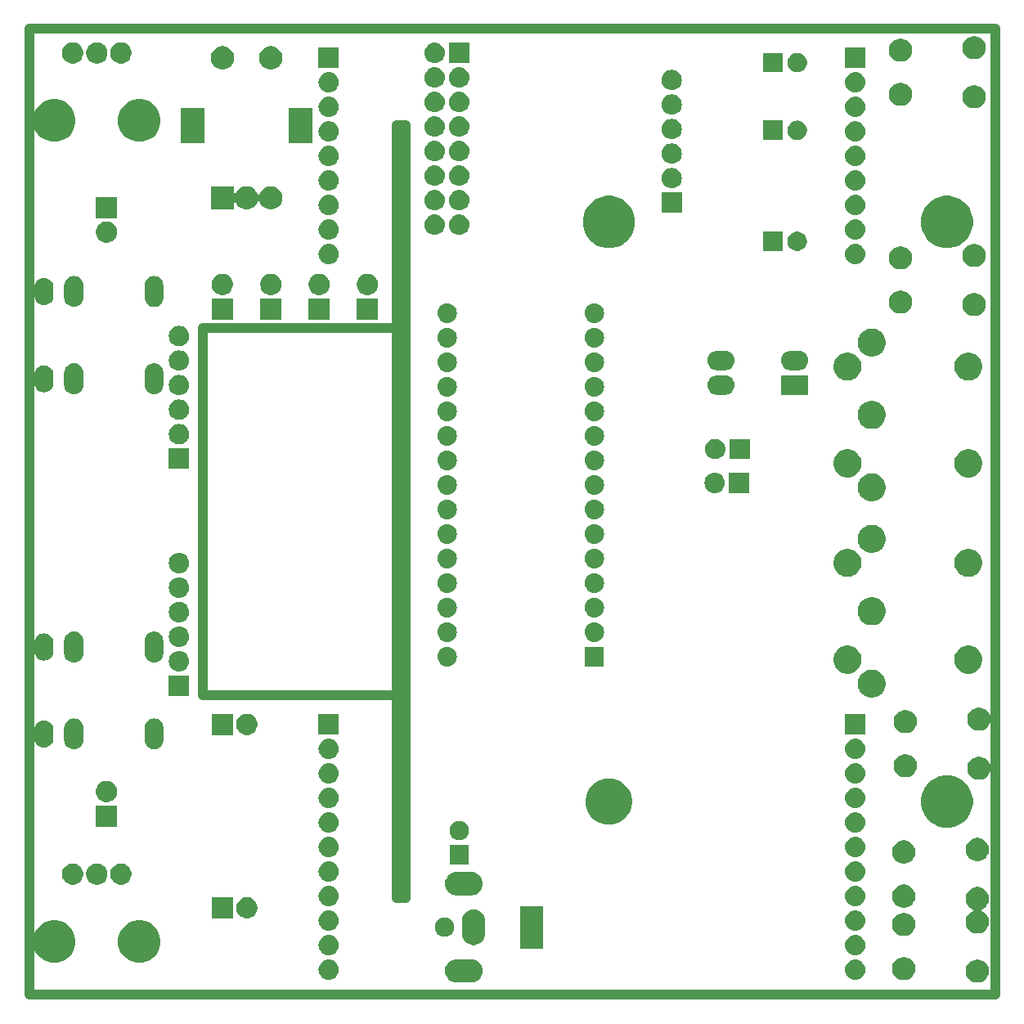
<source format=gbr>
%TF.GenerationSoftware,KiCad,Pcbnew,(5.0.2)-1*%
%TF.CreationDate,2019-02-28T22:18:37+01:00*%
%TF.ProjectId,Kicad-Midi2CV2,4b696361-642d-44d6-9964-69324356322e,Rev B*%
%TF.SameCoordinates,Original*%
%TF.FileFunction,Soldermask,Top*%
%TF.FilePolarity,Negative*%
%FSLAX46Y46*%
G04 Gerber Fmt 4.6, Leading zero omitted, Abs format (unit mm)*
G04 Created by KiCad (PCBNEW (5.0.2)-1) date 28/02/2019 22:18:37*
%MOMM*%
%LPD*%
G01*
G04 APERTURE LIST*
%ADD10C,1.000000*%
%ADD11C,0.150000*%
G04 APERTURE END LIST*
D10*
X138000000Y-119000000D02*
X138000000Y-81000000D01*
X118000000Y-119000000D02*
X138000000Y-119000000D01*
X118000000Y-81000000D02*
X118000000Y-119000000D01*
X138000000Y-81000000D02*
X118000000Y-81000000D01*
X138000000Y-140000000D02*
X139000000Y-140000000D01*
X138000000Y-60000000D02*
X139000000Y-60000000D01*
X139000000Y-140000000D02*
X139000000Y-60000000D01*
X138000000Y-60000000D02*
X138000000Y-140000000D01*
X200000000Y-50000000D02*
X100000000Y-50000000D01*
X200000000Y-150000000D02*
X200000000Y-50000000D01*
X100000000Y-150000000D02*
X200000000Y-150000000D01*
X100000000Y-50000000D02*
X100000000Y-150000000D01*
D11*
G36*
X198494502Y-146386115D02*
X198712888Y-146476573D01*
X198909434Y-146607901D01*
X199076575Y-146775042D01*
X199207903Y-146971588D01*
X199298361Y-147189974D01*
X199344476Y-147421809D01*
X199344476Y-147658191D01*
X199298361Y-147890026D01*
X199207903Y-148108412D01*
X199076575Y-148304958D01*
X198909434Y-148472099D01*
X198712888Y-148603427D01*
X198494502Y-148693885D01*
X198262667Y-148740000D01*
X198026285Y-148740000D01*
X197794450Y-148693885D01*
X197576064Y-148603427D01*
X197379518Y-148472099D01*
X197212377Y-148304958D01*
X197081049Y-148108412D01*
X196990591Y-147890026D01*
X196944476Y-147658191D01*
X196944476Y-147421809D01*
X196990591Y-147189974D01*
X197081049Y-146971588D01*
X197212377Y-146775042D01*
X197379518Y-146607901D01*
X197576064Y-146476573D01*
X197794450Y-146386115D01*
X198026285Y-146340000D01*
X198262667Y-146340000D01*
X198494502Y-146386115D01*
X198494502Y-146386115D01*
G37*
G36*
X145844208Y-146303473D02*
X145985241Y-146317363D01*
X146211442Y-146385981D01*
X146211444Y-146385982D01*
X146211447Y-146385983D01*
X146419910Y-146497408D01*
X146602634Y-146647366D01*
X146752592Y-146830090D01*
X146864017Y-147038553D01*
X146864018Y-147038556D01*
X146864019Y-147038558D01*
X146932637Y-147264759D01*
X146955806Y-147500000D01*
X146932637Y-147735241D01*
X146864019Y-147961442D01*
X146864017Y-147961447D01*
X146752592Y-148169910D01*
X146602634Y-148352634D01*
X146419910Y-148502592D01*
X146211447Y-148614017D01*
X146211444Y-148614018D01*
X146211442Y-148614019D01*
X145985241Y-148682637D01*
X145844208Y-148696527D01*
X145808951Y-148700000D01*
X144191049Y-148700000D01*
X144155792Y-148696527D01*
X144014759Y-148682637D01*
X143788558Y-148614019D01*
X143788556Y-148614018D01*
X143788553Y-148614017D01*
X143580090Y-148502592D01*
X143397366Y-148352634D01*
X143247408Y-148169910D01*
X143135983Y-147961447D01*
X143135981Y-147961442D01*
X143067363Y-147735241D01*
X143044194Y-147500000D01*
X143067363Y-147264759D01*
X143135981Y-147038558D01*
X143135982Y-147038556D01*
X143135983Y-147038553D01*
X143247408Y-146830090D01*
X143397366Y-146647366D01*
X143580090Y-146497408D01*
X143788553Y-146385983D01*
X143788556Y-146385982D01*
X143788558Y-146385981D01*
X144014759Y-146317363D01*
X144155792Y-146303473D01*
X144191049Y-146300000D01*
X145808951Y-146300000D01*
X145844208Y-146303473D01*
X145844208Y-146303473D01*
G37*
G36*
X190874502Y-146132115D02*
X191092888Y-146222573D01*
X191289434Y-146353901D01*
X191456575Y-146521042D01*
X191587903Y-146717588D01*
X191678361Y-146935974D01*
X191724476Y-147167809D01*
X191724476Y-147404191D01*
X191678361Y-147636026D01*
X191587903Y-147854412D01*
X191456575Y-148050958D01*
X191289434Y-148218099D01*
X191092888Y-148349427D01*
X190874502Y-148439885D01*
X190642667Y-148486000D01*
X190406285Y-148486000D01*
X190174450Y-148439885D01*
X189956064Y-148349427D01*
X189759518Y-148218099D01*
X189592377Y-148050958D01*
X189461049Y-147854412D01*
X189370591Y-147636026D01*
X189324476Y-147404191D01*
X189324476Y-147167809D01*
X189370591Y-146935974D01*
X189461049Y-146717588D01*
X189592377Y-146521042D01*
X189759518Y-146353901D01*
X189956064Y-146222573D01*
X190174450Y-146132115D01*
X190406285Y-146086000D01*
X190642667Y-146086000D01*
X190874502Y-146132115D01*
X190874502Y-146132115D01*
G37*
G36*
X185628707Y-146357597D02*
X185705836Y-146365193D01*
X185837787Y-146405220D01*
X185903763Y-146425233D01*
X186086172Y-146522733D01*
X186246054Y-146653946D01*
X186377267Y-146813828D01*
X186474767Y-146996237D01*
X186474767Y-146996238D01*
X186534807Y-147194164D01*
X186555080Y-147400000D01*
X186534807Y-147605836D01*
X186518925Y-147658191D01*
X186474767Y-147803763D01*
X186377267Y-147986172D01*
X186246054Y-148146054D01*
X186086172Y-148277267D01*
X185903763Y-148374767D01*
X185837787Y-148394780D01*
X185705836Y-148434807D01*
X185628707Y-148442403D01*
X185551580Y-148450000D01*
X185448420Y-148450000D01*
X185371293Y-148442403D01*
X185294164Y-148434807D01*
X185162213Y-148394780D01*
X185096237Y-148374767D01*
X184913828Y-148277267D01*
X184753946Y-148146054D01*
X184622733Y-147986172D01*
X184525233Y-147803763D01*
X184481075Y-147658191D01*
X184465193Y-147605836D01*
X184444920Y-147400000D01*
X184465193Y-147194164D01*
X184525233Y-146996238D01*
X184525233Y-146996237D01*
X184622733Y-146813828D01*
X184753946Y-146653946D01*
X184913828Y-146522733D01*
X185096237Y-146425233D01*
X185162213Y-146405220D01*
X185294164Y-146365193D01*
X185371293Y-146357597D01*
X185448420Y-146350000D01*
X185551580Y-146350000D01*
X185628707Y-146357597D01*
X185628707Y-146357597D01*
G37*
G36*
X131128707Y-146357597D02*
X131205836Y-146365193D01*
X131337787Y-146405220D01*
X131403763Y-146425233D01*
X131586172Y-146522733D01*
X131746054Y-146653946D01*
X131877267Y-146813828D01*
X131974767Y-146996237D01*
X131974767Y-146996238D01*
X132034807Y-147194164D01*
X132055080Y-147400000D01*
X132034807Y-147605836D01*
X132018925Y-147658191D01*
X131974767Y-147803763D01*
X131877267Y-147986172D01*
X131746054Y-148146054D01*
X131586172Y-148277267D01*
X131403763Y-148374767D01*
X131337787Y-148394780D01*
X131205836Y-148434807D01*
X131128707Y-148442403D01*
X131051580Y-148450000D01*
X130948420Y-148450000D01*
X130871293Y-148442403D01*
X130794164Y-148434807D01*
X130662213Y-148394780D01*
X130596237Y-148374767D01*
X130413828Y-148277267D01*
X130253946Y-148146054D01*
X130122733Y-147986172D01*
X130025233Y-147803763D01*
X129981075Y-147658191D01*
X129965193Y-147605836D01*
X129944920Y-147400000D01*
X129965193Y-147194164D01*
X130025233Y-146996238D01*
X130025233Y-146996237D01*
X130122733Y-146813828D01*
X130253946Y-146653946D01*
X130413828Y-146522733D01*
X130596237Y-146425233D01*
X130662213Y-146405220D01*
X130794164Y-146365193D01*
X130871293Y-146357597D01*
X130948420Y-146350000D01*
X131051580Y-146350000D01*
X131128707Y-146357597D01*
X131128707Y-146357597D01*
G37*
G36*
X112041716Y-142384544D02*
X112442090Y-142550384D01*
X112802421Y-142791150D01*
X113108850Y-143097579D01*
X113349616Y-143457910D01*
X113515456Y-143858284D01*
X113600000Y-144283317D01*
X113600000Y-144716683D01*
X113515456Y-145141716D01*
X113349616Y-145542090D01*
X113108850Y-145902421D01*
X112802421Y-146208850D01*
X112442090Y-146449616D01*
X112041716Y-146615456D01*
X111616683Y-146700000D01*
X111183317Y-146700000D01*
X110758284Y-146615456D01*
X110357910Y-146449616D01*
X109997579Y-146208850D01*
X109691150Y-145902421D01*
X109450384Y-145542090D01*
X109284544Y-145141716D01*
X109200000Y-144716683D01*
X109200000Y-144283317D01*
X109284544Y-143858284D01*
X109450384Y-143457910D01*
X109691150Y-143097579D01*
X109997579Y-142791150D01*
X110357910Y-142550384D01*
X110758284Y-142384544D01*
X111183317Y-142300000D01*
X111616683Y-142300000D01*
X112041716Y-142384544D01*
X112041716Y-142384544D01*
G37*
G36*
X103241716Y-142384544D02*
X103642090Y-142550384D01*
X104002421Y-142791150D01*
X104308850Y-143097579D01*
X104549616Y-143457910D01*
X104715456Y-143858284D01*
X104800000Y-144283317D01*
X104800000Y-144716683D01*
X104715456Y-145141716D01*
X104549616Y-145542090D01*
X104308850Y-145902421D01*
X104002421Y-146208850D01*
X103642090Y-146449616D01*
X103241716Y-146615456D01*
X102816683Y-146700000D01*
X102383317Y-146700000D01*
X101958284Y-146615456D01*
X101557910Y-146449616D01*
X101197579Y-146208850D01*
X100891150Y-145902421D01*
X100650384Y-145542090D01*
X100484544Y-145141716D01*
X100400000Y-144716683D01*
X100400000Y-144283317D01*
X100484544Y-143858284D01*
X100650384Y-143457910D01*
X100891150Y-143097579D01*
X101197579Y-142791150D01*
X101557910Y-142550384D01*
X101958284Y-142384544D01*
X102383317Y-142300000D01*
X102816683Y-142300000D01*
X103241716Y-142384544D01*
X103241716Y-142384544D01*
G37*
G36*
X185628707Y-143817597D02*
X185705836Y-143825193D01*
X185837787Y-143865220D01*
X185903763Y-143885233D01*
X186086172Y-143982733D01*
X186246054Y-144113946D01*
X186377267Y-144273828D01*
X186474767Y-144456237D01*
X186474767Y-144456238D01*
X186534807Y-144654164D01*
X186555080Y-144860000D01*
X186534807Y-145065836D01*
X186511789Y-145141716D01*
X186474767Y-145263763D01*
X186377267Y-145446172D01*
X186246054Y-145606054D01*
X186086172Y-145737267D01*
X185903763Y-145834767D01*
X185837787Y-145854780D01*
X185705836Y-145894807D01*
X185628707Y-145902403D01*
X185551580Y-145910000D01*
X185448420Y-145910000D01*
X185371293Y-145902403D01*
X185294164Y-145894807D01*
X185162213Y-145854780D01*
X185096237Y-145834767D01*
X184913828Y-145737267D01*
X184753946Y-145606054D01*
X184622733Y-145446172D01*
X184525233Y-145263763D01*
X184488211Y-145141716D01*
X184465193Y-145065836D01*
X184444920Y-144860000D01*
X184465193Y-144654164D01*
X184525233Y-144456238D01*
X184525233Y-144456237D01*
X184622733Y-144273828D01*
X184753946Y-144113946D01*
X184913828Y-143982733D01*
X185096237Y-143885233D01*
X185162213Y-143865220D01*
X185294164Y-143825193D01*
X185371293Y-143817597D01*
X185448420Y-143810000D01*
X185551580Y-143810000D01*
X185628707Y-143817597D01*
X185628707Y-143817597D01*
G37*
G36*
X131128707Y-143817597D02*
X131205836Y-143825193D01*
X131337787Y-143865220D01*
X131403763Y-143885233D01*
X131586172Y-143982733D01*
X131746054Y-144113946D01*
X131877267Y-144273828D01*
X131974767Y-144456237D01*
X131974767Y-144456238D01*
X132034807Y-144654164D01*
X132055080Y-144860000D01*
X132034807Y-145065836D01*
X132011789Y-145141716D01*
X131974767Y-145263763D01*
X131877267Y-145446172D01*
X131746054Y-145606054D01*
X131586172Y-145737267D01*
X131403763Y-145834767D01*
X131337787Y-145854780D01*
X131205836Y-145894807D01*
X131128707Y-145902403D01*
X131051580Y-145910000D01*
X130948420Y-145910000D01*
X130871293Y-145902403D01*
X130794164Y-145894807D01*
X130662213Y-145854780D01*
X130596237Y-145834767D01*
X130413828Y-145737267D01*
X130253946Y-145606054D01*
X130122733Y-145446172D01*
X130025233Y-145263763D01*
X129988211Y-145141716D01*
X129965193Y-145065836D01*
X129944920Y-144860000D01*
X129965193Y-144654164D01*
X130025233Y-144456238D01*
X130025233Y-144456237D01*
X130122733Y-144273828D01*
X130253946Y-144113946D01*
X130413828Y-143982733D01*
X130596237Y-143885233D01*
X130662213Y-143865220D01*
X130794164Y-143825193D01*
X130871293Y-143817597D01*
X130948420Y-143810000D01*
X131051580Y-143810000D01*
X131128707Y-143817597D01*
X131128707Y-143817597D01*
G37*
G36*
X153200000Y-145200000D02*
X150800000Y-145200000D01*
X150800000Y-140800000D01*
X153200000Y-140800000D01*
X153200000Y-145200000D01*
X153200000Y-145200000D01*
G37*
G36*
X146235241Y-141167363D02*
X146461442Y-141235981D01*
X146461444Y-141235982D01*
X146461447Y-141235983D01*
X146669910Y-141347408D01*
X146852634Y-141497366D01*
X147002592Y-141680090D01*
X147114017Y-141888553D01*
X147114018Y-141888556D01*
X147114019Y-141888558D01*
X147182637Y-142114759D01*
X147200000Y-142291050D01*
X147200000Y-143708950D01*
X147182637Y-143885241D01*
X147114019Y-144111441D01*
X147114017Y-144111447D01*
X147002592Y-144319910D01*
X146852637Y-144502631D01*
X146852635Y-144502632D01*
X146852634Y-144502634D01*
X146852630Y-144502637D01*
X146669905Y-144652594D01*
X146461446Y-144764017D01*
X146461443Y-144764018D01*
X146461441Y-144764019D01*
X146235240Y-144832637D01*
X146000000Y-144855806D01*
X145764759Y-144832637D01*
X145538558Y-144764019D01*
X145538556Y-144764018D01*
X145538553Y-144764017D01*
X145330090Y-144652592D01*
X145147369Y-144502637D01*
X145147368Y-144502635D01*
X145147366Y-144502634D01*
X144997409Y-144319909D01*
X144997408Y-144319908D01*
X144997406Y-144319905D01*
X144885983Y-144111446D01*
X144885981Y-144111441D01*
X144817363Y-143885240D01*
X144800000Y-143708949D01*
X144800000Y-142291050D01*
X144817363Y-142114759D01*
X144885981Y-141888558D01*
X144997410Y-141680090D01*
X145147367Y-141497366D01*
X145330091Y-141347408D01*
X145538554Y-141235983D01*
X145538557Y-141235982D01*
X145538559Y-141235981D01*
X145764760Y-141167363D01*
X146000000Y-141144194D01*
X146235241Y-141167363D01*
X146235241Y-141167363D01*
G37*
G36*
X143175770Y-142015372D02*
X143291689Y-142038429D01*
X143473678Y-142113811D01*
X143637463Y-142223249D01*
X143776751Y-142362537D01*
X143886189Y-142526322D01*
X143961571Y-142708311D01*
X144000000Y-142901509D01*
X144000000Y-143098491D01*
X143961571Y-143291689D01*
X143886189Y-143473678D01*
X143776751Y-143637463D01*
X143637463Y-143776751D01*
X143473678Y-143886189D01*
X143291689Y-143961571D01*
X143185299Y-143982733D01*
X143098493Y-144000000D01*
X142901507Y-144000000D01*
X142814701Y-143982733D01*
X142708311Y-143961571D01*
X142526322Y-143886189D01*
X142362537Y-143776751D01*
X142223249Y-143637463D01*
X142113811Y-143473678D01*
X142038429Y-143291689D01*
X142000000Y-143098491D01*
X142000000Y-142901509D01*
X142038429Y-142708311D01*
X142113811Y-142526322D01*
X142223249Y-142362537D01*
X142362537Y-142223249D01*
X142526322Y-142113811D01*
X142708311Y-142038429D01*
X142824230Y-142015372D01*
X142901507Y-142000000D01*
X143098493Y-142000000D01*
X143175770Y-142015372D01*
X143175770Y-142015372D01*
G37*
G36*
X190874502Y-141560115D02*
X191092888Y-141650573D01*
X191289434Y-141781901D01*
X191456575Y-141949042D01*
X191587903Y-142145588D01*
X191678361Y-142363974D01*
X191724476Y-142595809D01*
X191724476Y-142832191D01*
X191678361Y-143064026D01*
X191587903Y-143282412D01*
X191456575Y-143478958D01*
X191289434Y-143646099D01*
X191092888Y-143777427D01*
X190874502Y-143867885D01*
X190642667Y-143914000D01*
X190406285Y-143914000D01*
X190174450Y-143867885D01*
X189956064Y-143777427D01*
X189759518Y-143646099D01*
X189592377Y-143478958D01*
X189461049Y-143282412D01*
X189370591Y-143064026D01*
X189324476Y-142832191D01*
X189324476Y-142595809D01*
X189370591Y-142363974D01*
X189461049Y-142145588D01*
X189592377Y-141949042D01*
X189759518Y-141781901D01*
X189956064Y-141650573D01*
X190174450Y-141560115D01*
X190406285Y-141514000D01*
X190642667Y-141514000D01*
X190874502Y-141560115D01*
X190874502Y-141560115D01*
G37*
G36*
X198494502Y-138886115D02*
X198712888Y-138976573D01*
X198909434Y-139107901D01*
X199076575Y-139275042D01*
X199207903Y-139471588D01*
X199298361Y-139689974D01*
X199344476Y-139921809D01*
X199344476Y-140158191D01*
X199298361Y-140390026D01*
X199207903Y-140608412D01*
X199076575Y-140804958D01*
X198909434Y-140972099D01*
X198712888Y-141103427D01*
X198637835Y-141134515D01*
X198616224Y-141146066D01*
X198597282Y-141161612D01*
X198581736Y-141180554D01*
X198570185Y-141202164D01*
X198563072Y-141225614D01*
X198560670Y-141250000D01*
X198563072Y-141274386D01*
X198570185Y-141297835D01*
X198581736Y-141319446D01*
X198597282Y-141338388D01*
X198616224Y-141353934D01*
X198637835Y-141365485D01*
X198712888Y-141396573D01*
X198909434Y-141527901D01*
X199076575Y-141695042D01*
X199207903Y-141891588D01*
X199298361Y-142109974D01*
X199344476Y-142341809D01*
X199344476Y-142578191D01*
X199298361Y-142810026D01*
X199207903Y-143028412D01*
X199076575Y-143224958D01*
X198909434Y-143392099D01*
X198712888Y-143523427D01*
X198494502Y-143613885D01*
X198262667Y-143660000D01*
X198026285Y-143660000D01*
X197794450Y-143613885D01*
X197576064Y-143523427D01*
X197379518Y-143392099D01*
X197212377Y-143224958D01*
X197081049Y-143028412D01*
X196990591Y-142810026D01*
X196944476Y-142578191D01*
X196944476Y-142341809D01*
X196990591Y-142109974D01*
X197081049Y-141891588D01*
X197212377Y-141695042D01*
X197379518Y-141527901D01*
X197576064Y-141396573D01*
X197651117Y-141365485D01*
X197672728Y-141353934D01*
X197691670Y-141338388D01*
X197707216Y-141319446D01*
X197718767Y-141297836D01*
X197725880Y-141274386D01*
X197728282Y-141250000D01*
X197725880Y-141225614D01*
X197718767Y-141202165D01*
X197707216Y-141180554D01*
X197691670Y-141161612D01*
X197672728Y-141146066D01*
X197651117Y-141134515D01*
X197576064Y-141103427D01*
X197379518Y-140972099D01*
X197212377Y-140804958D01*
X197081049Y-140608412D01*
X196990591Y-140390026D01*
X196944476Y-140158191D01*
X196944476Y-139921809D01*
X196990591Y-139689974D01*
X197081049Y-139471588D01*
X197212377Y-139275042D01*
X197379518Y-139107901D01*
X197576064Y-138976573D01*
X197794450Y-138886115D01*
X198026285Y-138840000D01*
X198262667Y-138840000D01*
X198494502Y-138886115D01*
X198494502Y-138886115D01*
G37*
G36*
X185628707Y-141277597D02*
X185705836Y-141285193D01*
X185818753Y-141319446D01*
X185903763Y-141345233D01*
X186086172Y-141442733D01*
X186246054Y-141573946D01*
X186377267Y-141733828D01*
X186474767Y-141916237D01*
X186474767Y-141916238D01*
X186534807Y-142114164D01*
X186555080Y-142320000D01*
X186534807Y-142525836D01*
X186494780Y-142657787D01*
X186474767Y-142723763D01*
X186377267Y-142906172D01*
X186246054Y-143066054D01*
X186086172Y-143197267D01*
X185903763Y-143294767D01*
X185837787Y-143314780D01*
X185705836Y-143354807D01*
X185628707Y-143362403D01*
X185551580Y-143370000D01*
X185448420Y-143370000D01*
X185371293Y-143362403D01*
X185294164Y-143354807D01*
X185162213Y-143314780D01*
X185096237Y-143294767D01*
X184913828Y-143197267D01*
X184753946Y-143066054D01*
X184622733Y-142906172D01*
X184525233Y-142723763D01*
X184505220Y-142657787D01*
X184465193Y-142525836D01*
X184444920Y-142320000D01*
X184465193Y-142114164D01*
X184525233Y-141916238D01*
X184525233Y-141916237D01*
X184622733Y-141733828D01*
X184753946Y-141573946D01*
X184913828Y-141442733D01*
X185096237Y-141345233D01*
X185181247Y-141319446D01*
X185294164Y-141285193D01*
X185371293Y-141277597D01*
X185448420Y-141270000D01*
X185551580Y-141270000D01*
X185628707Y-141277597D01*
X185628707Y-141277597D01*
G37*
G36*
X131128707Y-141277597D02*
X131205836Y-141285193D01*
X131318753Y-141319446D01*
X131403763Y-141345233D01*
X131586172Y-141442733D01*
X131746054Y-141573946D01*
X131877267Y-141733828D01*
X131974767Y-141916237D01*
X131974767Y-141916238D01*
X132034807Y-142114164D01*
X132055080Y-142320000D01*
X132034807Y-142525836D01*
X131994780Y-142657787D01*
X131974767Y-142723763D01*
X131877267Y-142906172D01*
X131746054Y-143066054D01*
X131586172Y-143197267D01*
X131403763Y-143294767D01*
X131337787Y-143314780D01*
X131205836Y-143354807D01*
X131128707Y-143362403D01*
X131051580Y-143370000D01*
X130948420Y-143370000D01*
X130871293Y-143362403D01*
X130794164Y-143354807D01*
X130662213Y-143314780D01*
X130596237Y-143294767D01*
X130413828Y-143197267D01*
X130253946Y-143066054D01*
X130122733Y-142906172D01*
X130025233Y-142723763D01*
X130005220Y-142657787D01*
X129965193Y-142525836D01*
X129944920Y-142320000D01*
X129965193Y-142114164D01*
X130025233Y-141916238D01*
X130025233Y-141916237D01*
X130122733Y-141733828D01*
X130253946Y-141573946D01*
X130413828Y-141442733D01*
X130596237Y-141345233D01*
X130681247Y-141319446D01*
X130794164Y-141285193D01*
X130871293Y-141277597D01*
X130948420Y-141270000D01*
X131051580Y-141270000D01*
X131128707Y-141277597D01*
X131128707Y-141277597D01*
G37*
G36*
X121100000Y-142100000D02*
X118900000Y-142100000D01*
X118900000Y-139900000D01*
X121100000Y-139900000D01*
X121100000Y-142100000D01*
X121100000Y-142100000D01*
G37*
G36*
X122860857Y-139942272D02*
X123061042Y-140025191D01*
X123061045Y-140025193D01*
X123226918Y-140136026D01*
X123241213Y-140145578D01*
X123394422Y-140298787D01*
X123394424Y-140298790D01*
X123394425Y-140298791D01*
X123455386Y-140390026D01*
X123514809Y-140478958D01*
X123597728Y-140679143D01*
X123640000Y-140891658D01*
X123640000Y-141108342D01*
X123597728Y-141320857D01*
X123514809Y-141521042D01*
X123514807Y-141521045D01*
X123398544Y-141695045D01*
X123394422Y-141701213D01*
X123241213Y-141854422D01*
X123241210Y-141854424D01*
X123241209Y-141854425D01*
X123099605Y-141949042D01*
X123061042Y-141974809D01*
X122860857Y-142057728D01*
X122648342Y-142100000D01*
X122431658Y-142100000D01*
X122219143Y-142057728D01*
X122018958Y-141974809D01*
X121980395Y-141949042D01*
X121838791Y-141854425D01*
X121838790Y-141854424D01*
X121838787Y-141854422D01*
X121685578Y-141701213D01*
X121681457Y-141695045D01*
X121565193Y-141521045D01*
X121565191Y-141521042D01*
X121482272Y-141320857D01*
X121440000Y-141108342D01*
X121440000Y-140891658D01*
X121482272Y-140679143D01*
X121565191Y-140478958D01*
X121624614Y-140390026D01*
X121685575Y-140298791D01*
X121685576Y-140298790D01*
X121685578Y-140298787D01*
X121838787Y-140145578D01*
X121853083Y-140136026D01*
X122018955Y-140025193D01*
X122018958Y-140025191D01*
X122219143Y-139942272D01*
X122431658Y-139900000D01*
X122648342Y-139900000D01*
X122860857Y-139942272D01*
X122860857Y-139942272D01*
G37*
G36*
X190874502Y-138632115D02*
X191092888Y-138722573D01*
X191289434Y-138853901D01*
X191456575Y-139021042D01*
X191587903Y-139217588D01*
X191678361Y-139435974D01*
X191724476Y-139667809D01*
X191724476Y-139904191D01*
X191678361Y-140136026D01*
X191587903Y-140354412D01*
X191456575Y-140550958D01*
X191289434Y-140718099D01*
X191092888Y-140849427D01*
X190874502Y-140939885D01*
X190642667Y-140986000D01*
X190406285Y-140986000D01*
X190174450Y-140939885D01*
X189956064Y-140849427D01*
X189759518Y-140718099D01*
X189592377Y-140550958D01*
X189461049Y-140354412D01*
X189370591Y-140136026D01*
X189324476Y-139904191D01*
X189324476Y-139667809D01*
X189370591Y-139435974D01*
X189461049Y-139217588D01*
X189592377Y-139021042D01*
X189759518Y-138853901D01*
X189956064Y-138722573D01*
X190174450Y-138632115D01*
X190406285Y-138586000D01*
X190642667Y-138586000D01*
X190874502Y-138632115D01*
X190874502Y-138632115D01*
G37*
G36*
X131128707Y-138737597D02*
X131205836Y-138745193D01*
X131337787Y-138785220D01*
X131403763Y-138805233D01*
X131586172Y-138902733D01*
X131746054Y-139033946D01*
X131877267Y-139193828D01*
X131974767Y-139376237D01*
X131974767Y-139376238D01*
X132034807Y-139574164D01*
X132055080Y-139780000D01*
X132034807Y-139985836D01*
X132022868Y-140025193D01*
X131974767Y-140183763D01*
X131877267Y-140366172D01*
X131746054Y-140526054D01*
X131586172Y-140657267D01*
X131403763Y-140754767D01*
X131337787Y-140774780D01*
X131205836Y-140814807D01*
X131128707Y-140822404D01*
X131051580Y-140830000D01*
X130948420Y-140830000D01*
X130871293Y-140822404D01*
X130794164Y-140814807D01*
X130662213Y-140774780D01*
X130596237Y-140754767D01*
X130413828Y-140657267D01*
X130253946Y-140526054D01*
X130122733Y-140366172D01*
X130025233Y-140183763D01*
X129977132Y-140025193D01*
X129965193Y-139985836D01*
X129944920Y-139780000D01*
X129965193Y-139574164D01*
X130025233Y-139376238D01*
X130025233Y-139376237D01*
X130122733Y-139193828D01*
X130253946Y-139033946D01*
X130413828Y-138902733D01*
X130596237Y-138805233D01*
X130662213Y-138785220D01*
X130794164Y-138745193D01*
X130871293Y-138737597D01*
X130948420Y-138730000D01*
X131051580Y-138730000D01*
X131128707Y-138737597D01*
X131128707Y-138737597D01*
G37*
G36*
X185628707Y-138737597D02*
X185705836Y-138745193D01*
X185837787Y-138785220D01*
X185903763Y-138805233D01*
X186086172Y-138902733D01*
X186246054Y-139033946D01*
X186377267Y-139193828D01*
X186474767Y-139376237D01*
X186474767Y-139376238D01*
X186534807Y-139574164D01*
X186555080Y-139780000D01*
X186534807Y-139985836D01*
X186522868Y-140025193D01*
X186474767Y-140183763D01*
X186377267Y-140366172D01*
X186246054Y-140526054D01*
X186086172Y-140657267D01*
X185903763Y-140754767D01*
X185837787Y-140774780D01*
X185705836Y-140814807D01*
X185628707Y-140822404D01*
X185551580Y-140830000D01*
X185448420Y-140830000D01*
X185371293Y-140822404D01*
X185294164Y-140814807D01*
X185162213Y-140774780D01*
X185096237Y-140754767D01*
X184913828Y-140657267D01*
X184753946Y-140526054D01*
X184622733Y-140366172D01*
X184525233Y-140183763D01*
X184477132Y-140025193D01*
X184465193Y-139985836D01*
X184444920Y-139780000D01*
X184465193Y-139574164D01*
X184525233Y-139376238D01*
X184525233Y-139376237D01*
X184622733Y-139193828D01*
X184753946Y-139033946D01*
X184913828Y-138902733D01*
X185096237Y-138805233D01*
X185162213Y-138785220D01*
X185294164Y-138745193D01*
X185371293Y-138737597D01*
X185448420Y-138730000D01*
X185551580Y-138730000D01*
X185628707Y-138737597D01*
X185628707Y-138737597D01*
G37*
G36*
X145844208Y-137303473D02*
X145985241Y-137317363D01*
X146211442Y-137385981D01*
X146211444Y-137385982D01*
X146211447Y-137385983D01*
X146419910Y-137497408D01*
X146602634Y-137647366D01*
X146752592Y-137830090D01*
X146864017Y-138038553D01*
X146864018Y-138038556D01*
X146864019Y-138038558D01*
X146932637Y-138264759D01*
X146955806Y-138500000D01*
X146932637Y-138735241D01*
X146881828Y-138902733D01*
X146864017Y-138961447D01*
X146752592Y-139169910D01*
X146602634Y-139352634D01*
X146419910Y-139502592D01*
X146211447Y-139614017D01*
X146211444Y-139614018D01*
X146211442Y-139614019D01*
X145985241Y-139682637D01*
X145844208Y-139696527D01*
X145808951Y-139700000D01*
X144191049Y-139700000D01*
X144155792Y-139696527D01*
X144014759Y-139682637D01*
X143788558Y-139614019D01*
X143788556Y-139614018D01*
X143788553Y-139614017D01*
X143580090Y-139502592D01*
X143397366Y-139352634D01*
X143247408Y-139169910D01*
X143135983Y-138961447D01*
X143118172Y-138902733D01*
X143067363Y-138735241D01*
X143044194Y-138500000D01*
X143067363Y-138264759D01*
X143135981Y-138038558D01*
X143135982Y-138038556D01*
X143135983Y-138038553D01*
X143247408Y-137830090D01*
X143397366Y-137647366D01*
X143580090Y-137497408D01*
X143788553Y-137385983D01*
X143788556Y-137385982D01*
X143788558Y-137385981D01*
X144014759Y-137317363D01*
X144155792Y-137303473D01*
X144191049Y-137300000D01*
X145808951Y-137300000D01*
X145844208Y-137303473D01*
X145844208Y-137303473D01*
G37*
G36*
X107320857Y-136442272D02*
X107521042Y-136525191D01*
X107701213Y-136645578D01*
X107854422Y-136798787D01*
X107854424Y-136798790D01*
X107854425Y-136798791D01*
X107879446Y-136836238D01*
X107974809Y-136978958D01*
X108057728Y-137179143D01*
X108100000Y-137391658D01*
X108100000Y-137608342D01*
X108057728Y-137820857D01*
X107974809Y-138021042D01*
X107974807Y-138021045D01*
X107963109Y-138038553D01*
X107854422Y-138201213D01*
X107701213Y-138354422D01*
X107521042Y-138474809D01*
X107320857Y-138557728D01*
X107108342Y-138600000D01*
X106891658Y-138600000D01*
X106679143Y-138557728D01*
X106478958Y-138474809D01*
X106298787Y-138354422D01*
X106145578Y-138201213D01*
X106036892Y-138038553D01*
X106025193Y-138021045D01*
X106025191Y-138021042D01*
X105942272Y-137820857D01*
X105900000Y-137608342D01*
X105900000Y-137391658D01*
X105942272Y-137179143D01*
X106025191Y-136978958D01*
X106120554Y-136836238D01*
X106145575Y-136798791D01*
X106145576Y-136798790D01*
X106145578Y-136798787D01*
X106298787Y-136645578D01*
X106478958Y-136525191D01*
X106679143Y-136442272D01*
X106891658Y-136400000D01*
X107108342Y-136400000D01*
X107320857Y-136442272D01*
X107320857Y-136442272D01*
G37*
G36*
X109820857Y-136442272D02*
X110021042Y-136525191D01*
X110201213Y-136645578D01*
X110354422Y-136798787D01*
X110354424Y-136798790D01*
X110354425Y-136798791D01*
X110379446Y-136836238D01*
X110474809Y-136978958D01*
X110557728Y-137179143D01*
X110600000Y-137391658D01*
X110600000Y-137608342D01*
X110557728Y-137820857D01*
X110474809Y-138021042D01*
X110474807Y-138021045D01*
X110463109Y-138038553D01*
X110354422Y-138201213D01*
X110201213Y-138354422D01*
X110021042Y-138474809D01*
X109820857Y-138557728D01*
X109608342Y-138600000D01*
X109391658Y-138600000D01*
X109179143Y-138557728D01*
X108978958Y-138474809D01*
X108798787Y-138354422D01*
X108645578Y-138201213D01*
X108536892Y-138038553D01*
X108525193Y-138021045D01*
X108525191Y-138021042D01*
X108442272Y-137820857D01*
X108400000Y-137608342D01*
X108400000Y-137391658D01*
X108442272Y-137179143D01*
X108525191Y-136978958D01*
X108620554Y-136836238D01*
X108645575Y-136798791D01*
X108645576Y-136798790D01*
X108645578Y-136798787D01*
X108798787Y-136645578D01*
X108978958Y-136525191D01*
X109179143Y-136442272D01*
X109391658Y-136400000D01*
X109608342Y-136400000D01*
X109820857Y-136442272D01*
X109820857Y-136442272D01*
G37*
G36*
X104820857Y-136442272D02*
X105021042Y-136525191D01*
X105201213Y-136645578D01*
X105354422Y-136798787D01*
X105354424Y-136798790D01*
X105354425Y-136798791D01*
X105379446Y-136836238D01*
X105474809Y-136978958D01*
X105557728Y-137179143D01*
X105600000Y-137391658D01*
X105600000Y-137608342D01*
X105557728Y-137820857D01*
X105474809Y-138021042D01*
X105474807Y-138021045D01*
X105463109Y-138038553D01*
X105354422Y-138201213D01*
X105201213Y-138354422D01*
X105021042Y-138474809D01*
X104820857Y-138557728D01*
X104608342Y-138600000D01*
X104391658Y-138600000D01*
X104179143Y-138557728D01*
X103978958Y-138474809D01*
X103798787Y-138354422D01*
X103645578Y-138201213D01*
X103536892Y-138038553D01*
X103525193Y-138021045D01*
X103525191Y-138021042D01*
X103442272Y-137820857D01*
X103400000Y-137608342D01*
X103400000Y-137391658D01*
X103442272Y-137179143D01*
X103525191Y-136978958D01*
X103620554Y-136836238D01*
X103645575Y-136798791D01*
X103645576Y-136798790D01*
X103645578Y-136798787D01*
X103798787Y-136645578D01*
X103978958Y-136525191D01*
X104179143Y-136442272D01*
X104391658Y-136400000D01*
X104608342Y-136400000D01*
X104820857Y-136442272D01*
X104820857Y-136442272D01*
G37*
G36*
X131128707Y-136197596D02*
X131205836Y-136205193D01*
X131337787Y-136245220D01*
X131403763Y-136265233D01*
X131586172Y-136362733D01*
X131746054Y-136493946D01*
X131877267Y-136653828D01*
X131974767Y-136836237D01*
X131974767Y-136836238D01*
X132034807Y-137034164D01*
X132055080Y-137240000D01*
X132034807Y-137445836D01*
X131994780Y-137577787D01*
X131974767Y-137643763D01*
X131877267Y-137826172D01*
X131746054Y-137986054D01*
X131586172Y-138117267D01*
X131403763Y-138214767D01*
X131337787Y-138234780D01*
X131205836Y-138274807D01*
X131128707Y-138282403D01*
X131051580Y-138290000D01*
X130948420Y-138290000D01*
X130871293Y-138282403D01*
X130794164Y-138274807D01*
X130662213Y-138234780D01*
X130596237Y-138214767D01*
X130413828Y-138117267D01*
X130253946Y-137986054D01*
X130122733Y-137826172D01*
X130025233Y-137643763D01*
X130005220Y-137577787D01*
X129965193Y-137445836D01*
X129944920Y-137240000D01*
X129965193Y-137034164D01*
X130025233Y-136836238D01*
X130025233Y-136836237D01*
X130122733Y-136653828D01*
X130253946Y-136493946D01*
X130413828Y-136362733D01*
X130596237Y-136265233D01*
X130662213Y-136245220D01*
X130794164Y-136205193D01*
X130871293Y-136197596D01*
X130948420Y-136190000D01*
X131051580Y-136190000D01*
X131128707Y-136197596D01*
X131128707Y-136197596D01*
G37*
G36*
X185628707Y-136197596D02*
X185705836Y-136205193D01*
X185837787Y-136245220D01*
X185903763Y-136265233D01*
X186086172Y-136362733D01*
X186246054Y-136493946D01*
X186377267Y-136653828D01*
X186474767Y-136836237D01*
X186474767Y-136836238D01*
X186534807Y-137034164D01*
X186555080Y-137240000D01*
X186534807Y-137445836D01*
X186494780Y-137577787D01*
X186474767Y-137643763D01*
X186377267Y-137826172D01*
X186246054Y-137986054D01*
X186086172Y-138117267D01*
X185903763Y-138214767D01*
X185837787Y-138234780D01*
X185705836Y-138274807D01*
X185628707Y-138282403D01*
X185551580Y-138290000D01*
X185448420Y-138290000D01*
X185371293Y-138282403D01*
X185294164Y-138274807D01*
X185162213Y-138234780D01*
X185096237Y-138214767D01*
X184913828Y-138117267D01*
X184753946Y-137986054D01*
X184622733Y-137826172D01*
X184525233Y-137643763D01*
X184505220Y-137577787D01*
X184465193Y-137445836D01*
X184444920Y-137240000D01*
X184465193Y-137034164D01*
X184525233Y-136836238D01*
X184525233Y-136836237D01*
X184622733Y-136653828D01*
X184753946Y-136493946D01*
X184913828Y-136362733D01*
X185096237Y-136265233D01*
X185162213Y-136245220D01*
X185294164Y-136205193D01*
X185371293Y-136197596D01*
X185448420Y-136190000D01*
X185551580Y-136190000D01*
X185628707Y-136197596D01*
X185628707Y-136197596D01*
G37*
G36*
X145500000Y-136500000D02*
X143500000Y-136500000D01*
X143500000Y-134500000D01*
X145500000Y-134500000D01*
X145500000Y-136500000D01*
X145500000Y-136500000D01*
G37*
G36*
X190874502Y-134060115D02*
X191092888Y-134150573D01*
X191289434Y-134281901D01*
X191456575Y-134449042D01*
X191587903Y-134645588D01*
X191678361Y-134863974D01*
X191724476Y-135095809D01*
X191724476Y-135332191D01*
X191678361Y-135564026D01*
X191587903Y-135782412D01*
X191456575Y-135978958D01*
X191289434Y-136146099D01*
X191092888Y-136277427D01*
X190874502Y-136367885D01*
X190642667Y-136414000D01*
X190406285Y-136414000D01*
X190174450Y-136367885D01*
X189956064Y-136277427D01*
X189759518Y-136146099D01*
X189592377Y-135978958D01*
X189461049Y-135782412D01*
X189370591Y-135564026D01*
X189324476Y-135332191D01*
X189324476Y-135095809D01*
X189370591Y-134863974D01*
X189461049Y-134645588D01*
X189592377Y-134449042D01*
X189759518Y-134281901D01*
X189956064Y-134150573D01*
X190174450Y-134060115D01*
X190406285Y-134014000D01*
X190642667Y-134014000D01*
X190874502Y-134060115D01*
X190874502Y-134060115D01*
G37*
G36*
X198494502Y-133806115D02*
X198712888Y-133896573D01*
X198909434Y-134027901D01*
X199076575Y-134195042D01*
X199207903Y-134391588D01*
X199298361Y-134609974D01*
X199344476Y-134841809D01*
X199344476Y-135078191D01*
X199298361Y-135310026D01*
X199207903Y-135528412D01*
X199076575Y-135724958D01*
X198909434Y-135892099D01*
X198712888Y-136023427D01*
X198494502Y-136113885D01*
X198262667Y-136160000D01*
X198026285Y-136160000D01*
X197794450Y-136113885D01*
X197576064Y-136023427D01*
X197379518Y-135892099D01*
X197212377Y-135724958D01*
X197081049Y-135528412D01*
X196990591Y-135310026D01*
X196944476Y-135078191D01*
X196944476Y-134841809D01*
X196990591Y-134609974D01*
X197081049Y-134391588D01*
X197212377Y-134195042D01*
X197379518Y-134027901D01*
X197576064Y-133896573D01*
X197794450Y-133806115D01*
X198026285Y-133760000D01*
X198262667Y-133760000D01*
X198494502Y-133806115D01*
X198494502Y-133806115D01*
G37*
G36*
X185628707Y-133657596D02*
X185705836Y-133665193D01*
X185837787Y-133705220D01*
X185903763Y-133725233D01*
X186086172Y-133822733D01*
X186246054Y-133953946D01*
X186377267Y-134113828D01*
X186474767Y-134296237D01*
X186474767Y-134296238D01*
X186534807Y-134494164D01*
X186555080Y-134700000D01*
X186534807Y-134905836D01*
X186494780Y-135037787D01*
X186474767Y-135103763D01*
X186377267Y-135286172D01*
X186246054Y-135446054D01*
X186086172Y-135577267D01*
X185903763Y-135674767D01*
X185837787Y-135694780D01*
X185705836Y-135734807D01*
X185628707Y-135742403D01*
X185551580Y-135750000D01*
X185448420Y-135750000D01*
X185371293Y-135742403D01*
X185294164Y-135734807D01*
X185162213Y-135694780D01*
X185096237Y-135674767D01*
X184913828Y-135577267D01*
X184753946Y-135446054D01*
X184622733Y-135286172D01*
X184525233Y-135103763D01*
X184505220Y-135037787D01*
X184465193Y-134905836D01*
X184444920Y-134700000D01*
X184465193Y-134494164D01*
X184525233Y-134296238D01*
X184525233Y-134296237D01*
X184622733Y-134113828D01*
X184753946Y-133953946D01*
X184913828Y-133822733D01*
X185096237Y-133725233D01*
X185162213Y-133705220D01*
X185294164Y-133665193D01*
X185371293Y-133657596D01*
X185448420Y-133650000D01*
X185551580Y-133650000D01*
X185628707Y-133657596D01*
X185628707Y-133657596D01*
G37*
G36*
X131128707Y-133657596D02*
X131205836Y-133665193D01*
X131337787Y-133705220D01*
X131403763Y-133725233D01*
X131586172Y-133822733D01*
X131746054Y-133953946D01*
X131877267Y-134113828D01*
X131974767Y-134296237D01*
X131974767Y-134296238D01*
X132034807Y-134494164D01*
X132055080Y-134700000D01*
X132034807Y-134905836D01*
X131994780Y-135037787D01*
X131974767Y-135103763D01*
X131877267Y-135286172D01*
X131746054Y-135446054D01*
X131586172Y-135577267D01*
X131403763Y-135674767D01*
X131337787Y-135694780D01*
X131205836Y-135734807D01*
X131128707Y-135742403D01*
X131051580Y-135750000D01*
X130948420Y-135750000D01*
X130871293Y-135742403D01*
X130794164Y-135734807D01*
X130662213Y-135694780D01*
X130596237Y-135674767D01*
X130413828Y-135577267D01*
X130253946Y-135446054D01*
X130122733Y-135286172D01*
X130025233Y-135103763D01*
X130005220Y-135037787D01*
X129965193Y-134905836D01*
X129944920Y-134700000D01*
X129965193Y-134494164D01*
X130025233Y-134296238D01*
X130025233Y-134296237D01*
X130122733Y-134113828D01*
X130253946Y-133953946D01*
X130413828Y-133822733D01*
X130596237Y-133725233D01*
X130662213Y-133705220D01*
X130794164Y-133665193D01*
X130871293Y-133657596D01*
X130948420Y-133650000D01*
X131051580Y-133650000D01*
X131128707Y-133657596D01*
X131128707Y-133657596D01*
G37*
G36*
X144675770Y-132015372D02*
X144791689Y-132038429D01*
X144973678Y-132113811D01*
X145137463Y-132223249D01*
X145276751Y-132362537D01*
X145386189Y-132526322D01*
X145461571Y-132708311D01*
X145469102Y-132746172D01*
X145500000Y-132901507D01*
X145500000Y-133098493D01*
X145484628Y-133175770D01*
X145461571Y-133291689D01*
X145386189Y-133473678D01*
X145276751Y-133637463D01*
X145137463Y-133776751D01*
X144973678Y-133886189D01*
X144791689Y-133961571D01*
X144675770Y-133984628D01*
X144598493Y-134000000D01*
X144401507Y-134000000D01*
X144324230Y-133984628D01*
X144208311Y-133961571D01*
X144026322Y-133886189D01*
X143862537Y-133776751D01*
X143723249Y-133637463D01*
X143613811Y-133473678D01*
X143538429Y-133291689D01*
X143515372Y-133175770D01*
X143500000Y-133098493D01*
X143500000Y-132901507D01*
X143530898Y-132746172D01*
X143538429Y-132708311D01*
X143613811Y-132526322D01*
X143723249Y-132362537D01*
X143862537Y-132223249D01*
X144026322Y-132113811D01*
X144208311Y-132038429D01*
X144324230Y-132015372D01*
X144401507Y-132000000D01*
X144598493Y-132000000D01*
X144675770Y-132015372D01*
X144675770Y-132015372D01*
G37*
G36*
X185628707Y-131117596D02*
X185705836Y-131125193D01*
X185829141Y-131162597D01*
X185903763Y-131185233D01*
X186086172Y-131282733D01*
X186246054Y-131413946D01*
X186377267Y-131573828D01*
X186474767Y-131756237D01*
X186474767Y-131756238D01*
X186534807Y-131954164D01*
X186555080Y-132160000D01*
X186534807Y-132365836D01*
X186494780Y-132497787D01*
X186474767Y-132563763D01*
X186377267Y-132746172D01*
X186246054Y-132906054D01*
X186086172Y-133037267D01*
X185903763Y-133134767D01*
X185837787Y-133154780D01*
X185705836Y-133194807D01*
X185628707Y-133202404D01*
X185551580Y-133210000D01*
X185448420Y-133210000D01*
X185371293Y-133202404D01*
X185294164Y-133194807D01*
X185162213Y-133154780D01*
X185096237Y-133134767D01*
X184913828Y-133037267D01*
X184753946Y-132906054D01*
X184622733Y-132746172D01*
X184525233Y-132563763D01*
X184505220Y-132497787D01*
X184465193Y-132365836D01*
X184444920Y-132160000D01*
X184465193Y-131954164D01*
X184525233Y-131756238D01*
X184525233Y-131756237D01*
X184622733Y-131573828D01*
X184753946Y-131413946D01*
X184913828Y-131282733D01*
X185096237Y-131185233D01*
X185170859Y-131162597D01*
X185294164Y-131125193D01*
X185371293Y-131117596D01*
X185448420Y-131110000D01*
X185551580Y-131110000D01*
X185628707Y-131117596D01*
X185628707Y-131117596D01*
G37*
G36*
X131128707Y-131117596D02*
X131205836Y-131125193D01*
X131329141Y-131162597D01*
X131403763Y-131185233D01*
X131586172Y-131282733D01*
X131746054Y-131413946D01*
X131877267Y-131573828D01*
X131974767Y-131756237D01*
X131974767Y-131756238D01*
X132034807Y-131954164D01*
X132055080Y-132160000D01*
X132034807Y-132365836D01*
X131994780Y-132497787D01*
X131974767Y-132563763D01*
X131877267Y-132746172D01*
X131746054Y-132906054D01*
X131586172Y-133037267D01*
X131403763Y-133134767D01*
X131337787Y-133154780D01*
X131205836Y-133194807D01*
X131128707Y-133202404D01*
X131051580Y-133210000D01*
X130948420Y-133210000D01*
X130871293Y-133202404D01*
X130794164Y-133194807D01*
X130662213Y-133154780D01*
X130596237Y-133134767D01*
X130413828Y-133037267D01*
X130253946Y-132906054D01*
X130122733Y-132746172D01*
X130025233Y-132563763D01*
X130005220Y-132497787D01*
X129965193Y-132365836D01*
X129944920Y-132160000D01*
X129965193Y-131954164D01*
X130025233Y-131756238D01*
X130025233Y-131756237D01*
X130122733Y-131573828D01*
X130253946Y-131413946D01*
X130413828Y-131282733D01*
X130596237Y-131185233D01*
X130670859Y-131162597D01*
X130794164Y-131125193D01*
X130871293Y-131117596D01*
X130948420Y-131110000D01*
X131051580Y-131110000D01*
X131128707Y-131117596D01*
X131128707Y-131117596D01*
G37*
G36*
X195787560Y-127403759D02*
X196278928Y-127607290D01*
X196278930Y-127607291D01*
X196606332Y-127826054D01*
X196721153Y-127902775D01*
X197097225Y-128278847D01*
X197097227Y-128278850D01*
X197321889Y-128615080D01*
X197392710Y-128721072D01*
X197596241Y-129212440D01*
X197700000Y-129734072D01*
X197700000Y-130265928D01*
X197596241Y-130787560D01*
X197394337Y-131275000D01*
X197392709Y-131278930D01*
X197318844Y-131389477D01*
X197097225Y-131721153D01*
X196721153Y-132097225D01*
X196721150Y-132097227D01*
X196278930Y-132392709D01*
X196278929Y-132392710D01*
X196278928Y-132392710D01*
X195787560Y-132596241D01*
X195265928Y-132700000D01*
X194734072Y-132700000D01*
X194212440Y-132596241D01*
X193721072Y-132392710D01*
X193721071Y-132392710D01*
X193721070Y-132392709D01*
X193278850Y-132097227D01*
X193278847Y-132097225D01*
X192902775Y-131721153D01*
X192681156Y-131389477D01*
X192607291Y-131278930D01*
X192605663Y-131275000D01*
X192403759Y-130787560D01*
X192300000Y-130265928D01*
X192300000Y-129734072D01*
X192403759Y-129212440D01*
X192607290Y-128721072D01*
X192678112Y-128615080D01*
X192902773Y-128278850D01*
X192902775Y-128278847D01*
X193278847Y-127902775D01*
X193393668Y-127826054D01*
X193721070Y-127607291D01*
X193721072Y-127607290D01*
X194212440Y-127403759D01*
X194734072Y-127300000D01*
X195265928Y-127300000D01*
X195787560Y-127403759D01*
X195787560Y-127403759D01*
G37*
G36*
X109100000Y-132600000D02*
X106900000Y-132600000D01*
X106900000Y-130400000D01*
X109100000Y-130400000D01*
X109100000Y-132600000D01*
X109100000Y-132600000D01*
G37*
G36*
X160351904Y-127622979D02*
X160700054Y-127692230D01*
X161136826Y-127873147D01*
X161529911Y-128135798D01*
X161864202Y-128470089D01*
X162126853Y-128863174D01*
X162307770Y-129299946D01*
X162354316Y-129533950D01*
X162400000Y-129763619D01*
X162400000Y-130236381D01*
X162377279Y-130350604D01*
X162307770Y-130700054D01*
X162126853Y-131136826D01*
X161864202Y-131529911D01*
X161529911Y-131864202D01*
X161136826Y-132126853D01*
X160700054Y-132307770D01*
X160351904Y-132377021D01*
X160236381Y-132400000D01*
X159763619Y-132400000D01*
X159648096Y-132377021D01*
X159299946Y-132307770D01*
X158863174Y-132126853D01*
X158470089Y-131864202D01*
X158135798Y-131529911D01*
X157873147Y-131136826D01*
X157692230Y-130700054D01*
X157622721Y-130350604D01*
X157600000Y-130236381D01*
X157600000Y-129763619D01*
X157645684Y-129533950D01*
X157692230Y-129299946D01*
X157873147Y-128863174D01*
X158135798Y-128470089D01*
X158470089Y-128135798D01*
X158863174Y-127873147D01*
X159299946Y-127692230D01*
X159648096Y-127622979D01*
X159763619Y-127600000D01*
X160236381Y-127600000D01*
X160351904Y-127622979D01*
X160351904Y-127622979D01*
G37*
G36*
X131128707Y-128577596D02*
X131205836Y-128585193D01*
X131337787Y-128625220D01*
X131403763Y-128645233D01*
X131586172Y-128742733D01*
X131746054Y-128873946D01*
X131877267Y-129033828D01*
X131974767Y-129216237D01*
X131988190Y-129260487D01*
X132034807Y-129414164D01*
X132055080Y-129620000D01*
X132034807Y-129825836D01*
X131999901Y-129940905D01*
X131974767Y-130023763D01*
X131877267Y-130206172D01*
X131746054Y-130366054D01*
X131586172Y-130497267D01*
X131403763Y-130594767D01*
X131337787Y-130614780D01*
X131205836Y-130654807D01*
X131128707Y-130662404D01*
X131051580Y-130670000D01*
X130948420Y-130670000D01*
X130871293Y-130662404D01*
X130794164Y-130654807D01*
X130662213Y-130614780D01*
X130596237Y-130594767D01*
X130413828Y-130497267D01*
X130253946Y-130366054D01*
X130122733Y-130206172D01*
X130025233Y-130023763D01*
X130000099Y-129940905D01*
X129965193Y-129825836D01*
X129944920Y-129620000D01*
X129965193Y-129414164D01*
X130011810Y-129260487D01*
X130025233Y-129216237D01*
X130122733Y-129033828D01*
X130253946Y-128873946D01*
X130413828Y-128742733D01*
X130596237Y-128645233D01*
X130662213Y-128625220D01*
X130794164Y-128585193D01*
X130871293Y-128577596D01*
X130948420Y-128570000D01*
X131051580Y-128570000D01*
X131128707Y-128577596D01*
X131128707Y-128577596D01*
G37*
G36*
X185628707Y-128577596D02*
X185705836Y-128585193D01*
X185837787Y-128625220D01*
X185903763Y-128645233D01*
X186086172Y-128742733D01*
X186246054Y-128873946D01*
X186377267Y-129033828D01*
X186474767Y-129216237D01*
X186488190Y-129260487D01*
X186534807Y-129414164D01*
X186555080Y-129620000D01*
X186534807Y-129825836D01*
X186499901Y-129940905D01*
X186474767Y-130023763D01*
X186377267Y-130206172D01*
X186246054Y-130366054D01*
X186086172Y-130497267D01*
X185903763Y-130594767D01*
X185837787Y-130614780D01*
X185705836Y-130654807D01*
X185628707Y-130662404D01*
X185551580Y-130670000D01*
X185448420Y-130670000D01*
X185371293Y-130662404D01*
X185294164Y-130654807D01*
X185162213Y-130614780D01*
X185096237Y-130594767D01*
X184913828Y-130497267D01*
X184753946Y-130366054D01*
X184622733Y-130206172D01*
X184525233Y-130023763D01*
X184500099Y-129940905D01*
X184465193Y-129825836D01*
X184444920Y-129620000D01*
X184465193Y-129414164D01*
X184511810Y-129260487D01*
X184525233Y-129216237D01*
X184622733Y-129033828D01*
X184753946Y-128873946D01*
X184913828Y-128742733D01*
X185096237Y-128645233D01*
X185162213Y-128625220D01*
X185294164Y-128585193D01*
X185371293Y-128577596D01*
X185448420Y-128570000D01*
X185551580Y-128570000D01*
X185628707Y-128577596D01*
X185628707Y-128577596D01*
G37*
G36*
X108320857Y-127902272D02*
X108521042Y-127985191D01*
X108521045Y-127985193D01*
X108677117Y-128089477D01*
X108701213Y-128105578D01*
X108854422Y-128258787D01*
X108854424Y-128258790D01*
X108854425Y-128258791D01*
X108912610Y-128345871D01*
X108974809Y-128438958D01*
X109057728Y-128639143D01*
X109100000Y-128851658D01*
X109100000Y-129068342D01*
X109057728Y-129280857D01*
X108974809Y-129481042D01*
X108854422Y-129661213D01*
X108701213Y-129814422D01*
X108521042Y-129934809D01*
X108320857Y-130017728D01*
X108108342Y-130060000D01*
X107891658Y-130060000D01*
X107679143Y-130017728D01*
X107478958Y-129934809D01*
X107298787Y-129814422D01*
X107145578Y-129661213D01*
X107025191Y-129481042D01*
X106942272Y-129280857D01*
X106900000Y-129068342D01*
X106900000Y-128851658D01*
X106942272Y-128639143D01*
X107025191Y-128438958D01*
X107087390Y-128345871D01*
X107145575Y-128258791D01*
X107145576Y-128258790D01*
X107145578Y-128258787D01*
X107298787Y-128105578D01*
X107322884Y-128089477D01*
X107478955Y-127985193D01*
X107478958Y-127985191D01*
X107679143Y-127902272D01*
X107891658Y-127860000D01*
X108108342Y-127860000D01*
X108320857Y-127902272D01*
X108320857Y-127902272D01*
G37*
G36*
X185628707Y-126037596D02*
X185705836Y-126045193D01*
X185837787Y-126085220D01*
X185903763Y-126105233D01*
X186086172Y-126202733D01*
X186246054Y-126333946D01*
X186377267Y-126493828D01*
X186474767Y-126676237D01*
X186474767Y-126676238D01*
X186534807Y-126874164D01*
X186555080Y-127080000D01*
X186534807Y-127285836D01*
X186530510Y-127300000D01*
X186474767Y-127483763D01*
X186377267Y-127666172D01*
X186246054Y-127826054D01*
X186086172Y-127957267D01*
X185903763Y-128054767D01*
X185867045Y-128065905D01*
X185705836Y-128114807D01*
X185628707Y-128122403D01*
X185551580Y-128130000D01*
X185448420Y-128130000D01*
X185371293Y-128122403D01*
X185294164Y-128114807D01*
X185132955Y-128065905D01*
X185096237Y-128054767D01*
X184913828Y-127957267D01*
X184753946Y-127826054D01*
X184622733Y-127666172D01*
X184525233Y-127483763D01*
X184469490Y-127300000D01*
X184465193Y-127285836D01*
X184444920Y-127080000D01*
X184465193Y-126874164D01*
X184525233Y-126676238D01*
X184525233Y-126676237D01*
X184622733Y-126493828D01*
X184753946Y-126333946D01*
X184913828Y-126202733D01*
X185096237Y-126105233D01*
X185162213Y-126085220D01*
X185294164Y-126045193D01*
X185371293Y-126037596D01*
X185448420Y-126030000D01*
X185551580Y-126030000D01*
X185628707Y-126037596D01*
X185628707Y-126037596D01*
G37*
G36*
X131128707Y-126037596D02*
X131205836Y-126045193D01*
X131337787Y-126085220D01*
X131403763Y-126105233D01*
X131586172Y-126202733D01*
X131746054Y-126333946D01*
X131877267Y-126493828D01*
X131974767Y-126676237D01*
X131974767Y-126676238D01*
X132034807Y-126874164D01*
X132055080Y-127080000D01*
X132034807Y-127285836D01*
X132030510Y-127300000D01*
X131974767Y-127483763D01*
X131877267Y-127666172D01*
X131746054Y-127826054D01*
X131586172Y-127957267D01*
X131403763Y-128054767D01*
X131367045Y-128065905D01*
X131205836Y-128114807D01*
X131128707Y-128122403D01*
X131051580Y-128130000D01*
X130948420Y-128130000D01*
X130871293Y-128122403D01*
X130794164Y-128114807D01*
X130632955Y-128065905D01*
X130596237Y-128054767D01*
X130413828Y-127957267D01*
X130253946Y-127826054D01*
X130122733Y-127666172D01*
X130025233Y-127483763D01*
X129969490Y-127300000D01*
X129965193Y-127285836D01*
X129944920Y-127080000D01*
X129965193Y-126874164D01*
X130025233Y-126676238D01*
X130025233Y-126676237D01*
X130122733Y-126493828D01*
X130253946Y-126333946D01*
X130413828Y-126202733D01*
X130596237Y-126105233D01*
X130662213Y-126085220D01*
X130794164Y-126045193D01*
X130871293Y-126037596D01*
X130948420Y-126030000D01*
X131051580Y-126030000D01*
X131128707Y-126037596D01*
X131128707Y-126037596D01*
G37*
G36*
X198660026Y-125386115D02*
X198878412Y-125476573D01*
X199074958Y-125607901D01*
X199242099Y-125775042D01*
X199373427Y-125971588D01*
X199463885Y-126189974D01*
X199510000Y-126421809D01*
X199510000Y-126658191D01*
X199463885Y-126890026D01*
X199373427Y-127108412D01*
X199242099Y-127304958D01*
X199074958Y-127472099D01*
X198878412Y-127603427D01*
X198660026Y-127693885D01*
X198428191Y-127740000D01*
X198191809Y-127740000D01*
X197959974Y-127693885D01*
X197741588Y-127603427D01*
X197545042Y-127472099D01*
X197377901Y-127304958D01*
X197246573Y-127108412D01*
X197156115Y-126890026D01*
X197110000Y-126658191D01*
X197110000Y-126421809D01*
X197156115Y-126189974D01*
X197246573Y-125971588D01*
X197377901Y-125775042D01*
X197545042Y-125607901D01*
X197741588Y-125476573D01*
X197959974Y-125386115D01*
X198191809Y-125340000D01*
X198428191Y-125340000D01*
X198660026Y-125386115D01*
X198660026Y-125386115D01*
G37*
G36*
X191040026Y-125132115D02*
X191258412Y-125222573D01*
X191454958Y-125353901D01*
X191622099Y-125521042D01*
X191753427Y-125717588D01*
X191843885Y-125935974D01*
X191890000Y-126167809D01*
X191890000Y-126404191D01*
X191843885Y-126636026D01*
X191753427Y-126854412D01*
X191622099Y-127050958D01*
X191454958Y-127218099D01*
X191258412Y-127349427D01*
X191040026Y-127439885D01*
X190808191Y-127486000D01*
X190571809Y-127486000D01*
X190339974Y-127439885D01*
X190121588Y-127349427D01*
X189925042Y-127218099D01*
X189757901Y-127050958D01*
X189626573Y-126854412D01*
X189536115Y-126636026D01*
X189490000Y-126404191D01*
X189490000Y-126167809D01*
X189536115Y-125935974D01*
X189626573Y-125717588D01*
X189757901Y-125521042D01*
X189925042Y-125353901D01*
X190121588Y-125222573D01*
X190339974Y-125132115D01*
X190571809Y-125086000D01*
X190808191Y-125086000D01*
X191040026Y-125132115D01*
X191040026Y-125132115D01*
G37*
G36*
X131128707Y-123497596D02*
X131205836Y-123505193D01*
X131337787Y-123545220D01*
X131403763Y-123565233D01*
X131586172Y-123662733D01*
X131746054Y-123793946D01*
X131877267Y-123953828D01*
X131974767Y-124136237D01*
X131974767Y-124136238D01*
X132034807Y-124334164D01*
X132055080Y-124540000D01*
X132034807Y-124745836D01*
X131994780Y-124877787D01*
X131974767Y-124943763D01*
X131877267Y-125126172D01*
X131746054Y-125286054D01*
X131586172Y-125417267D01*
X131403763Y-125514767D01*
X131337787Y-125534780D01*
X131205836Y-125574807D01*
X131128707Y-125582403D01*
X131051580Y-125590000D01*
X130948420Y-125590000D01*
X130871293Y-125582403D01*
X130794164Y-125574807D01*
X130662213Y-125534780D01*
X130596237Y-125514767D01*
X130413828Y-125417267D01*
X130253946Y-125286054D01*
X130122733Y-125126172D01*
X130025233Y-124943763D01*
X130005220Y-124877787D01*
X129965193Y-124745836D01*
X129944920Y-124540000D01*
X129965193Y-124334164D01*
X130025233Y-124136238D01*
X130025233Y-124136237D01*
X130122733Y-123953828D01*
X130253946Y-123793946D01*
X130413828Y-123662733D01*
X130596237Y-123565233D01*
X130662213Y-123545220D01*
X130794164Y-123505193D01*
X130871293Y-123497596D01*
X130948420Y-123490000D01*
X131051580Y-123490000D01*
X131128707Y-123497596D01*
X131128707Y-123497596D01*
G37*
G36*
X185628707Y-123497596D02*
X185705836Y-123505193D01*
X185837787Y-123545220D01*
X185903763Y-123565233D01*
X186086172Y-123662733D01*
X186246054Y-123793946D01*
X186377267Y-123953828D01*
X186474767Y-124136237D01*
X186474767Y-124136238D01*
X186534807Y-124334164D01*
X186555080Y-124540000D01*
X186534807Y-124745836D01*
X186494780Y-124877787D01*
X186474767Y-124943763D01*
X186377267Y-125126172D01*
X186246054Y-125286054D01*
X186086172Y-125417267D01*
X185903763Y-125514767D01*
X185837787Y-125534780D01*
X185705836Y-125574807D01*
X185628707Y-125582403D01*
X185551580Y-125590000D01*
X185448420Y-125590000D01*
X185371293Y-125582403D01*
X185294164Y-125574807D01*
X185162213Y-125534780D01*
X185096237Y-125514767D01*
X184913828Y-125417267D01*
X184753946Y-125286054D01*
X184622733Y-125126172D01*
X184525233Y-124943763D01*
X184505220Y-124877787D01*
X184465193Y-124745836D01*
X184444920Y-124540000D01*
X184465193Y-124334164D01*
X184525233Y-124136238D01*
X184525233Y-124136237D01*
X184622733Y-123953828D01*
X184753946Y-123793946D01*
X184913828Y-123662733D01*
X185096237Y-123565233D01*
X185162213Y-123545220D01*
X185294164Y-123505193D01*
X185371293Y-123497596D01*
X185448420Y-123490000D01*
X185551580Y-123490000D01*
X185628707Y-123497596D01*
X185628707Y-123497596D01*
G37*
G36*
X104816030Y-121414469D02*
X104816033Y-121414470D01*
X104816034Y-121414470D01*
X105004535Y-121471651D01*
X105004537Y-121471652D01*
X105178260Y-121564509D01*
X105330528Y-121689472D01*
X105455491Y-121841740D01*
X105531902Y-121984694D01*
X105548349Y-122015465D01*
X105605530Y-122203966D01*
X105605531Y-122203970D01*
X105620000Y-122350876D01*
X105620000Y-123649124D01*
X105605531Y-123796030D01*
X105605530Y-123796033D01*
X105605530Y-123796034D01*
X105557664Y-123953829D01*
X105548348Y-123984537D01*
X105455491Y-124158260D01*
X105330528Y-124310528D01*
X105178258Y-124435493D01*
X105004539Y-124528347D01*
X105004536Y-124528348D01*
X105004534Y-124528349D01*
X104816033Y-124585530D01*
X104816032Y-124585530D01*
X104816029Y-124585531D01*
X104620000Y-124604838D01*
X104423970Y-124585531D01*
X104423967Y-124585530D01*
X104423966Y-124585530D01*
X104235465Y-124528349D01*
X104061742Y-124435492D01*
X104061740Y-124435491D01*
X103909472Y-124310528D01*
X103784507Y-124158258D01*
X103691653Y-123984539D01*
X103683681Y-123958258D01*
X103634470Y-123796033D01*
X103634470Y-123796032D01*
X103634469Y-123796029D01*
X103620000Y-123649123D01*
X103620000Y-122350876D01*
X103634469Y-122203965D01*
X103691651Y-122015467D01*
X103708100Y-121984694D01*
X103784509Y-121841742D01*
X103784510Y-121841740D01*
X103909473Y-121689472D01*
X104061741Y-121564509D01*
X104235464Y-121471652D01*
X104235466Y-121471651D01*
X104423967Y-121414470D01*
X104423968Y-121414470D01*
X104423971Y-121414469D01*
X104620000Y-121395162D01*
X104816030Y-121414469D01*
X104816030Y-121414469D01*
G37*
G36*
X113106232Y-121413746D02*
X113195770Y-121440907D01*
X113285309Y-121468068D01*
X113450347Y-121556283D01*
X113595001Y-121674999D01*
X113713717Y-121819653D01*
X113801932Y-121984691D01*
X113815194Y-122028412D01*
X113856254Y-122163768D01*
X113870000Y-122303335D01*
X113870000Y-123696665D01*
X113860214Y-123796030D01*
X113856254Y-123836231D01*
X113801932Y-124015309D01*
X113713717Y-124180347D01*
X113595001Y-124325001D01*
X113450347Y-124443717D01*
X113285308Y-124531932D01*
X113195769Y-124559093D01*
X113106231Y-124586254D01*
X112920000Y-124604596D01*
X112733768Y-124586254D01*
X112644230Y-124559093D01*
X112554691Y-124531932D01*
X112389653Y-124443717D01*
X112244999Y-124325001D01*
X112126283Y-124180347D01*
X112038068Y-124015308D01*
X112010907Y-123925769D01*
X111983746Y-123836231D01*
X111970000Y-123696664D01*
X111970000Y-122303334D01*
X111983746Y-122163766D01*
X112038068Y-121984694D01*
X112126284Y-121819653D01*
X112245000Y-121674999D01*
X112389654Y-121556283D01*
X112554692Y-121468068D01*
X112644231Y-121440907D01*
X112733769Y-121413746D01*
X112920000Y-121395404D01*
X113106232Y-121413746D01*
X113106232Y-121413746D01*
G37*
G36*
X101716030Y-121614469D02*
X101716033Y-121614470D01*
X101716034Y-121614470D01*
X101904535Y-121671651D01*
X101904537Y-121671652D01*
X102078260Y-121764509D01*
X102230528Y-121889472D01*
X102355491Y-122041740D01*
X102448349Y-122215464D01*
X102505531Y-122403969D01*
X102520000Y-122550877D01*
X102520000Y-123449124D01*
X102505531Y-123596030D01*
X102505530Y-123596033D01*
X102505530Y-123596034D01*
X102475004Y-123696666D01*
X102448348Y-123784537D01*
X102355491Y-123958260D01*
X102230528Y-124110528D01*
X102078258Y-124235493D01*
X101904539Y-124328347D01*
X101904536Y-124328348D01*
X101904534Y-124328349D01*
X101716033Y-124385530D01*
X101716032Y-124385530D01*
X101716029Y-124385531D01*
X101520000Y-124404838D01*
X101323970Y-124385531D01*
X101323967Y-124385530D01*
X101323966Y-124385530D01*
X101135465Y-124328349D01*
X100961742Y-124235492D01*
X100961740Y-124235491D01*
X100809472Y-124110528D01*
X100684507Y-123958258D01*
X100591653Y-123784539D01*
X100564997Y-123696665D01*
X100534470Y-123596033D01*
X100534470Y-123596032D01*
X100534469Y-123596029D01*
X100520000Y-123449123D01*
X100520000Y-122550876D01*
X100534469Y-122403965D01*
X100591651Y-122215467D01*
X100684510Y-122041740D01*
X100809473Y-121889472D01*
X100961741Y-121764509D01*
X101135464Y-121671652D01*
X101135466Y-121671651D01*
X101323967Y-121614470D01*
X101323968Y-121614470D01*
X101323971Y-121614469D01*
X101520000Y-121595162D01*
X101716030Y-121614469D01*
X101716030Y-121614469D01*
G37*
G36*
X122860857Y-120942272D02*
X123061042Y-121025191D01*
X123241213Y-121145578D01*
X123394422Y-121298787D01*
X123394424Y-121298790D01*
X123394425Y-121298791D01*
X123509927Y-121471651D01*
X123514809Y-121478958D01*
X123597728Y-121679143D01*
X123640000Y-121891658D01*
X123640000Y-122108342D01*
X123597728Y-122320857D01*
X123514809Y-122521042D01*
X123514807Y-122521045D01*
X123494875Y-122550876D01*
X123394422Y-122701213D01*
X123241213Y-122854422D01*
X123241210Y-122854424D01*
X123241209Y-122854425D01*
X123152049Y-122914000D01*
X123061042Y-122974809D01*
X122860857Y-123057728D01*
X122648342Y-123100000D01*
X122431658Y-123100000D01*
X122219143Y-123057728D01*
X122018958Y-122974809D01*
X121927951Y-122914000D01*
X121838791Y-122854425D01*
X121838790Y-122854424D01*
X121838787Y-122854422D01*
X121685578Y-122701213D01*
X121585126Y-122550876D01*
X121565193Y-122521045D01*
X121565191Y-122521042D01*
X121482272Y-122320857D01*
X121440000Y-122108342D01*
X121440000Y-121891658D01*
X121482272Y-121679143D01*
X121565191Y-121478958D01*
X121570073Y-121471651D01*
X121685575Y-121298791D01*
X121685576Y-121298790D01*
X121685578Y-121298787D01*
X121838787Y-121145578D01*
X122018958Y-121025191D01*
X122219143Y-120942272D01*
X122431658Y-120900000D01*
X122648342Y-120900000D01*
X122860857Y-120942272D01*
X122860857Y-120942272D01*
G37*
G36*
X121100000Y-123100000D02*
X118900000Y-123100000D01*
X118900000Y-120900000D01*
X121100000Y-120900000D01*
X121100000Y-123100000D01*
X121100000Y-123100000D01*
G37*
G36*
X132050000Y-123050000D02*
X129950000Y-123050000D01*
X129950000Y-120950000D01*
X132050000Y-120950000D01*
X132050000Y-123050000D01*
X132050000Y-123050000D01*
G37*
G36*
X186550000Y-123050000D02*
X184450000Y-123050000D01*
X184450000Y-120950000D01*
X186550000Y-120950000D01*
X186550000Y-123050000D01*
X186550000Y-123050000D01*
G37*
G36*
X191040026Y-120560115D02*
X191258412Y-120650573D01*
X191454958Y-120781901D01*
X191622099Y-120949042D01*
X191753427Y-121145588D01*
X191843885Y-121363974D01*
X191890000Y-121595809D01*
X191890000Y-121832191D01*
X191843885Y-122064026D01*
X191753427Y-122282412D01*
X191622099Y-122478958D01*
X191454958Y-122646099D01*
X191258412Y-122777427D01*
X191040026Y-122867885D01*
X190808191Y-122914000D01*
X190571809Y-122914000D01*
X190339974Y-122867885D01*
X190121588Y-122777427D01*
X189925042Y-122646099D01*
X189757901Y-122478958D01*
X189626573Y-122282412D01*
X189536115Y-122064026D01*
X189490000Y-121832191D01*
X189490000Y-121595809D01*
X189536115Y-121363974D01*
X189626573Y-121145588D01*
X189757901Y-120949042D01*
X189925042Y-120781901D01*
X190121588Y-120650573D01*
X190339974Y-120560115D01*
X190571809Y-120514000D01*
X190808191Y-120514000D01*
X191040026Y-120560115D01*
X191040026Y-120560115D01*
G37*
G36*
X198660026Y-120306115D02*
X198878412Y-120396573D01*
X199074958Y-120527901D01*
X199242099Y-120695042D01*
X199373427Y-120891588D01*
X199463885Y-121109974D01*
X199510000Y-121341809D01*
X199510000Y-121578191D01*
X199463885Y-121810026D01*
X199373427Y-122028412D01*
X199242099Y-122224958D01*
X199074958Y-122392099D01*
X198878412Y-122523427D01*
X198660026Y-122613885D01*
X198428191Y-122660000D01*
X198191809Y-122660000D01*
X197959974Y-122613885D01*
X197741588Y-122523427D01*
X197545042Y-122392099D01*
X197377901Y-122224958D01*
X197246573Y-122028412D01*
X197156115Y-121810026D01*
X197110000Y-121578191D01*
X197110000Y-121341809D01*
X197156115Y-121109974D01*
X197246573Y-120891588D01*
X197377901Y-120695042D01*
X197545042Y-120527901D01*
X197741588Y-120396573D01*
X197959974Y-120306115D01*
X198191809Y-120260000D01*
X198428191Y-120260000D01*
X198660026Y-120306115D01*
X198660026Y-120306115D01*
G37*
G36*
X187627947Y-116405722D02*
X187891833Y-116515027D01*
X188129324Y-116673713D01*
X188331287Y-116875676D01*
X188489973Y-117113167D01*
X188599278Y-117377053D01*
X188655000Y-117657186D01*
X188655000Y-117942814D01*
X188599278Y-118222947D01*
X188489973Y-118486833D01*
X188331287Y-118724324D01*
X188129324Y-118926287D01*
X187891833Y-119084973D01*
X187627947Y-119194278D01*
X187347814Y-119250000D01*
X187062186Y-119250000D01*
X186782053Y-119194278D01*
X186518167Y-119084973D01*
X186280676Y-118926287D01*
X186078713Y-118724324D01*
X185920027Y-118486833D01*
X185810722Y-118222947D01*
X185755000Y-117942814D01*
X185755000Y-117657186D01*
X185810722Y-117377053D01*
X185920027Y-117113167D01*
X186078713Y-116875676D01*
X186280676Y-116673713D01*
X186518167Y-116515027D01*
X186782053Y-116405722D01*
X187062186Y-116350000D01*
X187347814Y-116350000D01*
X187627947Y-116405722D01*
X187627947Y-116405722D01*
G37*
G36*
X116550000Y-119050000D02*
X114450000Y-119050000D01*
X114450000Y-116950000D01*
X116550000Y-116950000D01*
X116550000Y-119050000D01*
X116550000Y-119050000D01*
G37*
G36*
X185127947Y-113905722D02*
X185391833Y-114015027D01*
X185629324Y-114173713D01*
X185831287Y-114375676D01*
X185989973Y-114613167D01*
X186099278Y-114877053D01*
X186155000Y-115157186D01*
X186155000Y-115442814D01*
X186099278Y-115722947D01*
X185989973Y-115986833D01*
X185831287Y-116224324D01*
X185629324Y-116426287D01*
X185391833Y-116584973D01*
X185127947Y-116694278D01*
X184847814Y-116750000D01*
X184562186Y-116750000D01*
X184282053Y-116694278D01*
X184018167Y-116584973D01*
X183780676Y-116426287D01*
X183578713Y-116224324D01*
X183420027Y-115986833D01*
X183310722Y-115722947D01*
X183255000Y-115442814D01*
X183255000Y-115157186D01*
X183310722Y-114877053D01*
X183420027Y-114613167D01*
X183578713Y-114375676D01*
X183780676Y-114173713D01*
X184018167Y-114015027D01*
X184282053Y-113905722D01*
X184562186Y-113850000D01*
X184847814Y-113850000D01*
X185127947Y-113905722D01*
X185127947Y-113905722D01*
G37*
G36*
X197627947Y-113905722D02*
X197891833Y-114015027D01*
X198129324Y-114173713D01*
X198331287Y-114375676D01*
X198489973Y-114613167D01*
X198599278Y-114877053D01*
X198655000Y-115157186D01*
X198655000Y-115442814D01*
X198599278Y-115722947D01*
X198489973Y-115986833D01*
X198331287Y-116224324D01*
X198129324Y-116426287D01*
X197891833Y-116584973D01*
X197627947Y-116694278D01*
X197347814Y-116750000D01*
X197062186Y-116750000D01*
X196782053Y-116694278D01*
X196518167Y-116584973D01*
X196280676Y-116426287D01*
X196078713Y-116224324D01*
X195920027Y-115986833D01*
X195810722Y-115722947D01*
X195755000Y-115442814D01*
X195755000Y-115157186D01*
X195810722Y-114877053D01*
X195920027Y-114613167D01*
X196078713Y-114375676D01*
X196280676Y-114173713D01*
X196518167Y-114015027D01*
X196782053Y-113905722D01*
X197062186Y-113850000D01*
X197347814Y-113850000D01*
X197627947Y-113905722D01*
X197627947Y-113905722D01*
G37*
G36*
X115628707Y-114417597D02*
X115705836Y-114425193D01*
X115837787Y-114465220D01*
X115903763Y-114485233D01*
X116086172Y-114582733D01*
X116246054Y-114713946D01*
X116377267Y-114873828D01*
X116474767Y-115056237D01*
X116474767Y-115056238D01*
X116534807Y-115254164D01*
X116555080Y-115460000D01*
X116534807Y-115665836D01*
X116517482Y-115722949D01*
X116474767Y-115863763D01*
X116377267Y-116046172D01*
X116246054Y-116206054D01*
X116086172Y-116337267D01*
X115903763Y-116434767D01*
X115837787Y-116454780D01*
X115705836Y-116494807D01*
X115628707Y-116502404D01*
X115551580Y-116510000D01*
X115448420Y-116510000D01*
X115371293Y-116502404D01*
X115294164Y-116494807D01*
X115162213Y-116454780D01*
X115096237Y-116434767D01*
X114913828Y-116337267D01*
X114753946Y-116206054D01*
X114622733Y-116046172D01*
X114525233Y-115863763D01*
X114482518Y-115722949D01*
X114465193Y-115665836D01*
X114444920Y-115460000D01*
X114465193Y-115254164D01*
X114525233Y-115056238D01*
X114525233Y-115056237D01*
X114622733Y-114873828D01*
X114753946Y-114713946D01*
X114913828Y-114582733D01*
X115096237Y-114485233D01*
X115162213Y-114465220D01*
X115294164Y-114425193D01*
X115371293Y-114417597D01*
X115448420Y-114410000D01*
X115551580Y-114410000D01*
X115628707Y-114417597D01*
X115628707Y-114417597D01*
G37*
G36*
X159500000Y-116000000D02*
X157500000Y-116000000D01*
X157500000Y-114000000D01*
X159500000Y-114000000D01*
X159500000Y-116000000D01*
X159500000Y-116000000D01*
G37*
G36*
X143456030Y-114014469D02*
X143456033Y-114014470D01*
X143456034Y-114014470D01*
X143644535Y-114071651D01*
X143644537Y-114071652D01*
X143818260Y-114164509D01*
X143970528Y-114289472D01*
X144095491Y-114441740D01*
X144170853Y-114582733D01*
X144188349Y-114615465D01*
X144243124Y-114796034D01*
X144245531Y-114803970D01*
X144264838Y-115000000D01*
X144245531Y-115196030D01*
X144245530Y-115196033D01*
X144245530Y-115196034D01*
X144205393Y-115328349D01*
X144188348Y-115384537D01*
X144095491Y-115558260D01*
X143970528Y-115710528D01*
X143818260Y-115835491D01*
X143818258Y-115835492D01*
X143644535Y-115928349D01*
X143456034Y-115985530D01*
X143456033Y-115985530D01*
X143456030Y-115985531D01*
X143309124Y-116000000D01*
X143210876Y-116000000D01*
X143063970Y-115985531D01*
X143063967Y-115985530D01*
X143063966Y-115985530D01*
X142875465Y-115928349D01*
X142701742Y-115835492D01*
X142701740Y-115835491D01*
X142549472Y-115710528D01*
X142424509Y-115558260D01*
X142331652Y-115384537D01*
X142314608Y-115328349D01*
X142274470Y-115196034D01*
X142274470Y-115196033D01*
X142274469Y-115196030D01*
X142255162Y-115000000D01*
X142274469Y-114803970D01*
X142276876Y-114796034D01*
X142331651Y-114615465D01*
X142349147Y-114582733D01*
X142424509Y-114441740D01*
X142549472Y-114289472D01*
X142701740Y-114164509D01*
X142875463Y-114071652D01*
X142875465Y-114071651D01*
X143063966Y-114014470D01*
X143063967Y-114014470D01*
X143063970Y-114014469D01*
X143210876Y-114000000D01*
X143309124Y-114000000D01*
X143456030Y-114014469D01*
X143456030Y-114014469D01*
G37*
G36*
X104816030Y-112414469D02*
X104816033Y-112414470D01*
X104816034Y-112414470D01*
X105004535Y-112471651D01*
X105004537Y-112471652D01*
X105178260Y-112564509D01*
X105330528Y-112689472D01*
X105455491Y-112841740D01*
X105531902Y-112984694D01*
X105548349Y-113015465D01*
X105605530Y-113203966D01*
X105605531Y-113203970D01*
X105620000Y-113350876D01*
X105620000Y-114649124D01*
X105605531Y-114796030D01*
X105605530Y-114796033D01*
X105605530Y-114796034D01*
X105581932Y-114873828D01*
X105548348Y-114984537D01*
X105455491Y-115158260D01*
X105330528Y-115310528D01*
X105178258Y-115435493D01*
X105004539Y-115528347D01*
X105004536Y-115528348D01*
X105004534Y-115528349D01*
X104816033Y-115585530D01*
X104816032Y-115585530D01*
X104816029Y-115585531D01*
X104620000Y-115604838D01*
X104423970Y-115585531D01*
X104423967Y-115585530D01*
X104423966Y-115585530D01*
X104235465Y-115528349D01*
X104075440Y-115442814D01*
X104061740Y-115435491D01*
X103909472Y-115310528D01*
X103784507Y-115158258D01*
X103691653Y-114984539D01*
X103683681Y-114958258D01*
X103634470Y-114796033D01*
X103634470Y-114796032D01*
X103634469Y-114796029D01*
X103620000Y-114649123D01*
X103620000Y-113350876D01*
X103634469Y-113203965D01*
X103691651Y-113015467D01*
X103708100Y-112984694D01*
X103784509Y-112841742D01*
X103784510Y-112841740D01*
X103909473Y-112689472D01*
X104061741Y-112564509D01*
X104235464Y-112471652D01*
X104235466Y-112471651D01*
X104423967Y-112414470D01*
X104423968Y-112414470D01*
X104423971Y-112414469D01*
X104620000Y-112395162D01*
X104816030Y-112414469D01*
X104816030Y-112414469D01*
G37*
G36*
X113106232Y-112413746D02*
X113195770Y-112440907D01*
X113285309Y-112468068D01*
X113450347Y-112556283D01*
X113595001Y-112674999D01*
X113713717Y-112819653D01*
X113801932Y-112984691D01*
X113812114Y-113018258D01*
X113856254Y-113163768D01*
X113861346Y-113215464D01*
X113869228Y-113295491D01*
X113870000Y-113303335D01*
X113870000Y-114696665D01*
X113860214Y-114796030D01*
X113856254Y-114836231D01*
X113801932Y-115015309D01*
X113713717Y-115180347D01*
X113595001Y-115325001D01*
X113450347Y-115443717D01*
X113285308Y-115531932D01*
X113198522Y-115558258D01*
X113106231Y-115586254D01*
X112920000Y-115604596D01*
X112733768Y-115586254D01*
X112641477Y-115558258D01*
X112554691Y-115531932D01*
X112389653Y-115443717D01*
X112244999Y-115325001D01*
X112126283Y-115180347D01*
X112038068Y-115015308D01*
X111995151Y-114873828D01*
X111983746Y-114836231D01*
X111970000Y-114696664D01*
X111970000Y-113303334D01*
X111983746Y-113163766D01*
X112038068Y-112984694D01*
X112126284Y-112819653D01*
X112245000Y-112674999D01*
X112389654Y-112556283D01*
X112554692Y-112468068D01*
X112644231Y-112440907D01*
X112733769Y-112413746D01*
X112920000Y-112395404D01*
X113106232Y-112413746D01*
X113106232Y-112413746D01*
G37*
G36*
X101716030Y-112614469D02*
X101716033Y-112614470D01*
X101716034Y-112614470D01*
X101904535Y-112671651D01*
X101904537Y-112671652D01*
X102078260Y-112764509D01*
X102230528Y-112889472D01*
X102355491Y-113041740D01*
X102448349Y-113215464D01*
X102505531Y-113403969D01*
X102520000Y-113550877D01*
X102520000Y-114449124D01*
X102505531Y-114596030D01*
X102505530Y-114596033D01*
X102505530Y-114596034D01*
X102475004Y-114696666D01*
X102448348Y-114784537D01*
X102355491Y-114958260D01*
X102230528Y-115110528D01*
X102078258Y-115235493D01*
X101904539Y-115328347D01*
X101904536Y-115328348D01*
X101904534Y-115328349D01*
X101716033Y-115385530D01*
X101716032Y-115385530D01*
X101716029Y-115385531D01*
X101520000Y-115404838D01*
X101323970Y-115385531D01*
X101323967Y-115385530D01*
X101323966Y-115385530D01*
X101135465Y-115328349D01*
X101102124Y-115310528D01*
X100961740Y-115235491D01*
X100809472Y-115110528D01*
X100684507Y-114958258D01*
X100591653Y-114784539D01*
X100570239Y-114713946D01*
X100534470Y-114596033D01*
X100534470Y-114596032D01*
X100534469Y-114596029D01*
X100520000Y-114449123D01*
X100520000Y-113550876D01*
X100534469Y-113403965D01*
X100591651Y-113215467D01*
X100684510Y-113041740D01*
X100809473Y-112889472D01*
X100961741Y-112764509D01*
X101135464Y-112671652D01*
X101135466Y-112671651D01*
X101323967Y-112614470D01*
X101323968Y-112614470D01*
X101323971Y-112614469D01*
X101520000Y-112595162D01*
X101716030Y-112614469D01*
X101716030Y-112614469D01*
G37*
G36*
X115628707Y-111877596D02*
X115705836Y-111885193D01*
X115837787Y-111925220D01*
X115903763Y-111945233D01*
X116086172Y-112042733D01*
X116246054Y-112173946D01*
X116377267Y-112333828D01*
X116474767Y-112516237D01*
X116489410Y-112564509D01*
X116534807Y-112714164D01*
X116555080Y-112920000D01*
X116534807Y-113125836D01*
X116511105Y-113203970D01*
X116474767Y-113323763D01*
X116377267Y-113506172D01*
X116246054Y-113666054D01*
X116086172Y-113797267D01*
X115903763Y-113894767D01*
X115867645Y-113905723D01*
X115705836Y-113954807D01*
X115628707Y-113962404D01*
X115551580Y-113970000D01*
X115448420Y-113970000D01*
X115371293Y-113962404D01*
X115294164Y-113954807D01*
X115132355Y-113905723D01*
X115096237Y-113894767D01*
X114913828Y-113797267D01*
X114753946Y-113666054D01*
X114622733Y-113506172D01*
X114525233Y-113323763D01*
X114488895Y-113203970D01*
X114465193Y-113125836D01*
X114444920Y-112920000D01*
X114465193Y-112714164D01*
X114510590Y-112564509D01*
X114525233Y-112516237D01*
X114622733Y-112333828D01*
X114753946Y-112173946D01*
X114913828Y-112042733D01*
X115096237Y-111945233D01*
X115162213Y-111925220D01*
X115294164Y-111885193D01*
X115371293Y-111877596D01*
X115448420Y-111870000D01*
X115551580Y-111870000D01*
X115628707Y-111877596D01*
X115628707Y-111877596D01*
G37*
G36*
X158696030Y-111474469D02*
X158696033Y-111474470D01*
X158696034Y-111474470D01*
X158884535Y-111531651D01*
X158884537Y-111531652D01*
X159058260Y-111624509D01*
X159210528Y-111749472D01*
X159335491Y-111901740D01*
X159428348Y-112075463D01*
X159485531Y-112263970D01*
X159504838Y-112460000D01*
X159485531Y-112656030D01*
X159485530Y-112656033D01*
X159485530Y-112656034D01*
X159429197Y-112841740D01*
X159428348Y-112844537D01*
X159335491Y-113018260D01*
X159210528Y-113170528D01*
X159058260Y-113295491D01*
X158884537Y-113388348D01*
X158884535Y-113388349D01*
X158696034Y-113445530D01*
X158696033Y-113445530D01*
X158696030Y-113445531D01*
X158549124Y-113460000D01*
X158450876Y-113460000D01*
X158303970Y-113445531D01*
X158303967Y-113445530D01*
X158303966Y-113445530D01*
X158115465Y-113388349D01*
X158115463Y-113388348D01*
X157941740Y-113295491D01*
X157789472Y-113170528D01*
X157664509Y-113018260D01*
X157571652Y-112844537D01*
X157570804Y-112841740D01*
X157514470Y-112656034D01*
X157514470Y-112656033D01*
X157514469Y-112656030D01*
X157495162Y-112460000D01*
X157514469Y-112263970D01*
X157571652Y-112075463D01*
X157664509Y-111901740D01*
X157789472Y-111749472D01*
X157941740Y-111624509D01*
X158115463Y-111531652D01*
X158115465Y-111531651D01*
X158303966Y-111474470D01*
X158303967Y-111474470D01*
X158303970Y-111474469D01*
X158450876Y-111460000D01*
X158549124Y-111460000D01*
X158696030Y-111474469D01*
X158696030Y-111474469D01*
G37*
G36*
X143456030Y-111474469D02*
X143456033Y-111474470D01*
X143456034Y-111474470D01*
X143644535Y-111531651D01*
X143644537Y-111531652D01*
X143818260Y-111624509D01*
X143970528Y-111749472D01*
X144095491Y-111901740D01*
X144188348Y-112075463D01*
X144245531Y-112263970D01*
X144264838Y-112460000D01*
X144245531Y-112656030D01*
X144245530Y-112656033D01*
X144245530Y-112656034D01*
X144189197Y-112841740D01*
X144188348Y-112844537D01*
X144095491Y-113018260D01*
X143970528Y-113170528D01*
X143818260Y-113295491D01*
X143644537Y-113388348D01*
X143644535Y-113388349D01*
X143456034Y-113445530D01*
X143456033Y-113445530D01*
X143456030Y-113445531D01*
X143309124Y-113460000D01*
X143210876Y-113460000D01*
X143063970Y-113445531D01*
X143063967Y-113445530D01*
X143063966Y-113445530D01*
X142875465Y-113388349D01*
X142875463Y-113388348D01*
X142701740Y-113295491D01*
X142549472Y-113170528D01*
X142424509Y-113018260D01*
X142331652Y-112844537D01*
X142330804Y-112841740D01*
X142274470Y-112656034D01*
X142274470Y-112656033D01*
X142274469Y-112656030D01*
X142255162Y-112460000D01*
X142274469Y-112263970D01*
X142331652Y-112075463D01*
X142424509Y-111901740D01*
X142549472Y-111749472D01*
X142701740Y-111624509D01*
X142875463Y-111531652D01*
X142875465Y-111531651D01*
X143063966Y-111474470D01*
X143063967Y-111474470D01*
X143063970Y-111474469D01*
X143210876Y-111460000D01*
X143309124Y-111460000D01*
X143456030Y-111474469D01*
X143456030Y-111474469D01*
G37*
G36*
X187627947Y-108905722D02*
X187891833Y-109015027D01*
X188129324Y-109173713D01*
X188331287Y-109375676D01*
X188489973Y-109613167D01*
X188599278Y-109877053D01*
X188655000Y-110157186D01*
X188655000Y-110442814D01*
X188599278Y-110722947D01*
X188489973Y-110986833D01*
X188331287Y-111224324D01*
X188129324Y-111426287D01*
X187891833Y-111584973D01*
X187627947Y-111694278D01*
X187347814Y-111750000D01*
X187062186Y-111750000D01*
X186782053Y-111694278D01*
X186518167Y-111584973D01*
X186280676Y-111426287D01*
X186078713Y-111224324D01*
X185920027Y-110986833D01*
X185810722Y-110722947D01*
X185755000Y-110442814D01*
X185755000Y-110157186D01*
X185810722Y-109877053D01*
X185920027Y-109613167D01*
X186078713Y-109375676D01*
X186280676Y-109173713D01*
X186518167Y-109015027D01*
X186782053Y-108905722D01*
X187062186Y-108850000D01*
X187347814Y-108850000D01*
X187627947Y-108905722D01*
X187627947Y-108905722D01*
G37*
G36*
X115628707Y-109337596D02*
X115705836Y-109345193D01*
X115806325Y-109375676D01*
X115903763Y-109405233D01*
X116086172Y-109502733D01*
X116246054Y-109633946D01*
X116377267Y-109793828D01*
X116474767Y-109976237D01*
X116474767Y-109976238D01*
X116534807Y-110174164D01*
X116555080Y-110380000D01*
X116534807Y-110585836D01*
X116494780Y-110717787D01*
X116474767Y-110783763D01*
X116377267Y-110966172D01*
X116246054Y-111126054D01*
X116086172Y-111257267D01*
X115903763Y-111354767D01*
X115837787Y-111374780D01*
X115705836Y-111414807D01*
X115628707Y-111422404D01*
X115551580Y-111430000D01*
X115448420Y-111430000D01*
X115371293Y-111422404D01*
X115294164Y-111414807D01*
X115162213Y-111374780D01*
X115096237Y-111354767D01*
X114913828Y-111257267D01*
X114753946Y-111126054D01*
X114622733Y-110966172D01*
X114525233Y-110783763D01*
X114505220Y-110717787D01*
X114465193Y-110585836D01*
X114444920Y-110380000D01*
X114465193Y-110174164D01*
X114525233Y-109976238D01*
X114525233Y-109976237D01*
X114622733Y-109793828D01*
X114753946Y-109633946D01*
X114913828Y-109502733D01*
X115096237Y-109405233D01*
X115193675Y-109375676D01*
X115294164Y-109345193D01*
X115371293Y-109337596D01*
X115448420Y-109330000D01*
X115551580Y-109330000D01*
X115628707Y-109337596D01*
X115628707Y-109337596D01*
G37*
G36*
X143456030Y-108934469D02*
X143456033Y-108934470D01*
X143456034Y-108934470D01*
X143644535Y-108991651D01*
X143644537Y-108991652D01*
X143818260Y-109084509D01*
X143970528Y-109209472D01*
X144095491Y-109361740D01*
X144170853Y-109502733D01*
X144188349Y-109535465D01*
X144218223Y-109633946D01*
X144245531Y-109723970D01*
X144264838Y-109920000D01*
X144245531Y-110116030D01*
X144245530Y-110116033D01*
X144245530Y-110116034D01*
X144227897Y-110174164D01*
X144188348Y-110304537D01*
X144095491Y-110478260D01*
X143970528Y-110630528D01*
X143818260Y-110755491D01*
X143818258Y-110755492D01*
X143644535Y-110848349D01*
X143456034Y-110905530D01*
X143456033Y-110905530D01*
X143456030Y-110905531D01*
X143309124Y-110920000D01*
X143210876Y-110920000D01*
X143063970Y-110905531D01*
X143063967Y-110905530D01*
X143063966Y-110905530D01*
X142875465Y-110848349D01*
X142701742Y-110755492D01*
X142701740Y-110755491D01*
X142549472Y-110630528D01*
X142424509Y-110478260D01*
X142331652Y-110304537D01*
X142292104Y-110174164D01*
X142274470Y-110116034D01*
X142274470Y-110116033D01*
X142274469Y-110116030D01*
X142255162Y-109920000D01*
X142274469Y-109723970D01*
X142301777Y-109633946D01*
X142331651Y-109535465D01*
X142349147Y-109502733D01*
X142424509Y-109361740D01*
X142549472Y-109209472D01*
X142701740Y-109084509D01*
X142875463Y-108991652D01*
X142875465Y-108991651D01*
X143063966Y-108934470D01*
X143063967Y-108934470D01*
X143063970Y-108934469D01*
X143210876Y-108920000D01*
X143309124Y-108920000D01*
X143456030Y-108934469D01*
X143456030Y-108934469D01*
G37*
G36*
X158696030Y-108934469D02*
X158696033Y-108934470D01*
X158696034Y-108934470D01*
X158884535Y-108991651D01*
X158884537Y-108991652D01*
X159058260Y-109084509D01*
X159210528Y-109209472D01*
X159335491Y-109361740D01*
X159410853Y-109502733D01*
X159428349Y-109535465D01*
X159458223Y-109633946D01*
X159485531Y-109723970D01*
X159504838Y-109920000D01*
X159485531Y-110116030D01*
X159485530Y-110116033D01*
X159485530Y-110116034D01*
X159467897Y-110174164D01*
X159428348Y-110304537D01*
X159335491Y-110478260D01*
X159210528Y-110630528D01*
X159058260Y-110755491D01*
X159058258Y-110755492D01*
X158884535Y-110848349D01*
X158696034Y-110905530D01*
X158696033Y-110905530D01*
X158696030Y-110905531D01*
X158549124Y-110920000D01*
X158450876Y-110920000D01*
X158303970Y-110905531D01*
X158303967Y-110905530D01*
X158303966Y-110905530D01*
X158115465Y-110848349D01*
X157941742Y-110755492D01*
X157941740Y-110755491D01*
X157789472Y-110630528D01*
X157664509Y-110478260D01*
X157571652Y-110304537D01*
X157532104Y-110174164D01*
X157514470Y-110116034D01*
X157514470Y-110116033D01*
X157514469Y-110116030D01*
X157495162Y-109920000D01*
X157514469Y-109723970D01*
X157541777Y-109633946D01*
X157571651Y-109535465D01*
X157589147Y-109502733D01*
X157664509Y-109361740D01*
X157789472Y-109209472D01*
X157941740Y-109084509D01*
X158115463Y-108991652D01*
X158115465Y-108991651D01*
X158303966Y-108934470D01*
X158303967Y-108934470D01*
X158303970Y-108934469D01*
X158450876Y-108920000D01*
X158549124Y-108920000D01*
X158696030Y-108934469D01*
X158696030Y-108934469D01*
G37*
G36*
X115628707Y-106797597D02*
X115705836Y-106805193D01*
X115837787Y-106845220D01*
X115903763Y-106865233D01*
X116086172Y-106962733D01*
X116246054Y-107093946D01*
X116377267Y-107253828D01*
X116474767Y-107436237D01*
X116474767Y-107436238D01*
X116534807Y-107634164D01*
X116555080Y-107840000D01*
X116534807Y-108045836D01*
X116494780Y-108177787D01*
X116474767Y-108243763D01*
X116377267Y-108426172D01*
X116246054Y-108586054D01*
X116086172Y-108717267D01*
X115903763Y-108814767D01*
X115837787Y-108834780D01*
X115705836Y-108874807D01*
X115628707Y-108882404D01*
X115551580Y-108890000D01*
X115448420Y-108890000D01*
X115371293Y-108882404D01*
X115294164Y-108874807D01*
X115162213Y-108834780D01*
X115096237Y-108814767D01*
X114913828Y-108717267D01*
X114753946Y-108586054D01*
X114622733Y-108426172D01*
X114525233Y-108243763D01*
X114505220Y-108177787D01*
X114465193Y-108045836D01*
X114444920Y-107840000D01*
X114465193Y-107634164D01*
X114525233Y-107436238D01*
X114525233Y-107436237D01*
X114622733Y-107253828D01*
X114753946Y-107093946D01*
X114913828Y-106962733D01*
X115096237Y-106865233D01*
X115162213Y-106845220D01*
X115294164Y-106805193D01*
X115371293Y-106797597D01*
X115448420Y-106790000D01*
X115551580Y-106790000D01*
X115628707Y-106797597D01*
X115628707Y-106797597D01*
G37*
G36*
X158696030Y-106394469D02*
X158696033Y-106394470D01*
X158696034Y-106394470D01*
X158884535Y-106451651D01*
X158884537Y-106451652D01*
X159058260Y-106544509D01*
X159210528Y-106669472D01*
X159335491Y-106821740D01*
X159428348Y-106995463D01*
X159485531Y-107183970D01*
X159504838Y-107380000D01*
X159485531Y-107576030D01*
X159485530Y-107576033D01*
X159485530Y-107576034D01*
X159467897Y-107634164D01*
X159428348Y-107764537D01*
X159335491Y-107938260D01*
X159210528Y-108090528D01*
X159058260Y-108215491D01*
X159058258Y-108215492D01*
X158884535Y-108308349D01*
X158696034Y-108365530D01*
X158696033Y-108365530D01*
X158696030Y-108365531D01*
X158549124Y-108380000D01*
X158450876Y-108380000D01*
X158303970Y-108365531D01*
X158303967Y-108365530D01*
X158303966Y-108365530D01*
X158115465Y-108308349D01*
X157941742Y-108215492D01*
X157941740Y-108215491D01*
X157789472Y-108090528D01*
X157664509Y-107938260D01*
X157571652Y-107764537D01*
X157532104Y-107634164D01*
X157514470Y-107576034D01*
X157514470Y-107576033D01*
X157514469Y-107576030D01*
X157495162Y-107380000D01*
X157514469Y-107183970D01*
X157571652Y-106995463D01*
X157664509Y-106821740D01*
X157789472Y-106669472D01*
X157941740Y-106544509D01*
X158115463Y-106451652D01*
X158115465Y-106451651D01*
X158303966Y-106394470D01*
X158303967Y-106394470D01*
X158303970Y-106394469D01*
X158450876Y-106380000D01*
X158549124Y-106380000D01*
X158696030Y-106394469D01*
X158696030Y-106394469D01*
G37*
G36*
X143456030Y-106394469D02*
X143456033Y-106394470D01*
X143456034Y-106394470D01*
X143644535Y-106451651D01*
X143644537Y-106451652D01*
X143818260Y-106544509D01*
X143970528Y-106669472D01*
X144095491Y-106821740D01*
X144188348Y-106995463D01*
X144245531Y-107183970D01*
X144264838Y-107380000D01*
X144245531Y-107576030D01*
X144245530Y-107576033D01*
X144245530Y-107576034D01*
X144227897Y-107634164D01*
X144188348Y-107764537D01*
X144095491Y-107938260D01*
X143970528Y-108090528D01*
X143818260Y-108215491D01*
X143818258Y-108215492D01*
X143644535Y-108308349D01*
X143456034Y-108365530D01*
X143456033Y-108365530D01*
X143456030Y-108365531D01*
X143309124Y-108380000D01*
X143210876Y-108380000D01*
X143063970Y-108365531D01*
X143063967Y-108365530D01*
X143063966Y-108365530D01*
X142875465Y-108308349D01*
X142701742Y-108215492D01*
X142701740Y-108215491D01*
X142549472Y-108090528D01*
X142424509Y-107938260D01*
X142331652Y-107764537D01*
X142292104Y-107634164D01*
X142274470Y-107576034D01*
X142274470Y-107576033D01*
X142274469Y-107576030D01*
X142255162Y-107380000D01*
X142274469Y-107183970D01*
X142331652Y-106995463D01*
X142424509Y-106821740D01*
X142549472Y-106669472D01*
X142701740Y-106544509D01*
X142875463Y-106451652D01*
X142875465Y-106451651D01*
X143063966Y-106394470D01*
X143063967Y-106394470D01*
X143063970Y-106394469D01*
X143210876Y-106380000D01*
X143309124Y-106380000D01*
X143456030Y-106394469D01*
X143456030Y-106394469D01*
G37*
G36*
X197627947Y-103905722D02*
X197891833Y-104015027D01*
X198129324Y-104173713D01*
X198331287Y-104375676D01*
X198489973Y-104613167D01*
X198599278Y-104877053D01*
X198655000Y-105157186D01*
X198655000Y-105442814D01*
X198599278Y-105722947D01*
X198489973Y-105986833D01*
X198331287Y-106224324D01*
X198129324Y-106426287D01*
X197891833Y-106584973D01*
X197627947Y-106694278D01*
X197347814Y-106750000D01*
X197062186Y-106750000D01*
X196782053Y-106694278D01*
X196518167Y-106584973D01*
X196280676Y-106426287D01*
X196078713Y-106224324D01*
X195920027Y-105986833D01*
X195810722Y-105722947D01*
X195755000Y-105442814D01*
X195755000Y-105157186D01*
X195810722Y-104877053D01*
X195920027Y-104613167D01*
X196078713Y-104375676D01*
X196280676Y-104173713D01*
X196518167Y-104015027D01*
X196782053Y-103905722D01*
X197062186Y-103850000D01*
X197347814Y-103850000D01*
X197627947Y-103905722D01*
X197627947Y-103905722D01*
G37*
G36*
X185127947Y-103905722D02*
X185391833Y-104015027D01*
X185629324Y-104173713D01*
X185831287Y-104375676D01*
X185989973Y-104613167D01*
X186099278Y-104877053D01*
X186155000Y-105157186D01*
X186155000Y-105442814D01*
X186099278Y-105722947D01*
X185989973Y-105986833D01*
X185831287Y-106224324D01*
X185629324Y-106426287D01*
X185391833Y-106584973D01*
X185127947Y-106694278D01*
X184847814Y-106750000D01*
X184562186Y-106750000D01*
X184282053Y-106694278D01*
X184018167Y-106584973D01*
X183780676Y-106426287D01*
X183578713Y-106224324D01*
X183420027Y-105986833D01*
X183310722Y-105722947D01*
X183255000Y-105442814D01*
X183255000Y-105157186D01*
X183310722Y-104877053D01*
X183420027Y-104613167D01*
X183578713Y-104375676D01*
X183780676Y-104173713D01*
X184018167Y-104015027D01*
X184282053Y-103905722D01*
X184562186Y-103850000D01*
X184847814Y-103850000D01*
X185127947Y-103905722D01*
X185127947Y-103905722D01*
G37*
G36*
X115628707Y-104257596D02*
X115705836Y-104265193D01*
X115837787Y-104305220D01*
X115903763Y-104325233D01*
X116086172Y-104422733D01*
X116246054Y-104553946D01*
X116377267Y-104713828D01*
X116474767Y-104896237D01*
X116474767Y-104896238D01*
X116534807Y-105094164D01*
X116555080Y-105300000D01*
X116534807Y-105505836D01*
X116494780Y-105637787D01*
X116474767Y-105703763D01*
X116377267Y-105886172D01*
X116246054Y-106046054D01*
X116086172Y-106177267D01*
X115903763Y-106274767D01*
X115837787Y-106294780D01*
X115705836Y-106334807D01*
X115628707Y-106342403D01*
X115551580Y-106350000D01*
X115448420Y-106350000D01*
X115371293Y-106342403D01*
X115294164Y-106334807D01*
X115162213Y-106294780D01*
X115096237Y-106274767D01*
X114913828Y-106177267D01*
X114753946Y-106046054D01*
X114622733Y-105886172D01*
X114525233Y-105703763D01*
X114505220Y-105637787D01*
X114465193Y-105505836D01*
X114444920Y-105300000D01*
X114465193Y-105094164D01*
X114525233Y-104896238D01*
X114525233Y-104896237D01*
X114622733Y-104713828D01*
X114753946Y-104553946D01*
X114913828Y-104422733D01*
X115096237Y-104325233D01*
X115162213Y-104305220D01*
X115294164Y-104265193D01*
X115371293Y-104257596D01*
X115448420Y-104250000D01*
X115551580Y-104250000D01*
X115628707Y-104257596D01*
X115628707Y-104257596D01*
G37*
G36*
X143456030Y-103854469D02*
X143456033Y-103854470D01*
X143456034Y-103854470D01*
X143644535Y-103911651D01*
X143644537Y-103911652D01*
X143818260Y-104004509D01*
X143970528Y-104129472D01*
X144095491Y-104281740D01*
X144188348Y-104455463D01*
X144245531Y-104643970D01*
X144264838Y-104840000D01*
X144245531Y-105036030D01*
X144245530Y-105036033D01*
X144245530Y-105036034D01*
X144208779Y-105157187D01*
X144188348Y-105224537D01*
X144095491Y-105398260D01*
X143970528Y-105550528D01*
X143818260Y-105675491D01*
X143818258Y-105675492D01*
X143644535Y-105768349D01*
X143456034Y-105825530D01*
X143456033Y-105825530D01*
X143456030Y-105825531D01*
X143309124Y-105840000D01*
X143210876Y-105840000D01*
X143063970Y-105825531D01*
X143063967Y-105825530D01*
X143063966Y-105825530D01*
X142875465Y-105768349D01*
X142701742Y-105675492D01*
X142701740Y-105675491D01*
X142549472Y-105550528D01*
X142424509Y-105398260D01*
X142331652Y-105224537D01*
X142311222Y-105157187D01*
X142274470Y-105036034D01*
X142274470Y-105036033D01*
X142274469Y-105036030D01*
X142255162Y-104840000D01*
X142274469Y-104643970D01*
X142331652Y-104455463D01*
X142424509Y-104281740D01*
X142549472Y-104129472D01*
X142701740Y-104004509D01*
X142875463Y-103911652D01*
X142875465Y-103911651D01*
X143063966Y-103854470D01*
X143063967Y-103854470D01*
X143063970Y-103854469D01*
X143210876Y-103840000D01*
X143309124Y-103840000D01*
X143456030Y-103854469D01*
X143456030Y-103854469D01*
G37*
G36*
X158696030Y-103854469D02*
X158696033Y-103854470D01*
X158696034Y-103854470D01*
X158884535Y-103911651D01*
X158884537Y-103911652D01*
X159058260Y-104004509D01*
X159210528Y-104129472D01*
X159335491Y-104281740D01*
X159428348Y-104455463D01*
X159485531Y-104643970D01*
X159504838Y-104840000D01*
X159485531Y-105036030D01*
X159485530Y-105036033D01*
X159485530Y-105036034D01*
X159448779Y-105157187D01*
X159428348Y-105224537D01*
X159335491Y-105398260D01*
X159210528Y-105550528D01*
X159058260Y-105675491D01*
X159058258Y-105675492D01*
X158884535Y-105768349D01*
X158696034Y-105825530D01*
X158696033Y-105825530D01*
X158696030Y-105825531D01*
X158549124Y-105840000D01*
X158450876Y-105840000D01*
X158303970Y-105825531D01*
X158303967Y-105825530D01*
X158303966Y-105825530D01*
X158115465Y-105768349D01*
X157941742Y-105675492D01*
X157941740Y-105675491D01*
X157789472Y-105550528D01*
X157664509Y-105398260D01*
X157571652Y-105224537D01*
X157551222Y-105157187D01*
X157514470Y-105036034D01*
X157514470Y-105036033D01*
X157514469Y-105036030D01*
X157495162Y-104840000D01*
X157514469Y-104643970D01*
X157571652Y-104455463D01*
X157664509Y-104281740D01*
X157789472Y-104129472D01*
X157941740Y-104004509D01*
X158115463Y-103911652D01*
X158115465Y-103911651D01*
X158303966Y-103854470D01*
X158303967Y-103854470D01*
X158303970Y-103854469D01*
X158450876Y-103840000D01*
X158549124Y-103840000D01*
X158696030Y-103854469D01*
X158696030Y-103854469D01*
G37*
G36*
X187627947Y-101405722D02*
X187891833Y-101515027D01*
X188129324Y-101673713D01*
X188331287Y-101875676D01*
X188489973Y-102113167D01*
X188599278Y-102377053D01*
X188655000Y-102657186D01*
X188655000Y-102942814D01*
X188599278Y-103222947D01*
X188489973Y-103486833D01*
X188331287Y-103724324D01*
X188129324Y-103926287D01*
X187891833Y-104084973D01*
X187627947Y-104194278D01*
X187347814Y-104250000D01*
X187062186Y-104250000D01*
X186782053Y-104194278D01*
X186518167Y-104084973D01*
X186280676Y-103926287D01*
X186078713Y-103724324D01*
X185920027Y-103486833D01*
X185810722Y-103222947D01*
X185755000Y-102942814D01*
X185755000Y-102657186D01*
X185810722Y-102377053D01*
X185920027Y-102113167D01*
X186078713Y-101875676D01*
X186280676Y-101673713D01*
X186518167Y-101515027D01*
X186782053Y-101405722D01*
X187062186Y-101350000D01*
X187347814Y-101350000D01*
X187627947Y-101405722D01*
X187627947Y-101405722D01*
G37*
G36*
X143456030Y-101314469D02*
X143456033Y-101314470D01*
X143456034Y-101314470D01*
X143644535Y-101371651D01*
X143644537Y-101371652D01*
X143818260Y-101464509D01*
X143970528Y-101589472D01*
X144095491Y-101741740D01*
X144188348Y-101915463D01*
X144245531Y-102103970D01*
X144264838Y-102300000D01*
X144245531Y-102496030D01*
X144188348Y-102684537D01*
X144095491Y-102858260D01*
X143970528Y-103010528D01*
X143818260Y-103135491D01*
X143654638Y-103222949D01*
X143644535Y-103228349D01*
X143456034Y-103285530D01*
X143456033Y-103285530D01*
X143456030Y-103285531D01*
X143309124Y-103300000D01*
X143210876Y-103300000D01*
X143063970Y-103285531D01*
X143063967Y-103285530D01*
X143063966Y-103285530D01*
X142875465Y-103228349D01*
X142865362Y-103222949D01*
X142701740Y-103135491D01*
X142549472Y-103010528D01*
X142424509Y-102858260D01*
X142331652Y-102684537D01*
X142274469Y-102496030D01*
X142255162Y-102300000D01*
X142274469Y-102103970D01*
X142331652Y-101915463D01*
X142424509Y-101741740D01*
X142549472Y-101589472D01*
X142701740Y-101464509D01*
X142875463Y-101371652D01*
X142875465Y-101371651D01*
X143063966Y-101314470D01*
X143063967Y-101314470D01*
X143063970Y-101314469D01*
X143210876Y-101300000D01*
X143309124Y-101300000D01*
X143456030Y-101314469D01*
X143456030Y-101314469D01*
G37*
G36*
X158696030Y-101314469D02*
X158696033Y-101314470D01*
X158696034Y-101314470D01*
X158884535Y-101371651D01*
X158884537Y-101371652D01*
X159058260Y-101464509D01*
X159210528Y-101589472D01*
X159335491Y-101741740D01*
X159428348Y-101915463D01*
X159485531Y-102103970D01*
X159504838Y-102300000D01*
X159485531Y-102496030D01*
X159428348Y-102684537D01*
X159335491Y-102858260D01*
X159210528Y-103010528D01*
X159058260Y-103135491D01*
X158894638Y-103222949D01*
X158884535Y-103228349D01*
X158696034Y-103285530D01*
X158696033Y-103285530D01*
X158696030Y-103285531D01*
X158549124Y-103300000D01*
X158450876Y-103300000D01*
X158303970Y-103285531D01*
X158303967Y-103285530D01*
X158303966Y-103285530D01*
X158115465Y-103228349D01*
X158105362Y-103222949D01*
X157941740Y-103135491D01*
X157789472Y-103010528D01*
X157664509Y-102858260D01*
X157571652Y-102684537D01*
X157514469Y-102496030D01*
X157495162Y-102300000D01*
X157514469Y-102103970D01*
X157571652Y-101915463D01*
X157664509Y-101741740D01*
X157789472Y-101589472D01*
X157941740Y-101464509D01*
X158115463Y-101371652D01*
X158115465Y-101371651D01*
X158303966Y-101314470D01*
X158303967Y-101314470D01*
X158303970Y-101314469D01*
X158450876Y-101300000D01*
X158549124Y-101300000D01*
X158696030Y-101314469D01*
X158696030Y-101314469D01*
G37*
G36*
X158696030Y-98774469D02*
X158696033Y-98774470D01*
X158696034Y-98774470D01*
X158884535Y-98831651D01*
X158884537Y-98831652D01*
X159058260Y-98924509D01*
X159210528Y-99049472D01*
X159335491Y-99201740D01*
X159428348Y-99375463D01*
X159485531Y-99563970D01*
X159504838Y-99760000D01*
X159485531Y-99956030D01*
X159428348Y-100144537D01*
X159335491Y-100318260D01*
X159210528Y-100470528D01*
X159058260Y-100595491D01*
X159058258Y-100595492D01*
X158884535Y-100688349D01*
X158696034Y-100745530D01*
X158696033Y-100745530D01*
X158696030Y-100745531D01*
X158549124Y-100760000D01*
X158450876Y-100760000D01*
X158303970Y-100745531D01*
X158303967Y-100745530D01*
X158303966Y-100745530D01*
X158115465Y-100688349D01*
X157941742Y-100595492D01*
X157941740Y-100595491D01*
X157789472Y-100470528D01*
X157664509Y-100318260D01*
X157571652Y-100144537D01*
X157514469Y-99956030D01*
X157495162Y-99760000D01*
X157514469Y-99563970D01*
X157571652Y-99375463D01*
X157664509Y-99201740D01*
X157789472Y-99049472D01*
X157941740Y-98924509D01*
X158115463Y-98831652D01*
X158115465Y-98831651D01*
X158303966Y-98774470D01*
X158303967Y-98774470D01*
X158303970Y-98774469D01*
X158450876Y-98760000D01*
X158549124Y-98760000D01*
X158696030Y-98774469D01*
X158696030Y-98774469D01*
G37*
G36*
X143456030Y-98774469D02*
X143456033Y-98774470D01*
X143456034Y-98774470D01*
X143644535Y-98831651D01*
X143644537Y-98831652D01*
X143818260Y-98924509D01*
X143970528Y-99049472D01*
X144095491Y-99201740D01*
X144188348Y-99375463D01*
X144245531Y-99563970D01*
X144264838Y-99760000D01*
X144245531Y-99956030D01*
X144188348Y-100144537D01*
X144095491Y-100318260D01*
X143970528Y-100470528D01*
X143818260Y-100595491D01*
X143818258Y-100595492D01*
X143644535Y-100688349D01*
X143456034Y-100745530D01*
X143456033Y-100745530D01*
X143456030Y-100745531D01*
X143309124Y-100760000D01*
X143210876Y-100760000D01*
X143063970Y-100745531D01*
X143063967Y-100745530D01*
X143063966Y-100745530D01*
X142875465Y-100688349D01*
X142701742Y-100595492D01*
X142701740Y-100595491D01*
X142549472Y-100470528D01*
X142424509Y-100318260D01*
X142331652Y-100144537D01*
X142274469Y-99956030D01*
X142255162Y-99760000D01*
X142274469Y-99563970D01*
X142331652Y-99375463D01*
X142424509Y-99201740D01*
X142549472Y-99049472D01*
X142701740Y-98924509D01*
X142875463Y-98831652D01*
X142875465Y-98831651D01*
X143063966Y-98774470D01*
X143063967Y-98774470D01*
X143063970Y-98774469D01*
X143210876Y-98760000D01*
X143309124Y-98760000D01*
X143456030Y-98774469D01*
X143456030Y-98774469D01*
G37*
G36*
X187627947Y-96085722D02*
X187891833Y-96195027D01*
X188129324Y-96353713D01*
X188331287Y-96555676D01*
X188489973Y-96793167D01*
X188599278Y-97057053D01*
X188655000Y-97337186D01*
X188655000Y-97622814D01*
X188599278Y-97902947D01*
X188489973Y-98166833D01*
X188331287Y-98404324D01*
X188129324Y-98606287D01*
X187891833Y-98764973D01*
X187627947Y-98874278D01*
X187347814Y-98930000D01*
X187062186Y-98930000D01*
X186782053Y-98874278D01*
X186518167Y-98764973D01*
X186280676Y-98606287D01*
X186078713Y-98404324D01*
X185920027Y-98166833D01*
X185810722Y-97902947D01*
X185755000Y-97622814D01*
X185755000Y-97337186D01*
X185810722Y-97057053D01*
X185920027Y-96793167D01*
X186078713Y-96555676D01*
X186280676Y-96353713D01*
X186518167Y-96195027D01*
X186782053Y-96085722D01*
X187062186Y-96030000D01*
X187347814Y-96030000D01*
X187627947Y-96085722D01*
X187627947Y-96085722D01*
G37*
G36*
X158696030Y-96234469D02*
X158696033Y-96234470D01*
X158696034Y-96234470D01*
X158884535Y-96291651D01*
X158884537Y-96291652D01*
X159058260Y-96384509D01*
X159210528Y-96509472D01*
X159335491Y-96661740D01*
X159428348Y-96835463D01*
X159485531Y-97023970D01*
X159504838Y-97220000D01*
X159485531Y-97416030D01*
X159485530Y-97416033D01*
X159485530Y-97416034D01*
X159433920Y-97586171D01*
X159428348Y-97604537D01*
X159335491Y-97778260D01*
X159210528Y-97930528D01*
X159058260Y-98055491D01*
X159058258Y-98055492D01*
X158884535Y-98148349D01*
X158696034Y-98205530D01*
X158696033Y-98205530D01*
X158696030Y-98205531D01*
X158549124Y-98220000D01*
X158450876Y-98220000D01*
X158303970Y-98205531D01*
X158303967Y-98205530D01*
X158303966Y-98205530D01*
X158115465Y-98148349D01*
X157941742Y-98055492D01*
X157941740Y-98055491D01*
X157789472Y-97930528D01*
X157664509Y-97778260D01*
X157571652Y-97604537D01*
X157566081Y-97586171D01*
X157514470Y-97416034D01*
X157514470Y-97416033D01*
X157514469Y-97416030D01*
X157495162Y-97220000D01*
X157514469Y-97023970D01*
X157571652Y-96835463D01*
X157664509Y-96661740D01*
X157789472Y-96509472D01*
X157941740Y-96384509D01*
X158115463Y-96291652D01*
X158115465Y-96291651D01*
X158303966Y-96234470D01*
X158303967Y-96234470D01*
X158303970Y-96234469D01*
X158450876Y-96220000D01*
X158549124Y-96220000D01*
X158696030Y-96234469D01*
X158696030Y-96234469D01*
G37*
G36*
X143456030Y-96234469D02*
X143456033Y-96234470D01*
X143456034Y-96234470D01*
X143644535Y-96291651D01*
X143644537Y-96291652D01*
X143818260Y-96384509D01*
X143970528Y-96509472D01*
X144095491Y-96661740D01*
X144188348Y-96835463D01*
X144245531Y-97023970D01*
X144264838Y-97220000D01*
X144245531Y-97416030D01*
X144245530Y-97416033D01*
X144245530Y-97416034D01*
X144193920Y-97586171D01*
X144188348Y-97604537D01*
X144095491Y-97778260D01*
X143970528Y-97930528D01*
X143818260Y-98055491D01*
X143818258Y-98055492D01*
X143644535Y-98148349D01*
X143456034Y-98205530D01*
X143456033Y-98205530D01*
X143456030Y-98205531D01*
X143309124Y-98220000D01*
X143210876Y-98220000D01*
X143063970Y-98205531D01*
X143063967Y-98205530D01*
X143063966Y-98205530D01*
X142875465Y-98148349D01*
X142701742Y-98055492D01*
X142701740Y-98055491D01*
X142549472Y-97930528D01*
X142424509Y-97778260D01*
X142331652Y-97604537D01*
X142326081Y-97586171D01*
X142274470Y-97416034D01*
X142274470Y-97416033D01*
X142274469Y-97416030D01*
X142255162Y-97220000D01*
X142274469Y-97023970D01*
X142331652Y-96835463D01*
X142424509Y-96661740D01*
X142549472Y-96509472D01*
X142701740Y-96384509D01*
X142875463Y-96291652D01*
X142875465Y-96291651D01*
X143063966Y-96234470D01*
X143063967Y-96234470D01*
X143063970Y-96234469D01*
X143210876Y-96220000D01*
X143309124Y-96220000D01*
X143456030Y-96234469D01*
X143456030Y-96234469D01*
G37*
G36*
X174550000Y-98050000D02*
X172450000Y-98050000D01*
X172450000Y-95950000D01*
X174550000Y-95950000D01*
X174550000Y-98050000D01*
X174550000Y-98050000D01*
G37*
G36*
X171088707Y-95957597D02*
X171165836Y-95965193D01*
X171297787Y-96005220D01*
X171363763Y-96025233D01*
X171546172Y-96122733D01*
X171706054Y-96253946D01*
X171837267Y-96413828D01*
X171934767Y-96596237D01*
X171934767Y-96596238D01*
X171994807Y-96794164D01*
X172015080Y-97000000D01*
X171994807Y-97205836D01*
X171990510Y-97220000D01*
X171934767Y-97403763D01*
X171837267Y-97586172D01*
X171706054Y-97746054D01*
X171546172Y-97877267D01*
X171363763Y-97974767D01*
X171297787Y-97994780D01*
X171165836Y-98034807D01*
X171088707Y-98042404D01*
X171011580Y-98050000D01*
X170908420Y-98050000D01*
X170831293Y-98042404D01*
X170754164Y-98034807D01*
X170622213Y-97994780D01*
X170556237Y-97974767D01*
X170373828Y-97877267D01*
X170213946Y-97746054D01*
X170082733Y-97586172D01*
X169985233Y-97403763D01*
X169929490Y-97220000D01*
X169925193Y-97205836D01*
X169904920Y-97000000D01*
X169925193Y-96794164D01*
X169985233Y-96596238D01*
X169985233Y-96596237D01*
X170082733Y-96413828D01*
X170213946Y-96253946D01*
X170373828Y-96122733D01*
X170556237Y-96025233D01*
X170622213Y-96005220D01*
X170754164Y-95965193D01*
X170831293Y-95957597D01*
X170908420Y-95950000D01*
X171011580Y-95950000D01*
X171088707Y-95957597D01*
X171088707Y-95957597D01*
G37*
G36*
X185127947Y-93585722D02*
X185391833Y-93695027D01*
X185629324Y-93853713D01*
X185831287Y-94055676D01*
X185989973Y-94293167D01*
X186099278Y-94557053D01*
X186155000Y-94837186D01*
X186155000Y-95122814D01*
X186099278Y-95402947D01*
X185989973Y-95666833D01*
X185831287Y-95904324D01*
X185629324Y-96106287D01*
X185391833Y-96264973D01*
X185127947Y-96374278D01*
X184847814Y-96430000D01*
X184562186Y-96430000D01*
X184282053Y-96374278D01*
X184018167Y-96264973D01*
X183780676Y-96106287D01*
X183578713Y-95904324D01*
X183420027Y-95666833D01*
X183310722Y-95402947D01*
X183255000Y-95122814D01*
X183255000Y-94837186D01*
X183310722Y-94557053D01*
X183420027Y-94293167D01*
X183578713Y-94055676D01*
X183780676Y-93853713D01*
X184018167Y-93695027D01*
X184282053Y-93585722D01*
X184562186Y-93530000D01*
X184847814Y-93530000D01*
X185127947Y-93585722D01*
X185127947Y-93585722D01*
G37*
G36*
X197627947Y-93585722D02*
X197891833Y-93695027D01*
X198129324Y-93853713D01*
X198331287Y-94055676D01*
X198489973Y-94293167D01*
X198599278Y-94557053D01*
X198655000Y-94837186D01*
X198655000Y-95122814D01*
X198599278Y-95402947D01*
X198489973Y-95666833D01*
X198331287Y-95904324D01*
X198129324Y-96106287D01*
X197891833Y-96264973D01*
X197627947Y-96374278D01*
X197347814Y-96430000D01*
X197062186Y-96430000D01*
X196782053Y-96374278D01*
X196518167Y-96264973D01*
X196280676Y-96106287D01*
X196078713Y-95904324D01*
X195920027Y-95666833D01*
X195810722Y-95402947D01*
X195755000Y-95122814D01*
X195755000Y-94837186D01*
X195810722Y-94557053D01*
X195920027Y-94293167D01*
X196078713Y-94055676D01*
X196280676Y-93853713D01*
X196518167Y-93695027D01*
X196782053Y-93585722D01*
X197062186Y-93530000D01*
X197347814Y-93530000D01*
X197627947Y-93585722D01*
X197627947Y-93585722D01*
G37*
G36*
X143456030Y-93694469D02*
X143456033Y-93694470D01*
X143456034Y-93694470D01*
X143644535Y-93751651D01*
X143644537Y-93751652D01*
X143818260Y-93844509D01*
X143970528Y-93969472D01*
X144095491Y-94121740D01*
X144095492Y-94121742D01*
X144188349Y-94295465D01*
X144245530Y-94483966D01*
X144245531Y-94483970D01*
X144264838Y-94680000D01*
X144245531Y-94876030D01*
X144188348Y-95064537D01*
X144095491Y-95238260D01*
X143970528Y-95390528D01*
X143818260Y-95515491D01*
X143818258Y-95515492D01*
X143644535Y-95608349D01*
X143456034Y-95665530D01*
X143456033Y-95665530D01*
X143456030Y-95665531D01*
X143309124Y-95680000D01*
X143210876Y-95680000D01*
X143063970Y-95665531D01*
X143063967Y-95665530D01*
X143063966Y-95665530D01*
X142875465Y-95608349D01*
X142701742Y-95515492D01*
X142701740Y-95515491D01*
X142549472Y-95390528D01*
X142424509Y-95238260D01*
X142331652Y-95064537D01*
X142274469Y-94876030D01*
X142255162Y-94680000D01*
X142274469Y-94483970D01*
X142274470Y-94483966D01*
X142331651Y-94295465D01*
X142424508Y-94121742D01*
X142424509Y-94121740D01*
X142549472Y-93969472D01*
X142701740Y-93844509D01*
X142875463Y-93751652D01*
X142875465Y-93751651D01*
X143063966Y-93694470D01*
X143063967Y-93694470D01*
X143063970Y-93694469D01*
X143210876Y-93680000D01*
X143309124Y-93680000D01*
X143456030Y-93694469D01*
X143456030Y-93694469D01*
G37*
G36*
X158696030Y-93694469D02*
X158696033Y-93694470D01*
X158696034Y-93694470D01*
X158884535Y-93751651D01*
X158884537Y-93751652D01*
X159058260Y-93844509D01*
X159210528Y-93969472D01*
X159335491Y-94121740D01*
X159335492Y-94121742D01*
X159428349Y-94295465D01*
X159485530Y-94483966D01*
X159485531Y-94483970D01*
X159504838Y-94680000D01*
X159485531Y-94876030D01*
X159428348Y-95064537D01*
X159335491Y-95238260D01*
X159210528Y-95390528D01*
X159058260Y-95515491D01*
X159058258Y-95515492D01*
X158884535Y-95608349D01*
X158696034Y-95665530D01*
X158696033Y-95665530D01*
X158696030Y-95665531D01*
X158549124Y-95680000D01*
X158450876Y-95680000D01*
X158303970Y-95665531D01*
X158303967Y-95665530D01*
X158303966Y-95665530D01*
X158115465Y-95608349D01*
X157941742Y-95515492D01*
X157941740Y-95515491D01*
X157789472Y-95390528D01*
X157664509Y-95238260D01*
X157571652Y-95064537D01*
X157514469Y-94876030D01*
X157495162Y-94680000D01*
X157514469Y-94483970D01*
X157514470Y-94483966D01*
X157571651Y-94295465D01*
X157664508Y-94121742D01*
X157664509Y-94121740D01*
X157789472Y-93969472D01*
X157941740Y-93844509D01*
X158115463Y-93751652D01*
X158115465Y-93751651D01*
X158303966Y-93694470D01*
X158303967Y-93694470D01*
X158303970Y-93694469D01*
X158450876Y-93680000D01*
X158549124Y-93680000D01*
X158696030Y-93694469D01*
X158696030Y-93694469D01*
G37*
G36*
X116550000Y-95550000D02*
X114450000Y-95550000D01*
X114450000Y-93450000D01*
X116550000Y-93450000D01*
X116550000Y-95550000D01*
X116550000Y-95550000D01*
G37*
G36*
X174590000Y-94550000D02*
X172490000Y-94550000D01*
X172490000Y-92450000D01*
X174590000Y-92450000D01*
X174590000Y-94550000D01*
X174590000Y-94550000D01*
G37*
G36*
X171128707Y-92457596D02*
X171205836Y-92465193D01*
X171337787Y-92505220D01*
X171403763Y-92525233D01*
X171586172Y-92622733D01*
X171746054Y-92753946D01*
X171877267Y-92913828D01*
X171974767Y-93096237D01*
X171974767Y-93096238D01*
X172034807Y-93294164D01*
X172055080Y-93500000D01*
X172034807Y-93705836D01*
X172020909Y-93751651D01*
X171974767Y-93903763D01*
X171877267Y-94086172D01*
X171746054Y-94246054D01*
X171586172Y-94377267D01*
X171403763Y-94474767D01*
X171373437Y-94483966D01*
X171205836Y-94534807D01*
X171128707Y-94542404D01*
X171051580Y-94550000D01*
X170948420Y-94550000D01*
X170871293Y-94542404D01*
X170794164Y-94534807D01*
X170626563Y-94483966D01*
X170596237Y-94474767D01*
X170413828Y-94377267D01*
X170253946Y-94246054D01*
X170122733Y-94086172D01*
X170025233Y-93903763D01*
X169979091Y-93751651D01*
X169965193Y-93705836D01*
X169944920Y-93500000D01*
X169965193Y-93294164D01*
X170025233Y-93096238D01*
X170025233Y-93096237D01*
X170122733Y-92913828D01*
X170253946Y-92753946D01*
X170413828Y-92622733D01*
X170596237Y-92525233D01*
X170662213Y-92505220D01*
X170794164Y-92465193D01*
X170871293Y-92457597D01*
X170948420Y-92450000D01*
X171051580Y-92450000D01*
X171128707Y-92457596D01*
X171128707Y-92457596D01*
G37*
G36*
X143456030Y-91154469D02*
X143456033Y-91154470D01*
X143456034Y-91154470D01*
X143644535Y-91211651D01*
X143644537Y-91211652D01*
X143818260Y-91304509D01*
X143970528Y-91429472D01*
X144095491Y-91581740D01*
X144188348Y-91755463D01*
X144245531Y-91943970D01*
X144264838Y-92140000D01*
X144245531Y-92336030D01*
X144245530Y-92336033D01*
X144245530Y-92336034D01*
X144237119Y-92363763D01*
X144188348Y-92524537D01*
X144095491Y-92698260D01*
X143970528Y-92850528D01*
X143818260Y-92975491D01*
X143818258Y-92975492D01*
X143644535Y-93068349D01*
X143456034Y-93125530D01*
X143456033Y-93125530D01*
X143456030Y-93125531D01*
X143309124Y-93140000D01*
X143210876Y-93140000D01*
X143063970Y-93125531D01*
X143063967Y-93125530D01*
X143063966Y-93125530D01*
X142875465Y-93068349D01*
X142701742Y-92975492D01*
X142701740Y-92975491D01*
X142549472Y-92850528D01*
X142424509Y-92698260D01*
X142331652Y-92524537D01*
X142282882Y-92363763D01*
X142274470Y-92336034D01*
X142274470Y-92336033D01*
X142274469Y-92336030D01*
X142255162Y-92140000D01*
X142274469Y-91943970D01*
X142331652Y-91755463D01*
X142424509Y-91581740D01*
X142549472Y-91429472D01*
X142701740Y-91304509D01*
X142875463Y-91211652D01*
X142875465Y-91211651D01*
X143063966Y-91154470D01*
X143063967Y-91154470D01*
X143063970Y-91154469D01*
X143210876Y-91140000D01*
X143309124Y-91140000D01*
X143456030Y-91154469D01*
X143456030Y-91154469D01*
G37*
G36*
X158696030Y-91154469D02*
X158696033Y-91154470D01*
X158696034Y-91154470D01*
X158884535Y-91211651D01*
X158884537Y-91211652D01*
X159058260Y-91304509D01*
X159210528Y-91429472D01*
X159335491Y-91581740D01*
X159428348Y-91755463D01*
X159485531Y-91943970D01*
X159504838Y-92140000D01*
X159485531Y-92336030D01*
X159485530Y-92336033D01*
X159485530Y-92336034D01*
X159477119Y-92363763D01*
X159428348Y-92524537D01*
X159335491Y-92698260D01*
X159210528Y-92850528D01*
X159058260Y-92975491D01*
X159058258Y-92975492D01*
X158884535Y-93068349D01*
X158696034Y-93125530D01*
X158696033Y-93125530D01*
X158696030Y-93125531D01*
X158549124Y-93140000D01*
X158450876Y-93140000D01*
X158303970Y-93125531D01*
X158303967Y-93125530D01*
X158303966Y-93125530D01*
X158115465Y-93068349D01*
X157941742Y-92975492D01*
X157941740Y-92975491D01*
X157789472Y-92850528D01*
X157664509Y-92698260D01*
X157571652Y-92524537D01*
X157522882Y-92363763D01*
X157514470Y-92336034D01*
X157514470Y-92336033D01*
X157514469Y-92336030D01*
X157495162Y-92140000D01*
X157514469Y-91943970D01*
X157571652Y-91755463D01*
X157664509Y-91581740D01*
X157789472Y-91429472D01*
X157941740Y-91304509D01*
X158115463Y-91211652D01*
X158115465Y-91211651D01*
X158303966Y-91154470D01*
X158303967Y-91154470D01*
X158303970Y-91154469D01*
X158450876Y-91140000D01*
X158549124Y-91140000D01*
X158696030Y-91154469D01*
X158696030Y-91154469D01*
G37*
G36*
X115628707Y-90917596D02*
X115705836Y-90925193D01*
X115837787Y-90965220D01*
X115903763Y-90985233D01*
X116086172Y-91082733D01*
X116246054Y-91213946D01*
X116377267Y-91373828D01*
X116474767Y-91556237D01*
X116474767Y-91556238D01*
X116534807Y-91754164D01*
X116555080Y-91960000D01*
X116534807Y-92165836D01*
X116494780Y-92297787D01*
X116474767Y-92363763D01*
X116377267Y-92546172D01*
X116246054Y-92706054D01*
X116086172Y-92837267D01*
X115903763Y-92934767D01*
X115837787Y-92954780D01*
X115705836Y-92994807D01*
X115628707Y-93002404D01*
X115551580Y-93010000D01*
X115448420Y-93010000D01*
X115371293Y-93002404D01*
X115294164Y-92994807D01*
X115162213Y-92954780D01*
X115096237Y-92934767D01*
X114913828Y-92837267D01*
X114753946Y-92706054D01*
X114622733Y-92546172D01*
X114525233Y-92363763D01*
X114505220Y-92297787D01*
X114465193Y-92165836D01*
X114444920Y-91960000D01*
X114465193Y-91754164D01*
X114525233Y-91556238D01*
X114525233Y-91556237D01*
X114622733Y-91373828D01*
X114753946Y-91213946D01*
X114913828Y-91082733D01*
X115096237Y-90985233D01*
X115162213Y-90965220D01*
X115294164Y-90925193D01*
X115371293Y-90917596D01*
X115448420Y-90910000D01*
X115551580Y-90910000D01*
X115628707Y-90917596D01*
X115628707Y-90917596D01*
G37*
G36*
X187627947Y-88585722D02*
X187891833Y-88695027D01*
X188129324Y-88853713D01*
X188331287Y-89055676D01*
X188489973Y-89293167D01*
X188599278Y-89557053D01*
X188655000Y-89837186D01*
X188655000Y-90122814D01*
X188599278Y-90402947D01*
X188489973Y-90666833D01*
X188331287Y-90904324D01*
X188129324Y-91106287D01*
X187891833Y-91264973D01*
X187627947Y-91374278D01*
X187347814Y-91430000D01*
X187062186Y-91430000D01*
X186782053Y-91374278D01*
X186518167Y-91264973D01*
X186280676Y-91106287D01*
X186078713Y-90904324D01*
X185920027Y-90666833D01*
X185810722Y-90402947D01*
X185755000Y-90122814D01*
X185755000Y-89837186D01*
X185810722Y-89557053D01*
X185920027Y-89293167D01*
X186078713Y-89055676D01*
X186280676Y-88853713D01*
X186518167Y-88695027D01*
X186782053Y-88585722D01*
X187062186Y-88530000D01*
X187347814Y-88530000D01*
X187627947Y-88585722D01*
X187627947Y-88585722D01*
G37*
G36*
X158696030Y-88614469D02*
X158696033Y-88614470D01*
X158696034Y-88614470D01*
X158884535Y-88671651D01*
X158884537Y-88671652D01*
X159058260Y-88764509D01*
X159210528Y-88889472D01*
X159335491Y-89041740D01*
X159427654Y-89214164D01*
X159428349Y-89215465D01*
X159485530Y-89403966D01*
X159485531Y-89403970D01*
X159504838Y-89600000D01*
X159485531Y-89796030D01*
X159485530Y-89796033D01*
X159485530Y-89796034D01*
X159473047Y-89837186D01*
X159428348Y-89984537D01*
X159335491Y-90158260D01*
X159210528Y-90310528D01*
X159058260Y-90435491D01*
X159058258Y-90435492D01*
X158884535Y-90528349D01*
X158696034Y-90585530D01*
X158696033Y-90585530D01*
X158696030Y-90585531D01*
X158549124Y-90600000D01*
X158450876Y-90600000D01*
X158303970Y-90585531D01*
X158303967Y-90585530D01*
X158303966Y-90585530D01*
X158115465Y-90528349D01*
X157941742Y-90435492D01*
X157941740Y-90435491D01*
X157789472Y-90310528D01*
X157664509Y-90158260D01*
X157571652Y-89984537D01*
X157526954Y-89837186D01*
X157514470Y-89796034D01*
X157514470Y-89796033D01*
X157514469Y-89796030D01*
X157495162Y-89600000D01*
X157514469Y-89403970D01*
X157514470Y-89403966D01*
X157571651Y-89215465D01*
X157572346Y-89214164D01*
X157664509Y-89041740D01*
X157789472Y-88889472D01*
X157941740Y-88764509D01*
X158115463Y-88671652D01*
X158115465Y-88671651D01*
X158303966Y-88614470D01*
X158303967Y-88614470D01*
X158303970Y-88614469D01*
X158450876Y-88600000D01*
X158549124Y-88600000D01*
X158696030Y-88614469D01*
X158696030Y-88614469D01*
G37*
G36*
X143456030Y-88614469D02*
X143456033Y-88614470D01*
X143456034Y-88614470D01*
X143644535Y-88671651D01*
X143644537Y-88671652D01*
X143818260Y-88764509D01*
X143970528Y-88889472D01*
X144095491Y-89041740D01*
X144187654Y-89214164D01*
X144188349Y-89215465D01*
X144245530Y-89403966D01*
X144245531Y-89403970D01*
X144264838Y-89600000D01*
X144245531Y-89796030D01*
X144245530Y-89796033D01*
X144245530Y-89796034D01*
X144233047Y-89837186D01*
X144188348Y-89984537D01*
X144095491Y-90158260D01*
X143970528Y-90310528D01*
X143818260Y-90435491D01*
X143818258Y-90435492D01*
X143644535Y-90528349D01*
X143456034Y-90585530D01*
X143456033Y-90585530D01*
X143456030Y-90585531D01*
X143309124Y-90600000D01*
X143210876Y-90600000D01*
X143063970Y-90585531D01*
X143063967Y-90585530D01*
X143063966Y-90585530D01*
X142875465Y-90528349D01*
X142701742Y-90435492D01*
X142701740Y-90435491D01*
X142549472Y-90310528D01*
X142424509Y-90158260D01*
X142331652Y-89984537D01*
X142286954Y-89837186D01*
X142274470Y-89796034D01*
X142274470Y-89796033D01*
X142274469Y-89796030D01*
X142255162Y-89600000D01*
X142274469Y-89403970D01*
X142274470Y-89403966D01*
X142331651Y-89215465D01*
X142332346Y-89214164D01*
X142424509Y-89041740D01*
X142549472Y-88889472D01*
X142701740Y-88764509D01*
X142875463Y-88671652D01*
X142875465Y-88671651D01*
X143063966Y-88614470D01*
X143063967Y-88614470D01*
X143063970Y-88614469D01*
X143210876Y-88600000D01*
X143309124Y-88600000D01*
X143456030Y-88614469D01*
X143456030Y-88614469D01*
G37*
G36*
X115628707Y-88377596D02*
X115705836Y-88385193D01*
X115837787Y-88425220D01*
X115903763Y-88445233D01*
X116086172Y-88542733D01*
X116246054Y-88673946D01*
X116377267Y-88833828D01*
X116474767Y-89016237D01*
X116474767Y-89016238D01*
X116534807Y-89214164D01*
X116555080Y-89420000D01*
X116534807Y-89625836D01*
X116494780Y-89757787D01*
X116474767Y-89823763D01*
X116377267Y-90006172D01*
X116246054Y-90166054D01*
X116086172Y-90297267D01*
X115903763Y-90394767D01*
X115837787Y-90414780D01*
X115705836Y-90454807D01*
X115628707Y-90462404D01*
X115551580Y-90470000D01*
X115448420Y-90470000D01*
X115371293Y-90462404D01*
X115294164Y-90454807D01*
X115162213Y-90414780D01*
X115096237Y-90394767D01*
X114913828Y-90297267D01*
X114753946Y-90166054D01*
X114622733Y-90006172D01*
X114525233Y-89823763D01*
X114505220Y-89757787D01*
X114465193Y-89625836D01*
X114444920Y-89420000D01*
X114465193Y-89214164D01*
X114525233Y-89016238D01*
X114525233Y-89016237D01*
X114622733Y-88833828D01*
X114753946Y-88673946D01*
X114913828Y-88542733D01*
X115096237Y-88445233D01*
X115162213Y-88425220D01*
X115294164Y-88385193D01*
X115371293Y-88377596D01*
X115448420Y-88370000D01*
X115551580Y-88370000D01*
X115628707Y-88377596D01*
X115628707Y-88377596D01*
G37*
G36*
X158696030Y-86074469D02*
X158696033Y-86074470D01*
X158696034Y-86074470D01*
X158884535Y-86131651D01*
X158884537Y-86131652D01*
X159058260Y-86224509D01*
X159210528Y-86349472D01*
X159335491Y-86501740D01*
X159335492Y-86501742D01*
X159428349Y-86675465D01*
X159475539Y-86831030D01*
X159485531Y-86863970D01*
X159504838Y-87060000D01*
X159485531Y-87256030D01*
X159485530Y-87256033D01*
X159485530Y-87256034D01*
X159428736Y-87443260D01*
X159428348Y-87444537D01*
X159335491Y-87618260D01*
X159210528Y-87770528D01*
X159058260Y-87895491D01*
X159058258Y-87895492D01*
X158884535Y-87988349D01*
X158696034Y-88045530D01*
X158696033Y-88045530D01*
X158696030Y-88045531D01*
X158549124Y-88060000D01*
X158450876Y-88060000D01*
X158303970Y-88045531D01*
X158303967Y-88045530D01*
X158303966Y-88045530D01*
X158115465Y-87988349D01*
X157941742Y-87895492D01*
X157941740Y-87895491D01*
X157789472Y-87770528D01*
X157664509Y-87618260D01*
X157571652Y-87444537D01*
X157571265Y-87443260D01*
X157514470Y-87256034D01*
X157514470Y-87256033D01*
X157514469Y-87256030D01*
X157495162Y-87060000D01*
X157514469Y-86863970D01*
X157524461Y-86831030D01*
X157571651Y-86675465D01*
X157664508Y-86501742D01*
X157664509Y-86501740D01*
X157789472Y-86349472D01*
X157941740Y-86224509D01*
X158115463Y-86131652D01*
X158115465Y-86131651D01*
X158303966Y-86074470D01*
X158303967Y-86074470D01*
X158303970Y-86074469D01*
X158450876Y-86060000D01*
X158549124Y-86060000D01*
X158696030Y-86074469D01*
X158696030Y-86074469D01*
G37*
G36*
X143456030Y-86074469D02*
X143456033Y-86074470D01*
X143456034Y-86074470D01*
X143644535Y-86131651D01*
X143644537Y-86131652D01*
X143818260Y-86224509D01*
X143970528Y-86349472D01*
X144095491Y-86501740D01*
X144095492Y-86501742D01*
X144188349Y-86675465D01*
X144235539Y-86831030D01*
X144245531Y-86863970D01*
X144264838Y-87060000D01*
X144245531Y-87256030D01*
X144245530Y-87256033D01*
X144245530Y-87256034D01*
X144188736Y-87443260D01*
X144188348Y-87444537D01*
X144095491Y-87618260D01*
X143970528Y-87770528D01*
X143818260Y-87895491D01*
X143818258Y-87895492D01*
X143644535Y-87988349D01*
X143456034Y-88045530D01*
X143456033Y-88045530D01*
X143456030Y-88045531D01*
X143309124Y-88060000D01*
X143210876Y-88060000D01*
X143063970Y-88045531D01*
X143063967Y-88045530D01*
X143063966Y-88045530D01*
X142875465Y-87988349D01*
X142701742Y-87895492D01*
X142701740Y-87895491D01*
X142549472Y-87770528D01*
X142424509Y-87618260D01*
X142331652Y-87444537D01*
X142331265Y-87443260D01*
X142274470Y-87256034D01*
X142274470Y-87256033D01*
X142274469Y-87256030D01*
X142255162Y-87060000D01*
X142274469Y-86863970D01*
X142284461Y-86831030D01*
X142331651Y-86675465D01*
X142424508Y-86501742D01*
X142424509Y-86501740D01*
X142549472Y-86349472D01*
X142701740Y-86224509D01*
X142875463Y-86131652D01*
X142875465Y-86131651D01*
X143063966Y-86074470D01*
X143063967Y-86074470D01*
X143063970Y-86074469D01*
X143210876Y-86060000D01*
X143309124Y-86060000D01*
X143456030Y-86074469D01*
X143456030Y-86074469D01*
G37*
G36*
X115628707Y-85837596D02*
X115705836Y-85845193D01*
X115837063Y-85885000D01*
X115903763Y-85905233D01*
X116086172Y-86002733D01*
X116246054Y-86133946D01*
X116377267Y-86293828D01*
X116474767Y-86476237D01*
X116474767Y-86476238D01*
X116534807Y-86674164D01*
X116555080Y-86880000D01*
X116534807Y-87085836D01*
X116502221Y-87193258D01*
X116474767Y-87283763D01*
X116377267Y-87466172D01*
X116246054Y-87626054D01*
X116086172Y-87757267D01*
X115903763Y-87854767D01*
X115851798Y-87870530D01*
X115705836Y-87914807D01*
X115628707Y-87922404D01*
X115551580Y-87930000D01*
X115448420Y-87930000D01*
X115371293Y-87922404D01*
X115294164Y-87914807D01*
X115148202Y-87870530D01*
X115096237Y-87854767D01*
X114913828Y-87757267D01*
X114753946Y-87626054D01*
X114622733Y-87466172D01*
X114525233Y-87283763D01*
X114497779Y-87193258D01*
X114465193Y-87085836D01*
X114444920Y-86880000D01*
X114465193Y-86674164D01*
X114525233Y-86476238D01*
X114525233Y-86476237D01*
X114622733Y-86293828D01*
X114753946Y-86133946D01*
X114913828Y-86002733D01*
X115096237Y-85905233D01*
X115162937Y-85885000D01*
X115294164Y-85845193D01*
X115371293Y-85837596D01*
X115448420Y-85830000D01*
X115551580Y-85830000D01*
X115628707Y-85837596D01*
X115628707Y-85837596D01*
G37*
G36*
X172211030Y-85899469D02*
X172211033Y-85899470D01*
X172211034Y-85899470D01*
X172399535Y-85956651D01*
X172399537Y-85956652D01*
X172573260Y-86049509D01*
X172725528Y-86174472D01*
X172850491Y-86326740D01*
X172875900Y-86374277D01*
X172943349Y-86500465D01*
X172999060Y-86684120D01*
X173000531Y-86688970D01*
X173019838Y-86885000D01*
X173000531Y-87081030D01*
X173000530Y-87081033D01*
X173000530Y-87081034D01*
X172947446Y-87256030D01*
X172943348Y-87269537D01*
X172850491Y-87443260D01*
X172725528Y-87595528D01*
X172573260Y-87720491D01*
X172573258Y-87720492D01*
X172399535Y-87813349D01*
X172211034Y-87870530D01*
X172211033Y-87870530D01*
X172211030Y-87870531D01*
X172064124Y-87885000D01*
X171165876Y-87885000D01*
X171018970Y-87870531D01*
X171018967Y-87870530D01*
X171018966Y-87870530D01*
X170830465Y-87813349D01*
X170656742Y-87720492D01*
X170656740Y-87720491D01*
X170504472Y-87595528D01*
X170379509Y-87443260D01*
X170286652Y-87269537D01*
X170282555Y-87256030D01*
X170229470Y-87081034D01*
X170229470Y-87081033D01*
X170229469Y-87081030D01*
X170210162Y-86885000D01*
X170229469Y-86688970D01*
X170230940Y-86684120D01*
X170286651Y-86500465D01*
X170354100Y-86374277D01*
X170379509Y-86326740D01*
X170504472Y-86174472D01*
X170656740Y-86049509D01*
X170830463Y-85956652D01*
X170830465Y-85956651D01*
X171018966Y-85899470D01*
X171018967Y-85899470D01*
X171018970Y-85899469D01*
X171165876Y-85885000D01*
X172064124Y-85885000D01*
X172211030Y-85899469D01*
X172211030Y-85899469D01*
G37*
G36*
X180635000Y-87885000D02*
X177835000Y-87885000D01*
X177835000Y-85885000D01*
X180635000Y-85885000D01*
X180635000Y-87885000D01*
X180635000Y-87885000D01*
G37*
G36*
X104816030Y-84649469D02*
X104816033Y-84649470D01*
X104816034Y-84649470D01*
X105004535Y-84706651D01*
X105004537Y-84706652D01*
X105178260Y-84799509D01*
X105330528Y-84924472D01*
X105455491Y-85076740D01*
X105548348Y-85250463D01*
X105548349Y-85250465D01*
X105605530Y-85438966D01*
X105605531Y-85438970D01*
X105620000Y-85585876D01*
X105620000Y-86884124D01*
X105605531Y-87031030D01*
X105605530Y-87031033D01*
X105605530Y-87031034D01*
X105588907Y-87085834D01*
X105548348Y-87219537D01*
X105455491Y-87393260D01*
X105330528Y-87545528D01*
X105178258Y-87670493D01*
X105004539Y-87763347D01*
X105004536Y-87763348D01*
X105004534Y-87763349D01*
X104816033Y-87820530D01*
X104816032Y-87820530D01*
X104816029Y-87820531D01*
X104620000Y-87839838D01*
X104423970Y-87820531D01*
X104423967Y-87820530D01*
X104423966Y-87820530D01*
X104235465Y-87763349D01*
X104061742Y-87670492D01*
X104061740Y-87670491D01*
X103909472Y-87545528D01*
X103784507Y-87393258D01*
X103691653Y-87219539D01*
X103683681Y-87193258D01*
X103634470Y-87031033D01*
X103634470Y-87031032D01*
X103634469Y-87031029D01*
X103620000Y-86884123D01*
X103620000Y-85585876D01*
X103634469Y-85438965D01*
X103691651Y-85250467D01*
X103708100Y-85219694D01*
X103759883Y-85122814D01*
X103784510Y-85076740D01*
X103909473Y-84924472D01*
X104061741Y-84799509D01*
X104235464Y-84706652D01*
X104235466Y-84706651D01*
X104423967Y-84649470D01*
X104423968Y-84649470D01*
X104423971Y-84649469D01*
X104620000Y-84630162D01*
X104816030Y-84649469D01*
X104816030Y-84649469D01*
G37*
G36*
X113106232Y-84648746D02*
X113195770Y-84675907D01*
X113285309Y-84703068D01*
X113450347Y-84791283D01*
X113595001Y-84909999D01*
X113713717Y-85054653D01*
X113801932Y-85219691D01*
X113818208Y-85273348D01*
X113856254Y-85398768D01*
X113870000Y-85538335D01*
X113870000Y-86931665D01*
X113856254Y-87071232D01*
X113851824Y-87085836D01*
X113801932Y-87250309D01*
X113713717Y-87415347D01*
X113595001Y-87560001D01*
X113450347Y-87678717D01*
X113285308Y-87766932D01*
X113273453Y-87770528D01*
X113106231Y-87821254D01*
X112920000Y-87839596D01*
X112733768Y-87821254D01*
X112566546Y-87770528D01*
X112554691Y-87766932D01*
X112389653Y-87678717D01*
X112244999Y-87560001D01*
X112126283Y-87415347D01*
X112038068Y-87250308D01*
X112010907Y-87160769D01*
X111983746Y-87071231D01*
X111970000Y-86931664D01*
X111970000Y-85538334D01*
X111983746Y-85398766D01*
X112038068Y-85219694D01*
X112126284Y-85054653D01*
X112245000Y-84909999D01*
X112389654Y-84791283D01*
X112554692Y-84703068D01*
X112644231Y-84675907D01*
X112733769Y-84648746D01*
X112920000Y-84630404D01*
X113106232Y-84648746D01*
X113106232Y-84648746D01*
G37*
G36*
X101716030Y-84849469D02*
X101716033Y-84849470D01*
X101716034Y-84849470D01*
X101904535Y-84906651D01*
X101904537Y-84906652D01*
X102078260Y-84999509D01*
X102230528Y-85124472D01*
X102355491Y-85276740D01*
X102448349Y-85450464D01*
X102505531Y-85638969D01*
X102520000Y-85785877D01*
X102520000Y-86684124D01*
X102505531Y-86831030D01*
X102505530Y-86831033D01*
X102505530Y-86831034D01*
X102475004Y-86931666D01*
X102448348Y-87019537D01*
X102355491Y-87193260D01*
X102230528Y-87345528D01*
X102078258Y-87470493D01*
X101904539Y-87563347D01*
X101904536Y-87563348D01*
X101904534Y-87563349D01*
X101716033Y-87620530D01*
X101716032Y-87620530D01*
X101716029Y-87620531D01*
X101520000Y-87639838D01*
X101323970Y-87620531D01*
X101323967Y-87620530D01*
X101323966Y-87620530D01*
X101135465Y-87563349D01*
X100961742Y-87470492D01*
X100961740Y-87470491D01*
X100809472Y-87345528D01*
X100684507Y-87193258D01*
X100591653Y-87019539D01*
X100564997Y-86931665D01*
X100534470Y-86831033D01*
X100534470Y-86831032D01*
X100534469Y-86831029D01*
X100520000Y-86684123D01*
X100520000Y-85785876D01*
X100534469Y-85638965D01*
X100591651Y-85450467D01*
X100684510Y-85276740D01*
X100809473Y-85124472D01*
X100961741Y-84999509D01*
X101135464Y-84906652D01*
X101135466Y-84906651D01*
X101323967Y-84849470D01*
X101323968Y-84849470D01*
X101323971Y-84849469D01*
X101520000Y-84830162D01*
X101716030Y-84849469D01*
X101716030Y-84849469D01*
G37*
G36*
X197627947Y-83585722D02*
X197891833Y-83695027D01*
X198129324Y-83853713D01*
X198331287Y-84055676D01*
X198489973Y-84293167D01*
X198599278Y-84557053D01*
X198655000Y-84837186D01*
X198655000Y-85122814D01*
X198599278Y-85402947D01*
X198489973Y-85666833D01*
X198331287Y-85904324D01*
X198129324Y-86106287D01*
X197891833Y-86264973D01*
X197627947Y-86374278D01*
X197347814Y-86430000D01*
X197062186Y-86430000D01*
X196782053Y-86374278D01*
X196518167Y-86264973D01*
X196280676Y-86106287D01*
X196078713Y-85904324D01*
X195920027Y-85666833D01*
X195810722Y-85402947D01*
X195755000Y-85122814D01*
X195755000Y-84837186D01*
X195810722Y-84557053D01*
X195920027Y-84293167D01*
X196078713Y-84055676D01*
X196280676Y-83853713D01*
X196518167Y-83695027D01*
X196782053Y-83585722D01*
X197062186Y-83530000D01*
X197347814Y-83530000D01*
X197627947Y-83585722D01*
X197627947Y-83585722D01*
G37*
G36*
X185127947Y-83585722D02*
X185391833Y-83695027D01*
X185629324Y-83853713D01*
X185831287Y-84055676D01*
X185989973Y-84293167D01*
X186099278Y-84557053D01*
X186155000Y-84837186D01*
X186155000Y-85122814D01*
X186099278Y-85402947D01*
X185989973Y-85666833D01*
X185831287Y-85904324D01*
X185629324Y-86106287D01*
X185391833Y-86264973D01*
X185127947Y-86374278D01*
X184847814Y-86430000D01*
X184562186Y-86430000D01*
X184282053Y-86374278D01*
X184018167Y-86264973D01*
X183780676Y-86106287D01*
X183578713Y-85904324D01*
X183420027Y-85666833D01*
X183310722Y-85402947D01*
X183255000Y-85122814D01*
X183255000Y-84837186D01*
X183310722Y-84557053D01*
X183420027Y-84293167D01*
X183578713Y-84055676D01*
X183780676Y-83853713D01*
X184018167Y-83695027D01*
X184282053Y-83585722D01*
X184562186Y-83530000D01*
X184847814Y-83530000D01*
X185127947Y-83585722D01*
X185127947Y-83585722D01*
G37*
G36*
X143456030Y-83534469D02*
X143456033Y-83534470D01*
X143456034Y-83534470D01*
X143644535Y-83591651D01*
X143644537Y-83591652D01*
X143818260Y-83684509D01*
X143970528Y-83809472D01*
X144095491Y-83961740D01*
X144187654Y-84134164D01*
X144188349Y-84135465D01*
X144236187Y-84293167D01*
X144245531Y-84323970D01*
X144264838Y-84520000D01*
X144245531Y-84716030D01*
X144245530Y-84716033D01*
X144245530Y-84716034D01*
X144188736Y-84903260D01*
X144188348Y-84904537D01*
X144095491Y-85078260D01*
X143970528Y-85230528D01*
X143818260Y-85355491D01*
X143737293Y-85398769D01*
X143644535Y-85448349D01*
X143456034Y-85505530D01*
X143456033Y-85505530D01*
X143456030Y-85505531D01*
X143309124Y-85520000D01*
X143210876Y-85520000D01*
X143063970Y-85505531D01*
X143063967Y-85505530D01*
X143063966Y-85505530D01*
X142875465Y-85448349D01*
X142782707Y-85398769D01*
X142701740Y-85355491D01*
X142549472Y-85230528D01*
X142424509Y-85078260D01*
X142331652Y-84904537D01*
X142331265Y-84903260D01*
X142274470Y-84716034D01*
X142274470Y-84716033D01*
X142274469Y-84716030D01*
X142255162Y-84520000D01*
X142274469Y-84323970D01*
X142283813Y-84293167D01*
X142331651Y-84135465D01*
X142332346Y-84134164D01*
X142424509Y-83961740D01*
X142549472Y-83809472D01*
X142701740Y-83684509D01*
X142875463Y-83591652D01*
X142875465Y-83591651D01*
X143063966Y-83534470D01*
X143063967Y-83534470D01*
X143063970Y-83534469D01*
X143210876Y-83520000D01*
X143309124Y-83520000D01*
X143456030Y-83534469D01*
X143456030Y-83534469D01*
G37*
G36*
X158696030Y-83534469D02*
X158696033Y-83534470D01*
X158696034Y-83534470D01*
X158884535Y-83591651D01*
X158884537Y-83591652D01*
X159058260Y-83684509D01*
X159210528Y-83809472D01*
X159335491Y-83961740D01*
X159427654Y-84134164D01*
X159428349Y-84135465D01*
X159476187Y-84293167D01*
X159485531Y-84323970D01*
X159504838Y-84520000D01*
X159485531Y-84716030D01*
X159485530Y-84716033D01*
X159485530Y-84716034D01*
X159428736Y-84903260D01*
X159428348Y-84904537D01*
X159335491Y-85078260D01*
X159210528Y-85230528D01*
X159058260Y-85355491D01*
X158977293Y-85398769D01*
X158884535Y-85448349D01*
X158696034Y-85505530D01*
X158696033Y-85505530D01*
X158696030Y-85505531D01*
X158549124Y-85520000D01*
X158450876Y-85520000D01*
X158303970Y-85505531D01*
X158303967Y-85505530D01*
X158303966Y-85505530D01*
X158115465Y-85448349D01*
X158022707Y-85398769D01*
X157941740Y-85355491D01*
X157789472Y-85230528D01*
X157664509Y-85078260D01*
X157571652Y-84904537D01*
X157571265Y-84903260D01*
X157514470Y-84716034D01*
X157514470Y-84716033D01*
X157514469Y-84716030D01*
X157495162Y-84520000D01*
X157514469Y-84323970D01*
X157523813Y-84293167D01*
X157571651Y-84135465D01*
X157572346Y-84134164D01*
X157664509Y-83961740D01*
X157789472Y-83809472D01*
X157941740Y-83684509D01*
X158115463Y-83591652D01*
X158115465Y-83591651D01*
X158303966Y-83534470D01*
X158303967Y-83534470D01*
X158303970Y-83534469D01*
X158450876Y-83520000D01*
X158549124Y-83520000D01*
X158696030Y-83534469D01*
X158696030Y-83534469D01*
G37*
G36*
X115628707Y-83297596D02*
X115705836Y-83305193D01*
X115837063Y-83345000D01*
X115903763Y-83365233D01*
X116086172Y-83462733D01*
X116246054Y-83593946D01*
X116377267Y-83753828D01*
X116474767Y-83936237D01*
X116474767Y-83936238D01*
X116534807Y-84134164D01*
X116555080Y-84340000D01*
X116534807Y-84545836D01*
X116503590Y-84648746D01*
X116474767Y-84743763D01*
X116377267Y-84926172D01*
X116246054Y-85086054D01*
X116086172Y-85217267D01*
X115903763Y-85314767D01*
X115851798Y-85330530D01*
X115705836Y-85374807D01*
X115628707Y-85382403D01*
X115551580Y-85390000D01*
X115448420Y-85390000D01*
X115371293Y-85382403D01*
X115294164Y-85374807D01*
X115148202Y-85330530D01*
X115096237Y-85314767D01*
X114913828Y-85217267D01*
X114753946Y-85086054D01*
X114622733Y-84926172D01*
X114525233Y-84743763D01*
X114496410Y-84648746D01*
X114465193Y-84545836D01*
X114444920Y-84340000D01*
X114465193Y-84134164D01*
X114525233Y-83936238D01*
X114525233Y-83936237D01*
X114622733Y-83753828D01*
X114753946Y-83593946D01*
X114913828Y-83462733D01*
X115096237Y-83365233D01*
X115162937Y-83345000D01*
X115294164Y-83305193D01*
X115371293Y-83297596D01*
X115448420Y-83290000D01*
X115551580Y-83290000D01*
X115628707Y-83297596D01*
X115628707Y-83297596D01*
G37*
G36*
X172211030Y-83359469D02*
X172211033Y-83359470D01*
X172211034Y-83359470D01*
X172399535Y-83416651D01*
X172399537Y-83416652D01*
X172573260Y-83509509D01*
X172725528Y-83634472D01*
X172850491Y-83786740D01*
X172897281Y-83874278D01*
X172943349Y-83960465D01*
X173000530Y-84148966D01*
X173000531Y-84148970D01*
X173019838Y-84345000D01*
X173000531Y-84541030D01*
X173000530Y-84541033D01*
X173000530Y-84541034D01*
X172947446Y-84716030D01*
X172943348Y-84729537D01*
X172850491Y-84903260D01*
X172725528Y-85055528D01*
X172573260Y-85180491D01*
X172573258Y-85180492D01*
X172399535Y-85273349D01*
X172211034Y-85330530D01*
X172211033Y-85330530D01*
X172211030Y-85330531D01*
X172064124Y-85345000D01*
X171165876Y-85345000D01*
X171018970Y-85330531D01*
X171018967Y-85330530D01*
X171018966Y-85330530D01*
X170830465Y-85273349D01*
X170656742Y-85180492D01*
X170656740Y-85180491D01*
X170504472Y-85055528D01*
X170379509Y-84903260D01*
X170286652Y-84729537D01*
X170282555Y-84716030D01*
X170229470Y-84541034D01*
X170229470Y-84541033D01*
X170229469Y-84541030D01*
X170210162Y-84345000D01*
X170229469Y-84148970D01*
X170229470Y-84148966D01*
X170286651Y-83960465D01*
X170332719Y-83874278D01*
X170379509Y-83786740D01*
X170504472Y-83634472D01*
X170656740Y-83509509D01*
X170830463Y-83416652D01*
X170830465Y-83416651D01*
X171018966Y-83359470D01*
X171018967Y-83359470D01*
X171018970Y-83359469D01*
X171165876Y-83345000D01*
X172064124Y-83345000D01*
X172211030Y-83359469D01*
X172211030Y-83359469D01*
G37*
G36*
X179831030Y-83359469D02*
X179831033Y-83359470D01*
X179831034Y-83359470D01*
X180019535Y-83416651D01*
X180019537Y-83416652D01*
X180193260Y-83509509D01*
X180345528Y-83634472D01*
X180470491Y-83786740D01*
X180517281Y-83874278D01*
X180563349Y-83960465D01*
X180620530Y-84148966D01*
X180620531Y-84148970D01*
X180639838Y-84345000D01*
X180620531Y-84541030D01*
X180620530Y-84541033D01*
X180620530Y-84541034D01*
X180567446Y-84716030D01*
X180563348Y-84729537D01*
X180470491Y-84903260D01*
X180345528Y-85055528D01*
X180193260Y-85180491D01*
X180193258Y-85180492D01*
X180019535Y-85273349D01*
X179831034Y-85330530D01*
X179831033Y-85330530D01*
X179831030Y-85330531D01*
X179684124Y-85345000D01*
X178785876Y-85345000D01*
X178638970Y-85330531D01*
X178638967Y-85330530D01*
X178638966Y-85330530D01*
X178450465Y-85273349D01*
X178276742Y-85180492D01*
X178276740Y-85180491D01*
X178124472Y-85055528D01*
X177999509Y-84903260D01*
X177906652Y-84729537D01*
X177902555Y-84716030D01*
X177849470Y-84541034D01*
X177849470Y-84541033D01*
X177849469Y-84541030D01*
X177830162Y-84345000D01*
X177849469Y-84148970D01*
X177849470Y-84148966D01*
X177906651Y-83960465D01*
X177952719Y-83874278D01*
X177999509Y-83786740D01*
X178124472Y-83634472D01*
X178276740Y-83509509D01*
X178450463Y-83416652D01*
X178450465Y-83416651D01*
X178638966Y-83359470D01*
X178638967Y-83359470D01*
X178638970Y-83359469D01*
X178785876Y-83345000D01*
X179684124Y-83345000D01*
X179831030Y-83359469D01*
X179831030Y-83359469D01*
G37*
G36*
X187627947Y-81085722D02*
X187891833Y-81195027D01*
X188129324Y-81353713D01*
X188331287Y-81555676D01*
X188489973Y-81793167D01*
X188599278Y-82057053D01*
X188655000Y-82337186D01*
X188655000Y-82622814D01*
X188599278Y-82902947D01*
X188489973Y-83166833D01*
X188331287Y-83404324D01*
X188129324Y-83606287D01*
X187891833Y-83764973D01*
X187627947Y-83874278D01*
X187347814Y-83930000D01*
X187062186Y-83930000D01*
X186782053Y-83874278D01*
X186518167Y-83764973D01*
X186280676Y-83606287D01*
X186078713Y-83404324D01*
X185920027Y-83166833D01*
X185810722Y-82902947D01*
X185755000Y-82622814D01*
X185755000Y-82337186D01*
X185810722Y-82057053D01*
X185920027Y-81793167D01*
X186078713Y-81555676D01*
X186280676Y-81353713D01*
X186518167Y-81195027D01*
X186782053Y-81085722D01*
X187062186Y-81030000D01*
X187347814Y-81030000D01*
X187627947Y-81085722D01*
X187627947Y-81085722D01*
G37*
G36*
X158696030Y-80994469D02*
X158696033Y-80994470D01*
X158696034Y-80994470D01*
X158884535Y-81051651D01*
X158884537Y-81051652D01*
X159058260Y-81144509D01*
X159210528Y-81269472D01*
X159335491Y-81421740D01*
X159428348Y-81595463D01*
X159485531Y-81783970D01*
X159504838Y-81980000D01*
X159485531Y-82176030D01*
X159485530Y-82176033D01*
X159485530Y-82176034D01*
X159477119Y-82203763D01*
X159428348Y-82364537D01*
X159335491Y-82538260D01*
X159210528Y-82690528D01*
X159058260Y-82815491D01*
X158894638Y-82902949D01*
X158884535Y-82908349D01*
X158696034Y-82965530D01*
X158696033Y-82965530D01*
X158696030Y-82965531D01*
X158549124Y-82980000D01*
X158450876Y-82980000D01*
X158303970Y-82965531D01*
X158303967Y-82965530D01*
X158303966Y-82965530D01*
X158115465Y-82908349D01*
X158105362Y-82902949D01*
X157941740Y-82815491D01*
X157789472Y-82690528D01*
X157664509Y-82538260D01*
X157571652Y-82364537D01*
X157522882Y-82203763D01*
X157514470Y-82176034D01*
X157514470Y-82176033D01*
X157514469Y-82176030D01*
X157495162Y-81980000D01*
X157514469Y-81783970D01*
X157571652Y-81595463D01*
X157664509Y-81421740D01*
X157789472Y-81269472D01*
X157941740Y-81144509D01*
X158115463Y-81051652D01*
X158115465Y-81051651D01*
X158303966Y-80994470D01*
X158303967Y-80994470D01*
X158303970Y-80994469D01*
X158450876Y-80980000D01*
X158549124Y-80980000D01*
X158696030Y-80994469D01*
X158696030Y-80994469D01*
G37*
G36*
X143456030Y-80994469D02*
X143456033Y-80994470D01*
X143456034Y-80994470D01*
X143644535Y-81051651D01*
X143644537Y-81051652D01*
X143818260Y-81144509D01*
X143970528Y-81269472D01*
X144095491Y-81421740D01*
X144188348Y-81595463D01*
X144245531Y-81783970D01*
X144264838Y-81980000D01*
X144245531Y-82176030D01*
X144245530Y-82176033D01*
X144245530Y-82176034D01*
X144237119Y-82203763D01*
X144188348Y-82364537D01*
X144095491Y-82538260D01*
X143970528Y-82690528D01*
X143818260Y-82815491D01*
X143654638Y-82902949D01*
X143644535Y-82908349D01*
X143456034Y-82965530D01*
X143456033Y-82965530D01*
X143456030Y-82965531D01*
X143309124Y-82980000D01*
X143210876Y-82980000D01*
X143063970Y-82965531D01*
X143063967Y-82965530D01*
X143063966Y-82965530D01*
X142875465Y-82908349D01*
X142865362Y-82902949D01*
X142701740Y-82815491D01*
X142549472Y-82690528D01*
X142424509Y-82538260D01*
X142331652Y-82364537D01*
X142282882Y-82203763D01*
X142274470Y-82176034D01*
X142274470Y-82176033D01*
X142274469Y-82176030D01*
X142255162Y-81980000D01*
X142274469Y-81783970D01*
X142331652Y-81595463D01*
X142424509Y-81421740D01*
X142549472Y-81269472D01*
X142701740Y-81144509D01*
X142875463Y-81051652D01*
X142875465Y-81051651D01*
X143063966Y-80994470D01*
X143063967Y-80994470D01*
X143063970Y-80994469D01*
X143210876Y-80980000D01*
X143309124Y-80980000D01*
X143456030Y-80994469D01*
X143456030Y-80994469D01*
G37*
G36*
X115628707Y-80757597D02*
X115705836Y-80765193D01*
X115837787Y-80805220D01*
X115903763Y-80825233D01*
X116086172Y-80922733D01*
X116246054Y-81053946D01*
X116377267Y-81213828D01*
X116474767Y-81396237D01*
X116474767Y-81396238D01*
X116534807Y-81594164D01*
X116555080Y-81800000D01*
X116534807Y-82005836D01*
X116494780Y-82137787D01*
X116474767Y-82203763D01*
X116377267Y-82386172D01*
X116246054Y-82546054D01*
X116086172Y-82677267D01*
X115903763Y-82774767D01*
X115837787Y-82794780D01*
X115705836Y-82834807D01*
X115628707Y-82842403D01*
X115551580Y-82850000D01*
X115448420Y-82850000D01*
X115371293Y-82842403D01*
X115294164Y-82834807D01*
X115162213Y-82794780D01*
X115096237Y-82774767D01*
X114913828Y-82677267D01*
X114753946Y-82546054D01*
X114622733Y-82386172D01*
X114525233Y-82203763D01*
X114505220Y-82137787D01*
X114465193Y-82005836D01*
X114444920Y-81800000D01*
X114465193Y-81594164D01*
X114525233Y-81396238D01*
X114525233Y-81396237D01*
X114622733Y-81213828D01*
X114753946Y-81053946D01*
X114913828Y-80922733D01*
X115096237Y-80825233D01*
X115162213Y-80805220D01*
X115294164Y-80765193D01*
X115371293Y-80757597D01*
X115448420Y-80750000D01*
X115551580Y-80750000D01*
X115628707Y-80757597D01*
X115628707Y-80757597D01*
G37*
G36*
X143456030Y-78454469D02*
X143456033Y-78454470D01*
X143456034Y-78454470D01*
X143644535Y-78511651D01*
X143644537Y-78511652D01*
X143818260Y-78604509D01*
X143970528Y-78729472D01*
X144095491Y-78881740D01*
X144095492Y-78881742D01*
X144188349Y-79055465D01*
X144237683Y-79218099D01*
X144245531Y-79243970D01*
X144264838Y-79440000D01*
X144245531Y-79636030D01*
X144188348Y-79824537D01*
X144095491Y-79998260D01*
X143970528Y-80150528D01*
X143818260Y-80275491D01*
X143818258Y-80275492D01*
X143644535Y-80368349D01*
X143456034Y-80425530D01*
X143456033Y-80425530D01*
X143456030Y-80425531D01*
X143309124Y-80440000D01*
X143210876Y-80440000D01*
X143063970Y-80425531D01*
X143063967Y-80425530D01*
X143063966Y-80425530D01*
X142875465Y-80368349D01*
X142701742Y-80275492D01*
X142701740Y-80275491D01*
X142549472Y-80150528D01*
X142424509Y-79998260D01*
X142331652Y-79824537D01*
X142274469Y-79636030D01*
X142255162Y-79440000D01*
X142274469Y-79243970D01*
X142282317Y-79218099D01*
X142331651Y-79055465D01*
X142424508Y-78881742D01*
X142424509Y-78881740D01*
X142549472Y-78729472D01*
X142701740Y-78604509D01*
X142875463Y-78511652D01*
X142875465Y-78511651D01*
X143063966Y-78454470D01*
X143063967Y-78454470D01*
X143063970Y-78454469D01*
X143210876Y-78440000D01*
X143309124Y-78440000D01*
X143456030Y-78454469D01*
X143456030Y-78454469D01*
G37*
G36*
X158696030Y-78454469D02*
X158696033Y-78454470D01*
X158696034Y-78454470D01*
X158884535Y-78511651D01*
X158884537Y-78511652D01*
X159058260Y-78604509D01*
X159210528Y-78729472D01*
X159335491Y-78881740D01*
X159335492Y-78881742D01*
X159428349Y-79055465D01*
X159477683Y-79218099D01*
X159485531Y-79243970D01*
X159504838Y-79440000D01*
X159485531Y-79636030D01*
X159428348Y-79824537D01*
X159335491Y-79998260D01*
X159210528Y-80150528D01*
X159058260Y-80275491D01*
X159058258Y-80275492D01*
X158884535Y-80368349D01*
X158696034Y-80425530D01*
X158696033Y-80425530D01*
X158696030Y-80425531D01*
X158549124Y-80440000D01*
X158450876Y-80440000D01*
X158303970Y-80425531D01*
X158303967Y-80425530D01*
X158303966Y-80425530D01*
X158115465Y-80368349D01*
X157941742Y-80275492D01*
X157941740Y-80275491D01*
X157789472Y-80150528D01*
X157664509Y-79998260D01*
X157571652Y-79824537D01*
X157514469Y-79636030D01*
X157495162Y-79440000D01*
X157514469Y-79243970D01*
X157522317Y-79218099D01*
X157571651Y-79055465D01*
X157664508Y-78881742D01*
X157664509Y-78881740D01*
X157789472Y-78729472D01*
X157941740Y-78604509D01*
X158115463Y-78511652D01*
X158115465Y-78511651D01*
X158303966Y-78454470D01*
X158303967Y-78454470D01*
X158303970Y-78454469D01*
X158450876Y-78440000D01*
X158549124Y-78440000D01*
X158696030Y-78454469D01*
X158696030Y-78454469D01*
G37*
G36*
X121100000Y-80100000D02*
X118900000Y-80100000D01*
X118900000Y-77900000D01*
X121100000Y-77900000D01*
X121100000Y-80100000D01*
X121100000Y-80100000D01*
G37*
G36*
X136100000Y-80100000D02*
X133900000Y-80100000D01*
X133900000Y-77900000D01*
X136100000Y-77900000D01*
X136100000Y-80100000D01*
X136100000Y-80100000D01*
G37*
G36*
X131100000Y-80100000D02*
X128900000Y-80100000D01*
X128900000Y-77900000D01*
X131100000Y-77900000D01*
X131100000Y-80100000D01*
X131100000Y-80100000D01*
G37*
G36*
X126100000Y-80100000D02*
X123900000Y-80100000D01*
X123900000Y-77900000D01*
X126100000Y-77900000D01*
X126100000Y-80100000D01*
X126100000Y-80100000D01*
G37*
G36*
X198160026Y-77386115D02*
X198378412Y-77476573D01*
X198574958Y-77607901D01*
X198742099Y-77775042D01*
X198873427Y-77971588D01*
X198963885Y-78189974D01*
X199010000Y-78421809D01*
X199010000Y-78658191D01*
X198963885Y-78890026D01*
X198873427Y-79108412D01*
X198742099Y-79304958D01*
X198574958Y-79472099D01*
X198378412Y-79603427D01*
X198160026Y-79693885D01*
X197928191Y-79740000D01*
X197691809Y-79740000D01*
X197459974Y-79693885D01*
X197241588Y-79603427D01*
X197045042Y-79472099D01*
X196877901Y-79304958D01*
X196746573Y-79108412D01*
X196656115Y-78890026D01*
X196610000Y-78658191D01*
X196610000Y-78421809D01*
X196656115Y-78189974D01*
X196746573Y-77971588D01*
X196877901Y-77775042D01*
X197045042Y-77607901D01*
X197241588Y-77476573D01*
X197459974Y-77386115D01*
X197691809Y-77340000D01*
X197928191Y-77340000D01*
X198160026Y-77386115D01*
X198160026Y-77386115D01*
G37*
G36*
X190540026Y-77132115D02*
X190758412Y-77222573D01*
X190954958Y-77353901D01*
X191122099Y-77521042D01*
X191253427Y-77717588D01*
X191343885Y-77935974D01*
X191390000Y-78167809D01*
X191390000Y-78404191D01*
X191343885Y-78636026D01*
X191253427Y-78854412D01*
X191122099Y-79050958D01*
X190954958Y-79218099D01*
X190758412Y-79349427D01*
X190540026Y-79439885D01*
X190308191Y-79486000D01*
X190071809Y-79486000D01*
X189839974Y-79439885D01*
X189621588Y-79349427D01*
X189425042Y-79218099D01*
X189257901Y-79050958D01*
X189126573Y-78854412D01*
X189036115Y-78636026D01*
X188990000Y-78404191D01*
X188990000Y-78167809D01*
X189036115Y-77935974D01*
X189126573Y-77717588D01*
X189257901Y-77521042D01*
X189425042Y-77353901D01*
X189621588Y-77222573D01*
X189839974Y-77132115D01*
X190071809Y-77086000D01*
X190308191Y-77086000D01*
X190540026Y-77132115D01*
X190540026Y-77132115D01*
G37*
G36*
X104816030Y-75614469D02*
X104816033Y-75614470D01*
X104816034Y-75614470D01*
X105004535Y-75671651D01*
X105004537Y-75671652D01*
X105178260Y-75764509D01*
X105330528Y-75889472D01*
X105455491Y-76041740D01*
X105531902Y-76184694D01*
X105548349Y-76215465D01*
X105605530Y-76403966D01*
X105605531Y-76403970D01*
X105620000Y-76550876D01*
X105620000Y-77849124D01*
X105605531Y-77996030D01*
X105605530Y-77996033D01*
X105605530Y-77996034D01*
X105553423Y-78167809D01*
X105548348Y-78184537D01*
X105455491Y-78358260D01*
X105330528Y-78510528D01*
X105178258Y-78635493D01*
X105004539Y-78728347D01*
X105004536Y-78728348D01*
X105004534Y-78728349D01*
X104816033Y-78785530D01*
X104816032Y-78785530D01*
X104816029Y-78785531D01*
X104620000Y-78804838D01*
X104423970Y-78785531D01*
X104423967Y-78785530D01*
X104423966Y-78785530D01*
X104235465Y-78728349D01*
X104061742Y-78635492D01*
X104061740Y-78635491D01*
X103909472Y-78510528D01*
X103784507Y-78358258D01*
X103691653Y-78184539D01*
X103683681Y-78158258D01*
X103634470Y-77996033D01*
X103634470Y-77996032D01*
X103634469Y-77996029D01*
X103620000Y-77849123D01*
X103620000Y-76550876D01*
X103634469Y-76403965D01*
X103691651Y-76215467D01*
X103708100Y-76184694D01*
X103784509Y-76041742D01*
X103784510Y-76041740D01*
X103909473Y-75889472D01*
X104061741Y-75764509D01*
X104235464Y-75671652D01*
X104235466Y-75671651D01*
X104423967Y-75614470D01*
X104423968Y-75614470D01*
X104423971Y-75614469D01*
X104620000Y-75595162D01*
X104816030Y-75614469D01*
X104816030Y-75614469D01*
G37*
G36*
X113106232Y-75613746D02*
X113195770Y-75640907D01*
X113285309Y-75668068D01*
X113450347Y-75756283D01*
X113595001Y-75874999D01*
X113713717Y-76019653D01*
X113801932Y-76184691D01*
X113819237Y-76241740D01*
X113856254Y-76363768D01*
X113870000Y-76503335D01*
X113870000Y-77896665D01*
X113860214Y-77996030D01*
X113856254Y-78036231D01*
X113801932Y-78215309D01*
X113713717Y-78380347D01*
X113595001Y-78525001D01*
X113450347Y-78643717D01*
X113285308Y-78731932D01*
X113195769Y-78759093D01*
X113106231Y-78786254D01*
X112920000Y-78804596D01*
X112733768Y-78786254D01*
X112644230Y-78759093D01*
X112554691Y-78731932D01*
X112389653Y-78643717D01*
X112244999Y-78525001D01*
X112126283Y-78380347D01*
X112038068Y-78215308D01*
X112010907Y-78125769D01*
X111983746Y-78036231D01*
X111973872Y-77935973D01*
X111970000Y-77896665D01*
X111970000Y-76503334D01*
X111983746Y-76363766D01*
X112038068Y-76184694D01*
X112126284Y-76019653D01*
X112245000Y-75874999D01*
X112389654Y-75756283D01*
X112554692Y-75668068D01*
X112644231Y-75640907D01*
X112733769Y-75613746D01*
X112920000Y-75595404D01*
X113106232Y-75613746D01*
X113106232Y-75613746D01*
G37*
G36*
X101716030Y-75814469D02*
X101716033Y-75814470D01*
X101716034Y-75814470D01*
X101904535Y-75871651D01*
X101904537Y-75871652D01*
X102078260Y-75964509D01*
X102230528Y-76089472D01*
X102355491Y-76241740D01*
X102448349Y-76415464D01*
X102505531Y-76603969D01*
X102520000Y-76750877D01*
X102520000Y-77649124D01*
X102505531Y-77796030D01*
X102505530Y-77796033D01*
X102505530Y-77796034D01*
X102452277Y-77971587D01*
X102448348Y-77984537D01*
X102355491Y-78158260D01*
X102230528Y-78310528D01*
X102078258Y-78435493D01*
X101904539Y-78528347D01*
X101904536Y-78528348D01*
X101904534Y-78528349D01*
X101716033Y-78585530D01*
X101716032Y-78585530D01*
X101716029Y-78585531D01*
X101520000Y-78604838D01*
X101323970Y-78585531D01*
X101323967Y-78585530D01*
X101323966Y-78585530D01*
X101135465Y-78528349D01*
X100961742Y-78435492D01*
X100961740Y-78435491D01*
X100809472Y-78310528D01*
X100684507Y-78158258D01*
X100591653Y-77984539D01*
X100576921Y-77935973D01*
X100534470Y-77796033D01*
X100534470Y-77796032D01*
X100534469Y-77796029D01*
X100520000Y-77649123D01*
X100520000Y-76750876D01*
X100534469Y-76603965D01*
X100591651Y-76415467D01*
X100684510Y-76241740D01*
X100809473Y-76089472D01*
X100961741Y-75964509D01*
X101135464Y-75871652D01*
X101135466Y-75871651D01*
X101323967Y-75814470D01*
X101323968Y-75814470D01*
X101323971Y-75814469D01*
X101520000Y-75795162D01*
X101716030Y-75814469D01*
X101716030Y-75814469D01*
G37*
G36*
X135320857Y-75402272D02*
X135521042Y-75485191D01*
X135521045Y-75485193D01*
X135685625Y-75595162D01*
X135701213Y-75605578D01*
X135854422Y-75758787D01*
X135854424Y-75758790D01*
X135854425Y-75758791D01*
X135929836Y-75871651D01*
X135974809Y-75938958D01*
X136057728Y-76139143D01*
X136100000Y-76351658D01*
X136100000Y-76568342D01*
X136057728Y-76780857D01*
X135974809Y-76981042D01*
X135854422Y-77161213D01*
X135701213Y-77314422D01*
X135701210Y-77314424D01*
X135701209Y-77314425D01*
X135593916Y-77386116D01*
X135521042Y-77434809D01*
X135320857Y-77517728D01*
X135108342Y-77560000D01*
X134891658Y-77560000D01*
X134679143Y-77517728D01*
X134478958Y-77434809D01*
X134406084Y-77386116D01*
X134298791Y-77314425D01*
X134298790Y-77314424D01*
X134298787Y-77314422D01*
X134145578Y-77161213D01*
X134025191Y-76981042D01*
X133942272Y-76780857D01*
X133900000Y-76568342D01*
X133900000Y-76351658D01*
X133942272Y-76139143D01*
X134025191Y-75938958D01*
X134070164Y-75871651D01*
X134145575Y-75758791D01*
X134145576Y-75758790D01*
X134145578Y-75758787D01*
X134298787Y-75605578D01*
X134314376Y-75595162D01*
X134478955Y-75485193D01*
X134478958Y-75485191D01*
X134679143Y-75402272D01*
X134891658Y-75360000D01*
X135108342Y-75360000D01*
X135320857Y-75402272D01*
X135320857Y-75402272D01*
G37*
G36*
X120320857Y-75402272D02*
X120521042Y-75485191D01*
X120521045Y-75485193D01*
X120685625Y-75595162D01*
X120701213Y-75605578D01*
X120854422Y-75758787D01*
X120854424Y-75758790D01*
X120854425Y-75758791D01*
X120929836Y-75871651D01*
X120974809Y-75938958D01*
X121057728Y-76139143D01*
X121100000Y-76351658D01*
X121100000Y-76568342D01*
X121057728Y-76780857D01*
X120974809Y-76981042D01*
X120854422Y-77161213D01*
X120701213Y-77314422D01*
X120701210Y-77314424D01*
X120701209Y-77314425D01*
X120593916Y-77386116D01*
X120521042Y-77434809D01*
X120320857Y-77517728D01*
X120108342Y-77560000D01*
X119891658Y-77560000D01*
X119679143Y-77517728D01*
X119478958Y-77434809D01*
X119406084Y-77386116D01*
X119298791Y-77314425D01*
X119298790Y-77314424D01*
X119298787Y-77314422D01*
X119145578Y-77161213D01*
X119025191Y-76981042D01*
X118942272Y-76780857D01*
X118900000Y-76568342D01*
X118900000Y-76351658D01*
X118942272Y-76139143D01*
X119025191Y-75938958D01*
X119070164Y-75871651D01*
X119145575Y-75758791D01*
X119145576Y-75758790D01*
X119145578Y-75758787D01*
X119298787Y-75605578D01*
X119314376Y-75595162D01*
X119478955Y-75485193D01*
X119478958Y-75485191D01*
X119679143Y-75402272D01*
X119891658Y-75360000D01*
X120108342Y-75360000D01*
X120320857Y-75402272D01*
X120320857Y-75402272D01*
G37*
G36*
X125320857Y-75402272D02*
X125521042Y-75485191D01*
X125521045Y-75485193D01*
X125685625Y-75595162D01*
X125701213Y-75605578D01*
X125854422Y-75758787D01*
X125854424Y-75758790D01*
X125854425Y-75758791D01*
X125929836Y-75871651D01*
X125974809Y-75938958D01*
X126057728Y-76139143D01*
X126100000Y-76351658D01*
X126100000Y-76568342D01*
X126057728Y-76780857D01*
X125974809Y-76981042D01*
X125854422Y-77161213D01*
X125701213Y-77314422D01*
X125701210Y-77314424D01*
X125701209Y-77314425D01*
X125593916Y-77386116D01*
X125521042Y-77434809D01*
X125320857Y-77517728D01*
X125108342Y-77560000D01*
X124891658Y-77560000D01*
X124679143Y-77517728D01*
X124478958Y-77434809D01*
X124406084Y-77386116D01*
X124298791Y-77314425D01*
X124298790Y-77314424D01*
X124298787Y-77314422D01*
X124145578Y-77161213D01*
X124025191Y-76981042D01*
X123942272Y-76780857D01*
X123900000Y-76568342D01*
X123900000Y-76351658D01*
X123942272Y-76139143D01*
X124025191Y-75938958D01*
X124070164Y-75871651D01*
X124145575Y-75758791D01*
X124145576Y-75758790D01*
X124145578Y-75758787D01*
X124298787Y-75605578D01*
X124314376Y-75595162D01*
X124478955Y-75485193D01*
X124478958Y-75485191D01*
X124679143Y-75402272D01*
X124891658Y-75360000D01*
X125108342Y-75360000D01*
X125320857Y-75402272D01*
X125320857Y-75402272D01*
G37*
G36*
X130320857Y-75402272D02*
X130521042Y-75485191D01*
X130521045Y-75485193D01*
X130685625Y-75595162D01*
X130701213Y-75605578D01*
X130854422Y-75758787D01*
X130854424Y-75758790D01*
X130854425Y-75758791D01*
X130929836Y-75871651D01*
X130974809Y-75938958D01*
X131057728Y-76139143D01*
X131100000Y-76351658D01*
X131100000Y-76568342D01*
X131057728Y-76780857D01*
X130974809Y-76981042D01*
X130854422Y-77161213D01*
X130701213Y-77314422D01*
X130701210Y-77314424D01*
X130701209Y-77314425D01*
X130593916Y-77386116D01*
X130521042Y-77434809D01*
X130320857Y-77517728D01*
X130108342Y-77560000D01*
X129891658Y-77560000D01*
X129679143Y-77517728D01*
X129478958Y-77434809D01*
X129406084Y-77386116D01*
X129298791Y-77314425D01*
X129298790Y-77314424D01*
X129298787Y-77314422D01*
X129145578Y-77161213D01*
X129025191Y-76981042D01*
X128942272Y-76780857D01*
X128900000Y-76568342D01*
X128900000Y-76351658D01*
X128942272Y-76139143D01*
X129025191Y-75938958D01*
X129070164Y-75871651D01*
X129145575Y-75758791D01*
X129145576Y-75758790D01*
X129145578Y-75758787D01*
X129298787Y-75605578D01*
X129314376Y-75595162D01*
X129478955Y-75485193D01*
X129478958Y-75485191D01*
X129679143Y-75402272D01*
X129891658Y-75360000D01*
X130108342Y-75360000D01*
X130320857Y-75402272D01*
X130320857Y-75402272D01*
G37*
G36*
X190540026Y-72560115D02*
X190758412Y-72650573D01*
X190954958Y-72781901D01*
X191122099Y-72949042D01*
X191253427Y-73145588D01*
X191343885Y-73363974D01*
X191390000Y-73595809D01*
X191390000Y-73832191D01*
X191343885Y-74064026D01*
X191253427Y-74282412D01*
X191122099Y-74478958D01*
X190954958Y-74646099D01*
X190758412Y-74777427D01*
X190540026Y-74867885D01*
X190308191Y-74914000D01*
X190071809Y-74914000D01*
X189839974Y-74867885D01*
X189621588Y-74777427D01*
X189425042Y-74646099D01*
X189257901Y-74478958D01*
X189126573Y-74282412D01*
X189036115Y-74064026D01*
X188990000Y-73832191D01*
X188990000Y-73595809D01*
X189036115Y-73363974D01*
X189126573Y-73145588D01*
X189257901Y-72949042D01*
X189425042Y-72781901D01*
X189621588Y-72650573D01*
X189839974Y-72560115D01*
X190071809Y-72514000D01*
X190308191Y-72514000D01*
X190540026Y-72560115D01*
X190540026Y-72560115D01*
G37*
G36*
X198160026Y-72306115D02*
X198378412Y-72396573D01*
X198574958Y-72527901D01*
X198742099Y-72695042D01*
X198873427Y-72891588D01*
X198963885Y-73109974D01*
X199010000Y-73341809D01*
X199010000Y-73578191D01*
X198963885Y-73810026D01*
X198873427Y-74028412D01*
X198742099Y-74224958D01*
X198574958Y-74392099D01*
X198378412Y-74523427D01*
X198160026Y-74613885D01*
X197928191Y-74660000D01*
X197691809Y-74660000D01*
X197459974Y-74613885D01*
X197241588Y-74523427D01*
X197045042Y-74392099D01*
X196877901Y-74224958D01*
X196746573Y-74028412D01*
X196656115Y-73810026D01*
X196610000Y-73578191D01*
X196610000Y-73341809D01*
X196656115Y-73109974D01*
X196746573Y-72891588D01*
X196877901Y-72695042D01*
X197045042Y-72527901D01*
X197241588Y-72396573D01*
X197459974Y-72306115D01*
X197691809Y-72260000D01*
X197928191Y-72260000D01*
X198160026Y-72306115D01*
X198160026Y-72306115D01*
G37*
G36*
X185628707Y-72277597D02*
X185705836Y-72285193D01*
X185837787Y-72325220D01*
X185903763Y-72345233D01*
X186086172Y-72442733D01*
X186246054Y-72573946D01*
X186377267Y-72733828D01*
X186474767Y-72916237D01*
X186474767Y-72916238D01*
X186534807Y-73114164D01*
X186555080Y-73320000D01*
X186534807Y-73525836D01*
X186494780Y-73657787D01*
X186474767Y-73723763D01*
X186377267Y-73906172D01*
X186246054Y-74066054D01*
X186086172Y-74197267D01*
X185903763Y-74294767D01*
X185837787Y-74314780D01*
X185705836Y-74354807D01*
X185628707Y-74362403D01*
X185551580Y-74370000D01*
X185448420Y-74370000D01*
X185371293Y-74362403D01*
X185294164Y-74354807D01*
X185162213Y-74314780D01*
X185096237Y-74294767D01*
X184913828Y-74197267D01*
X184753946Y-74066054D01*
X184622733Y-73906172D01*
X184525233Y-73723763D01*
X184505220Y-73657787D01*
X184465193Y-73525836D01*
X184444920Y-73320000D01*
X184465193Y-73114164D01*
X184525233Y-72916238D01*
X184525233Y-72916237D01*
X184622733Y-72733828D01*
X184753946Y-72573946D01*
X184913828Y-72442733D01*
X185096237Y-72345233D01*
X185162213Y-72325220D01*
X185294164Y-72285193D01*
X185371293Y-72277597D01*
X185448420Y-72270000D01*
X185551580Y-72270000D01*
X185628707Y-72277597D01*
X185628707Y-72277597D01*
G37*
G36*
X131128707Y-72277597D02*
X131205836Y-72285193D01*
X131337787Y-72325220D01*
X131403763Y-72345233D01*
X131586172Y-72442733D01*
X131746054Y-72573946D01*
X131877267Y-72733828D01*
X131974767Y-72916237D01*
X131974767Y-72916238D01*
X132034807Y-73114164D01*
X132055080Y-73320000D01*
X132034807Y-73525836D01*
X131994780Y-73657787D01*
X131974767Y-73723763D01*
X131877267Y-73906172D01*
X131746054Y-74066054D01*
X131586172Y-74197267D01*
X131403763Y-74294767D01*
X131337787Y-74314780D01*
X131205836Y-74354807D01*
X131128707Y-74362403D01*
X131051580Y-74370000D01*
X130948420Y-74370000D01*
X130871293Y-74362403D01*
X130794164Y-74354807D01*
X130662213Y-74314780D01*
X130596237Y-74294767D01*
X130413828Y-74197267D01*
X130253946Y-74066054D01*
X130122733Y-73906172D01*
X130025233Y-73723763D01*
X130005220Y-73657787D01*
X129965193Y-73525836D01*
X129944920Y-73320000D01*
X129965193Y-73114164D01*
X130025233Y-72916238D01*
X130025233Y-72916237D01*
X130122733Y-72733828D01*
X130253946Y-72573946D01*
X130413828Y-72442733D01*
X130596237Y-72345233D01*
X130662213Y-72325220D01*
X130794164Y-72285193D01*
X130871293Y-72277597D01*
X130948420Y-72270000D01*
X131051580Y-72270000D01*
X131128707Y-72277597D01*
X131128707Y-72277597D01*
G37*
G36*
X179675770Y-71015372D02*
X179791689Y-71038429D01*
X179973678Y-71113811D01*
X180137463Y-71223249D01*
X180276751Y-71362537D01*
X180386189Y-71526322D01*
X180461571Y-71708311D01*
X180484628Y-71824230D01*
X180500000Y-71901507D01*
X180500000Y-72098493D01*
X180487923Y-72159207D01*
X180461571Y-72291689D01*
X180386189Y-72473678D01*
X180276751Y-72637463D01*
X180137463Y-72776751D01*
X179973678Y-72886189D01*
X179791689Y-72961571D01*
X179675770Y-72984628D01*
X179598493Y-73000000D01*
X179401507Y-73000000D01*
X179324230Y-72984628D01*
X179208311Y-72961571D01*
X179026322Y-72886189D01*
X178862537Y-72776751D01*
X178723249Y-72637463D01*
X178613811Y-72473678D01*
X178538429Y-72291689D01*
X178512077Y-72159207D01*
X178500000Y-72098493D01*
X178500000Y-71901507D01*
X178515372Y-71824230D01*
X178538429Y-71708311D01*
X178613811Y-71526322D01*
X178723249Y-71362537D01*
X178862537Y-71223249D01*
X179026322Y-71113811D01*
X179208311Y-71038429D01*
X179324230Y-71015372D01*
X179401507Y-71000000D01*
X179598493Y-71000000D01*
X179675770Y-71015372D01*
X179675770Y-71015372D01*
G37*
G36*
X178000000Y-73000000D02*
X176000000Y-73000000D01*
X176000000Y-71000000D01*
X178000000Y-71000000D01*
X178000000Y-73000000D01*
X178000000Y-73000000D01*
G37*
G36*
X160787560Y-67403759D02*
X161278928Y-67607290D01*
X161278930Y-67607291D01*
X161642210Y-67850027D01*
X161721153Y-67902775D01*
X162097225Y-68278847D01*
X162097227Y-68278850D01*
X162347817Y-68653884D01*
X162392710Y-68721072D01*
X162596241Y-69212440D01*
X162700000Y-69734072D01*
X162700000Y-70265928D01*
X162596241Y-70787560D01*
X162394337Y-71275000D01*
X162392709Y-71278930D01*
X162305832Y-71408950D01*
X162097225Y-71721153D01*
X161721153Y-72097225D01*
X161721150Y-72097227D01*
X161278930Y-72392709D01*
X161278929Y-72392710D01*
X161278928Y-72392710D01*
X160787560Y-72596241D01*
X160265928Y-72700000D01*
X159734072Y-72700000D01*
X159212440Y-72596241D01*
X158721072Y-72392710D01*
X158721071Y-72392710D01*
X158721070Y-72392709D01*
X158278850Y-72097227D01*
X158278847Y-72097225D01*
X157902775Y-71721153D01*
X157694168Y-71408950D01*
X157607291Y-71278930D01*
X157605663Y-71275000D01*
X157403759Y-70787560D01*
X157300000Y-70265928D01*
X157300000Y-69734072D01*
X157403759Y-69212440D01*
X157607290Y-68721072D01*
X157652184Y-68653884D01*
X157902773Y-68278850D01*
X157902775Y-68278847D01*
X158278847Y-67902775D01*
X158357790Y-67850027D01*
X158721070Y-67607291D01*
X158721072Y-67607290D01*
X159212440Y-67403759D01*
X159734072Y-67300000D01*
X160265928Y-67300000D01*
X160787560Y-67403759D01*
X160787560Y-67403759D01*
G37*
G36*
X195787560Y-67403759D02*
X196278928Y-67607290D01*
X196278930Y-67607291D01*
X196642210Y-67850027D01*
X196721153Y-67902775D01*
X197097225Y-68278847D01*
X197097227Y-68278850D01*
X197347817Y-68653884D01*
X197392710Y-68721072D01*
X197596241Y-69212440D01*
X197700000Y-69734072D01*
X197700000Y-70265928D01*
X197596241Y-70787560D01*
X197394337Y-71275000D01*
X197392709Y-71278930D01*
X197305832Y-71408950D01*
X197097225Y-71721153D01*
X196721153Y-72097225D01*
X196721150Y-72097227D01*
X196278930Y-72392709D01*
X196278929Y-72392710D01*
X196278928Y-72392710D01*
X195787560Y-72596241D01*
X195265928Y-72700000D01*
X194734072Y-72700000D01*
X194212440Y-72596241D01*
X193721072Y-72392710D01*
X193721071Y-72392710D01*
X193721070Y-72392709D01*
X193278850Y-72097227D01*
X193278847Y-72097225D01*
X192902775Y-71721153D01*
X192694168Y-71408950D01*
X192607291Y-71278930D01*
X192605663Y-71275000D01*
X192403759Y-70787560D01*
X192300000Y-70265928D01*
X192300000Y-69734072D01*
X192403759Y-69212440D01*
X192607290Y-68721072D01*
X192652184Y-68653884D01*
X192902773Y-68278850D01*
X192902775Y-68278847D01*
X193278847Y-67902775D01*
X193357790Y-67850027D01*
X193721070Y-67607291D01*
X193721072Y-67607290D01*
X194212440Y-67403759D01*
X194734072Y-67300000D01*
X195265928Y-67300000D01*
X195787560Y-67403759D01*
X195787560Y-67403759D01*
G37*
G36*
X108320857Y-69982272D02*
X108521042Y-70065191D01*
X108701213Y-70185578D01*
X108854422Y-70338787D01*
X108854424Y-70338790D01*
X108854425Y-70338791D01*
X108974807Y-70518955D01*
X108974809Y-70518958D01*
X109057728Y-70719143D01*
X109100000Y-70931658D01*
X109100000Y-71148342D01*
X109057728Y-71360857D01*
X108974809Y-71561042D01*
X108854422Y-71741213D01*
X108701213Y-71894422D01*
X108701210Y-71894424D01*
X108701209Y-71894425D01*
X108521045Y-72014807D01*
X108521042Y-72014809D01*
X108320857Y-72097728D01*
X108108342Y-72140000D01*
X107891658Y-72140000D01*
X107679143Y-72097728D01*
X107478958Y-72014809D01*
X107478955Y-72014807D01*
X107298791Y-71894425D01*
X107298790Y-71894424D01*
X107298787Y-71894422D01*
X107145578Y-71741213D01*
X107025191Y-71561042D01*
X106942272Y-71360857D01*
X106900000Y-71148342D01*
X106900000Y-70931658D01*
X106942272Y-70719143D01*
X107025191Y-70518958D01*
X107025193Y-70518955D01*
X107145575Y-70338791D01*
X107145576Y-70338790D01*
X107145578Y-70338787D01*
X107298787Y-70185578D01*
X107478958Y-70065191D01*
X107679143Y-69982272D01*
X107891658Y-69940000D01*
X108108342Y-69940000D01*
X108320857Y-69982272D01*
X108320857Y-69982272D01*
G37*
G36*
X185628707Y-69737597D02*
X185705836Y-69745193D01*
X185837787Y-69785220D01*
X185903763Y-69805233D01*
X186086172Y-69902733D01*
X186246054Y-70033946D01*
X186377267Y-70193828D01*
X186474767Y-70376237D01*
X186474767Y-70376238D01*
X186534807Y-70574164D01*
X186555080Y-70780000D01*
X186534807Y-70985836D01*
X186495986Y-71113811D01*
X186474767Y-71183763D01*
X186377267Y-71366172D01*
X186246054Y-71526054D01*
X186086172Y-71657267D01*
X185903763Y-71754767D01*
X185837787Y-71774780D01*
X185705836Y-71814807D01*
X185628707Y-71822404D01*
X185551580Y-71830000D01*
X185448420Y-71830000D01*
X185371293Y-71822404D01*
X185294164Y-71814807D01*
X185162213Y-71774780D01*
X185096237Y-71754767D01*
X184913828Y-71657267D01*
X184753946Y-71526054D01*
X184622733Y-71366172D01*
X184525233Y-71183763D01*
X184504014Y-71113811D01*
X184465193Y-70985836D01*
X184444920Y-70780000D01*
X184465193Y-70574164D01*
X184525233Y-70376238D01*
X184525233Y-70376237D01*
X184622733Y-70193828D01*
X184753946Y-70033946D01*
X184913828Y-69902733D01*
X185096237Y-69805233D01*
X185162213Y-69785220D01*
X185294164Y-69745193D01*
X185371293Y-69737597D01*
X185448420Y-69730000D01*
X185551580Y-69730000D01*
X185628707Y-69737597D01*
X185628707Y-69737597D01*
G37*
G36*
X131128707Y-69737597D02*
X131205836Y-69745193D01*
X131337787Y-69785220D01*
X131403763Y-69805233D01*
X131586172Y-69902733D01*
X131746054Y-70033946D01*
X131877267Y-70193828D01*
X131974767Y-70376237D01*
X131974767Y-70376238D01*
X132034807Y-70574164D01*
X132055080Y-70780000D01*
X132034807Y-70985836D01*
X131995986Y-71113811D01*
X131974767Y-71183763D01*
X131877267Y-71366172D01*
X131746054Y-71526054D01*
X131586172Y-71657267D01*
X131403763Y-71754767D01*
X131337787Y-71774780D01*
X131205836Y-71814807D01*
X131128707Y-71822404D01*
X131051580Y-71830000D01*
X130948420Y-71830000D01*
X130871293Y-71822404D01*
X130794164Y-71814807D01*
X130662213Y-71774780D01*
X130596237Y-71754767D01*
X130413828Y-71657267D01*
X130253946Y-71526054D01*
X130122733Y-71366172D01*
X130025233Y-71183763D01*
X130004014Y-71113811D01*
X129965193Y-70985836D01*
X129944920Y-70780000D01*
X129965193Y-70574164D01*
X130025233Y-70376238D01*
X130025233Y-70376237D01*
X130122733Y-70193828D01*
X130253946Y-70033946D01*
X130413828Y-69902733D01*
X130596237Y-69805233D01*
X130662213Y-69785220D01*
X130794164Y-69745193D01*
X130871293Y-69737597D01*
X130948420Y-69730000D01*
X131051580Y-69730000D01*
X131128707Y-69737597D01*
X131128707Y-69737597D01*
G37*
G36*
X142088707Y-69237597D02*
X142165836Y-69245193D01*
X142297787Y-69285220D01*
X142363763Y-69305233D01*
X142546172Y-69402733D01*
X142706054Y-69533946D01*
X142837267Y-69693828D01*
X142934767Y-69876237D01*
X142934767Y-69876238D01*
X142994807Y-70074164D01*
X143015080Y-70280000D01*
X142994807Y-70485836D01*
X142980890Y-70531713D01*
X142934767Y-70683763D01*
X142837267Y-70866172D01*
X142706054Y-71026054D01*
X142546172Y-71157267D01*
X142363763Y-71254767D01*
X142297787Y-71274780D01*
X142165836Y-71314807D01*
X142088707Y-71322404D01*
X142011580Y-71330000D01*
X141908420Y-71330000D01*
X141831293Y-71322404D01*
X141754164Y-71314807D01*
X141622213Y-71274780D01*
X141556237Y-71254767D01*
X141373828Y-71157267D01*
X141213946Y-71026054D01*
X141082733Y-70866172D01*
X140985233Y-70683763D01*
X140939110Y-70531713D01*
X140925193Y-70485836D01*
X140904920Y-70280000D01*
X140925193Y-70074164D01*
X140985233Y-69876238D01*
X140985233Y-69876237D01*
X141082733Y-69693828D01*
X141213946Y-69533946D01*
X141373828Y-69402733D01*
X141556237Y-69305233D01*
X141622213Y-69285220D01*
X141754164Y-69245193D01*
X141831293Y-69237597D01*
X141908420Y-69230000D01*
X142011580Y-69230000D01*
X142088707Y-69237597D01*
X142088707Y-69237597D01*
G37*
G36*
X144628707Y-69237597D02*
X144705836Y-69245193D01*
X144837787Y-69285220D01*
X144903763Y-69305233D01*
X145086172Y-69402733D01*
X145246054Y-69533946D01*
X145377267Y-69693828D01*
X145474767Y-69876237D01*
X145474767Y-69876238D01*
X145534807Y-70074164D01*
X145555080Y-70280000D01*
X145534807Y-70485836D01*
X145520890Y-70531713D01*
X145474767Y-70683763D01*
X145377267Y-70866172D01*
X145246054Y-71026054D01*
X145086172Y-71157267D01*
X144903763Y-71254767D01*
X144837787Y-71274780D01*
X144705836Y-71314807D01*
X144628707Y-71322404D01*
X144551580Y-71330000D01*
X144448420Y-71330000D01*
X144371293Y-71322404D01*
X144294164Y-71314807D01*
X144162213Y-71274780D01*
X144096237Y-71254767D01*
X143913828Y-71157267D01*
X143753946Y-71026054D01*
X143622733Y-70866172D01*
X143525233Y-70683763D01*
X143479110Y-70531713D01*
X143465193Y-70485836D01*
X143444920Y-70280000D01*
X143465193Y-70074164D01*
X143525233Y-69876238D01*
X143525233Y-69876237D01*
X143622733Y-69693828D01*
X143753946Y-69533946D01*
X143913828Y-69402733D01*
X144096237Y-69305233D01*
X144162213Y-69285220D01*
X144294164Y-69245193D01*
X144371293Y-69237597D01*
X144448420Y-69230000D01*
X144551580Y-69230000D01*
X144628707Y-69237597D01*
X144628707Y-69237597D01*
G37*
G36*
X109100000Y-69600000D02*
X106900000Y-69600000D01*
X106900000Y-67400000D01*
X109100000Y-67400000D01*
X109100000Y-69600000D01*
X109100000Y-69600000D01*
G37*
G36*
X131128707Y-67197597D02*
X131205836Y-67205193D01*
X131337787Y-67245220D01*
X131403763Y-67265233D01*
X131586172Y-67362733D01*
X131746054Y-67493946D01*
X131877267Y-67653828D01*
X131974767Y-67836237D01*
X131974767Y-67836238D01*
X132034807Y-68034164D01*
X132055080Y-68240000D01*
X132034807Y-68445836D01*
X132022607Y-68486054D01*
X131974767Y-68643763D01*
X131877267Y-68826172D01*
X131746054Y-68986054D01*
X131586172Y-69117267D01*
X131403763Y-69214767D01*
X131337787Y-69234780D01*
X131205836Y-69274807D01*
X131128707Y-69282403D01*
X131051580Y-69290000D01*
X130948420Y-69290000D01*
X130871293Y-69282403D01*
X130794164Y-69274807D01*
X130662213Y-69234780D01*
X130596237Y-69214767D01*
X130413828Y-69117267D01*
X130253946Y-68986054D01*
X130122733Y-68826172D01*
X130025233Y-68643763D01*
X129977393Y-68486054D01*
X129965193Y-68445836D01*
X129944920Y-68240000D01*
X129965193Y-68034164D01*
X130025233Y-67836238D01*
X130025233Y-67836237D01*
X130122733Y-67653828D01*
X130253946Y-67493946D01*
X130413828Y-67362733D01*
X130596237Y-67265233D01*
X130662213Y-67245220D01*
X130794164Y-67205193D01*
X130871293Y-67197597D01*
X130948420Y-67190000D01*
X131051580Y-67190000D01*
X131128707Y-67197597D01*
X131128707Y-67197597D01*
G37*
G36*
X185628707Y-67197597D02*
X185705836Y-67205193D01*
X185837787Y-67245220D01*
X185903763Y-67265233D01*
X186086172Y-67362733D01*
X186246054Y-67493946D01*
X186377267Y-67653828D01*
X186474767Y-67836237D01*
X186474767Y-67836238D01*
X186534807Y-68034164D01*
X186555080Y-68240000D01*
X186534807Y-68445836D01*
X186522607Y-68486054D01*
X186474767Y-68643763D01*
X186377267Y-68826172D01*
X186246054Y-68986054D01*
X186086172Y-69117267D01*
X185903763Y-69214767D01*
X185837787Y-69234780D01*
X185705836Y-69274807D01*
X185628707Y-69282403D01*
X185551580Y-69290000D01*
X185448420Y-69290000D01*
X185371293Y-69282403D01*
X185294164Y-69274807D01*
X185162213Y-69234780D01*
X185096237Y-69214767D01*
X184913828Y-69117267D01*
X184753946Y-68986054D01*
X184622733Y-68826172D01*
X184525233Y-68643763D01*
X184477393Y-68486054D01*
X184465193Y-68445836D01*
X184444920Y-68240000D01*
X184465193Y-68034164D01*
X184525233Y-67836238D01*
X184525233Y-67836237D01*
X184622733Y-67653828D01*
X184753946Y-67493946D01*
X184913828Y-67362733D01*
X185096237Y-67265233D01*
X185162213Y-67245220D01*
X185294164Y-67205193D01*
X185371293Y-67197597D01*
X185448420Y-67190000D01*
X185551580Y-67190000D01*
X185628707Y-67197597D01*
X185628707Y-67197597D01*
G37*
G36*
X167550000Y-69050000D02*
X165450000Y-69050000D01*
X165450000Y-66950000D01*
X167550000Y-66950000D01*
X167550000Y-69050000D01*
X167550000Y-69050000D01*
G37*
G36*
X144628707Y-66697596D02*
X144705836Y-66705193D01*
X144804235Y-66735042D01*
X144903763Y-66765233D01*
X145086172Y-66862733D01*
X145246054Y-66993946D01*
X145377267Y-67153828D01*
X145474767Y-67336237D01*
X145474767Y-67336238D01*
X145534807Y-67534164D01*
X145555080Y-67740000D01*
X145534807Y-67945836D01*
X145511775Y-68021763D01*
X145474767Y-68143763D01*
X145377267Y-68326172D01*
X145246054Y-68486054D01*
X145086172Y-68617267D01*
X144903763Y-68714767D01*
X144842766Y-68733270D01*
X144705836Y-68774807D01*
X144628707Y-68782404D01*
X144551580Y-68790000D01*
X144448420Y-68790000D01*
X144371293Y-68782404D01*
X144294164Y-68774807D01*
X144157234Y-68733270D01*
X144096237Y-68714767D01*
X143913828Y-68617267D01*
X143753946Y-68486054D01*
X143622733Y-68326172D01*
X143525233Y-68143763D01*
X143488225Y-68021763D01*
X143465193Y-67945836D01*
X143444920Y-67740000D01*
X143465193Y-67534164D01*
X143525233Y-67336238D01*
X143525233Y-67336237D01*
X143622733Y-67153828D01*
X143753946Y-66993946D01*
X143913828Y-66862733D01*
X144096237Y-66765233D01*
X144195765Y-66735042D01*
X144294164Y-66705193D01*
X144371293Y-66697596D01*
X144448420Y-66690000D01*
X144551580Y-66690000D01*
X144628707Y-66697596D01*
X144628707Y-66697596D01*
G37*
G36*
X142088707Y-66697596D02*
X142165836Y-66705193D01*
X142264235Y-66735042D01*
X142363763Y-66765233D01*
X142546172Y-66862733D01*
X142706054Y-66993946D01*
X142837267Y-67153828D01*
X142934767Y-67336237D01*
X142934767Y-67336238D01*
X142994807Y-67534164D01*
X143015080Y-67740000D01*
X142994807Y-67945836D01*
X142971775Y-68021763D01*
X142934767Y-68143763D01*
X142837267Y-68326172D01*
X142706054Y-68486054D01*
X142546172Y-68617267D01*
X142363763Y-68714767D01*
X142302766Y-68733270D01*
X142165836Y-68774807D01*
X142088707Y-68782404D01*
X142011580Y-68790000D01*
X141908420Y-68790000D01*
X141831293Y-68782404D01*
X141754164Y-68774807D01*
X141617234Y-68733270D01*
X141556237Y-68714767D01*
X141373828Y-68617267D01*
X141213946Y-68486054D01*
X141082733Y-68326172D01*
X140985233Y-68143763D01*
X140948225Y-68021763D01*
X140925193Y-67945836D01*
X140904920Y-67740000D01*
X140925193Y-67534164D01*
X140985233Y-67336238D01*
X140985233Y-67336237D01*
X141082733Y-67153828D01*
X141213946Y-66993946D01*
X141373828Y-66862733D01*
X141556237Y-66765233D01*
X141655765Y-66735042D01*
X141754164Y-66705193D01*
X141831293Y-66697596D01*
X141908420Y-66690000D01*
X142011580Y-66690000D01*
X142088707Y-66697596D01*
X142088707Y-66697596D01*
G37*
G36*
X121200000Y-66874308D02*
X121202402Y-66898694D01*
X121209515Y-66922143D01*
X121221066Y-66943754D01*
X121236612Y-66962696D01*
X121255554Y-66978242D01*
X121277165Y-66989793D01*
X121300614Y-66996906D01*
X121325000Y-66999308D01*
X121349386Y-66996906D01*
X121372835Y-66989793D01*
X121394446Y-66978242D01*
X121413388Y-66962696D01*
X121428934Y-66943754D01*
X121430895Y-66940085D01*
X121567901Y-66735042D01*
X121735042Y-66567901D01*
X121931588Y-66436573D01*
X122149974Y-66346115D01*
X122381809Y-66300000D01*
X122618191Y-66300000D01*
X122850026Y-66346115D01*
X123068412Y-66436573D01*
X123264958Y-66567901D01*
X123432099Y-66735042D01*
X123563427Y-66931588D01*
X123634515Y-67103210D01*
X123646066Y-67124821D01*
X123661612Y-67143763D01*
X123680554Y-67159309D01*
X123702164Y-67170860D01*
X123725614Y-67177973D01*
X123750000Y-67180375D01*
X123774386Y-67177973D01*
X123797835Y-67170860D01*
X123819446Y-67159309D01*
X123838388Y-67143763D01*
X123853934Y-67124821D01*
X123865485Y-67103210D01*
X123936573Y-66931588D01*
X124067901Y-66735042D01*
X124235042Y-66567901D01*
X124431588Y-66436573D01*
X124649974Y-66346115D01*
X124881809Y-66300000D01*
X125118191Y-66300000D01*
X125350026Y-66346115D01*
X125568412Y-66436573D01*
X125764958Y-66567901D01*
X125932099Y-66735042D01*
X126063427Y-66931588D01*
X126153885Y-67149974D01*
X126200000Y-67381809D01*
X126200000Y-67618191D01*
X126153885Y-67850026D01*
X126063427Y-68068412D01*
X125932099Y-68264958D01*
X125764958Y-68432099D01*
X125568412Y-68563427D01*
X125350026Y-68653885D01*
X125118191Y-68700000D01*
X124881809Y-68700000D01*
X124649974Y-68653885D01*
X124431588Y-68563427D01*
X124235042Y-68432099D01*
X124067901Y-68264958D01*
X123936573Y-68068412D01*
X123865485Y-67896790D01*
X123853934Y-67875179D01*
X123838388Y-67856237D01*
X123819446Y-67840691D01*
X123797836Y-67829140D01*
X123774386Y-67822027D01*
X123750000Y-67819625D01*
X123725614Y-67822027D01*
X123702165Y-67829140D01*
X123680554Y-67840691D01*
X123661612Y-67856237D01*
X123646066Y-67875179D01*
X123634515Y-67896790D01*
X123563427Y-68068412D01*
X123432099Y-68264958D01*
X123264958Y-68432099D01*
X123068412Y-68563427D01*
X122850026Y-68653885D01*
X122618191Y-68700000D01*
X122381809Y-68700000D01*
X122149974Y-68653885D01*
X121931588Y-68563427D01*
X121735042Y-68432099D01*
X121567901Y-68264958D01*
X121430890Y-68059907D01*
X121428929Y-68056239D01*
X121413382Y-68037298D01*
X121394439Y-68021754D01*
X121372828Y-68010204D01*
X121349378Y-68003092D01*
X121324992Y-68000692D01*
X121300605Y-68003095D01*
X121277157Y-68010210D01*
X121255547Y-68021763D01*
X121236606Y-68037310D01*
X121221062Y-68056253D01*
X121209512Y-68077864D01*
X121202400Y-68101314D01*
X121200000Y-68125692D01*
X121200000Y-68700000D01*
X118800000Y-68700000D01*
X118800000Y-66300000D01*
X121200000Y-66300000D01*
X121200000Y-66874308D01*
X121200000Y-66874308D01*
G37*
G36*
X131128707Y-64657596D02*
X131205836Y-64665193D01*
X131337787Y-64705220D01*
X131403763Y-64725233D01*
X131586172Y-64822733D01*
X131746054Y-64953946D01*
X131877267Y-65113828D01*
X131974767Y-65296237D01*
X131974767Y-65296238D01*
X132034807Y-65494164D01*
X132055080Y-65700000D01*
X132034807Y-65905836D01*
X132022607Y-65946054D01*
X131974767Y-66103763D01*
X131877267Y-66286172D01*
X131746054Y-66446054D01*
X131586172Y-66577267D01*
X131403763Y-66674767D01*
X131337787Y-66694780D01*
X131205836Y-66734807D01*
X131128707Y-66742404D01*
X131051580Y-66750000D01*
X130948420Y-66750000D01*
X130871293Y-66742404D01*
X130794164Y-66734807D01*
X130662213Y-66694780D01*
X130596237Y-66674767D01*
X130413828Y-66577267D01*
X130253946Y-66446054D01*
X130122733Y-66286172D01*
X130025233Y-66103763D01*
X129977393Y-65946054D01*
X129965193Y-65905836D01*
X129944920Y-65700000D01*
X129965193Y-65494164D01*
X130025233Y-65296238D01*
X130025233Y-65296237D01*
X130122733Y-65113828D01*
X130253946Y-64953946D01*
X130413828Y-64822733D01*
X130596237Y-64725233D01*
X130662213Y-64705220D01*
X130794164Y-64665193D01*
X130871293Y-64657596D01*
X130948420Y-64650000D01*
X131051580Y-64650000D01*
X131128707Y-64657596D01*
X131128707Y-64657596D01*
G37*
G36*
X185628707Y-64657596D02*
X185705836Y-64665193D01*
X185837787Y-64705220D01*
X185903763Y-64725233D01*
X186086172Y-64822733D01*
X186246054Y-64953946D01*
X186377267Y-65113828D01*
X186474767Y-65296237D01*
X186474767Y-65296238D01*
X186534807Y-65494164D01*
X186555080Y-65700000D01*
X186534807Y-65905836D01*
X186522607Y-65946054D01*
X186474767Y-66103763D01*
X186377267Y-66286172D01*
X186246054Y-66446054D01*
X186086172Y-66577267D01*
X185903763Y-66674767D01*
X185837787Y-66694780D01*
X185705836Y-66734807D01*
X185628707Y-66742404D01*
X185551580Y-66750000D01*
X185448420Y-66750000D01*
X185371293Y-66742404D01*
X185294164Y-66734807D01*
X185162213Y-66694780D01*
X185096237Y-66674767D01*
X184913828Y-66577267D01*
X184753946Y-66446054D01*
X184622733Y-66286172D01*
X184525233Y-66103763D01*
X184477393Y-65946054D01*
X184465193Y-65905836D01*
X184444920Y-65700000D01*
X184465193Y-65494164D01*
X184525233Y-65296238D01*
X184525233Y-65296237D01*
X184622733Y-65113828D01*
X184753946Y-64953946D01*
X184913828Y-64822733D01*
X185096237Y-64725233D01*
X185162213Y-64705220D01*
X185294164Y-64665193D01*
X185371293Y-64657596D01*
X185448420Y-64650000D01*
X185551580Y-64650000D01*
X185628707Y-64657596D01*
X185628707Y-64657596D01*
G37*
G36*
X166628707Y-64417597D02*
X166705836Y-64425193D01*
X166800622Y-64453946D01*
X166903763Y-64485233D01*
X167086172Y-64582733D01*
X167246054Y-64713946D01*
X167377267Y-64873828D01*
X167474767Y-65056237D01*
X167474767Y-65056238D01*
X167534807Y-65254164D01*
X167555080Y-65460000D01*
X167534807Y-65665836D01*
X167524443Y-65700000D01*
X167474767Y-65863763D01*
X167377267Y-66046172D01*
X167246054Y-66206054D01*
X167086172Y-66337267D01*
X166903763Y-66434767D01*
X166866554Y-66446054D01*
X166705836Y-66494807D01*
X166628707Y-66502403D01*
X166551580Y-66510000D01*
X166448420Y-66510000D01*
X166371293Y-66502403D01*
X166294164Y-66494807D01*
X166133446Y-66446054D01*
X166096237Y-66434767D01*
X165913828Y-66337267D01*
X165753946Y-66206054D01*
X165622733Y-66046172D01*
X165525233Y-65863763D01*
X165475557Y-65700000D01*
X165465193Y-65665836D01*
X165444920Y-65460000D01*
X165465193Y-65254164D01*
X165525233Y-65056238D01*
X165525233Y-65056237D01*
X165622733Y-64873828D01*
X165753946Y-64713946D01*
X165913828Y-64582733D01*
X166096237Y-64485233D01*
X166199378Y-64453946D01*
X166294164Y-64425193D01*
X166371293Y-64417597D01*
X166448420Y-64410000D01*
X166551580Y-64410000D01*
X166628707Y-64417597D01*
X166628707Y-64417597D01*
G37*
G36*
X142088707Y-64157596D02*
X142165836Y-64165193D01*
X142297787Y-64205220D01*
X142363763Y-64225233D01*
X142546172Y-64322733D01*
X142706054Y-64453946D01*
X142837267Y-64613828D01*
X142934767Y-64796237D01*
X142934767Y-64796238D01*
X142994807Y-64994164D01*
X143015080Y-65200000D01*
X142994807Y-65405836D01*
X142968013Y-65494164D01*
X142934767Y-65603763D01*
X142837267Y-65786172D01*
X142706054Y-65946054D01*
X142546172Y-66077267D01*
X142363763Y-66174767D01*
X142297787Y-66194780D01*
X142165836Y-66234807D01*
X142088707Y-66242404D01*
X142011580Y-66250000D01*
X141908420Y-66250000D01*
X141831293Y-66242404D01*
X141754164Y-66234807D01*
X141622213Y-66194780D01*
X141556237Y-66174767D01*
X141373828Y-66077267D01*
X141213946Y-65946054D01*
X141082733Y-65786172D01*
X140985233Y-65603763D01*
X140951987Y-65494164D01*
X140925193Y-65405836D01*
X140904920Y-65200000D01*
X140925193Y-64994164D01*
X140985233Y-64796238D01*
X140985233Y-64796237D01*
X141082733Y-64613828D01*
X141213946Y-64453946D01*
X141373828Y-64322733D01*
X141556237Y-64225233D01*
X141622213Y-64205220D01*
X141754164Y-64165193D01*
X141831293Y-64157596D01*
X141908420Y-64150000D01*
X142011580Y-64150000D01*
X142088707Y-64157596D01*
X142088707Y-64157596D01*
G37*
G36*
X144628707Y-64157596D02*
X144705836Y-64165193D01*
X144837787Y-64205220D01*
X144903763Y-64225233D01*
X145086172Y-64322733D01*
X145246054Y-64453946D01*
X145377267Y-64613828D01*
X145474767Y-64796237D01*
X145474767Y-64796238D01*
X145534807Y-64994164D01*
X145555080Y-65200000D01*
X145534807Y-65405836D01*
X145508013Y-65494164D01*
X145474767Y-65603763D01*
X145377267Y-65786172D01*
X145246054Y-65946054D01*
X145086172Y-66077267D01*
X144903763Y-66174767D01*
X144837787Y-66194780D01*
X144705836Y-66234807D01*
X144628707Y-66242404D01*
X144551580Y-66250000D01*
X144448420Y-66250000D01*
X144371293Y-66242404D01*
X144294164Y-66234807D01*
X144162213Y-66194780D01*
X144096237Y-66174767D01*
X143913828Y-66077267D01*
X143753946Y-65946054D01*
X143622733Y-65786172D01*
X143525233Y-65603763D01*
X143491987Y-65494164D01*
X143465193Y-65405836D01*
X143444920Y-65200000D01*
X143465193Y-64994164D01*
X143525233Y-64796238D01*
X143525233Y-64796237D01*
X143622733Y-64613828D01*
X143753946Y-64453946D01*
X143913828Y-64322733D01*
X144096237Y-64225233D01*
X144162213Y-64205220D01*
X144294164Y-64165193D01*
X144371293Y-64157596D01*
X144448420Y-64150000D01*
X144551580Y-64150000D01*
X144628707Y-64157596D01*
X144628707Y-64157596D01*
G37*
G36*
X131128707Y-62117596D02*
X131205836Y-62125193D01*
X131337787Y-62165220D01*
X131403763Y-62185233D01*
X131586172Y-62282733D01*
X131746054Y-62413946D01*
X131877267Y-62573828D01*
X131974767Y-62756237D01*
X131974767Y-62756238D01*
X132034807Y-62954164D01*
X132055080Y-63160000D01*
X132034807Y-63365836D01*
X132022607Y-63406054D01*
X131974767Y-63563763D01*
X131877267Y-63746172D01*
X131746054Y-63906054D01*
X131586172Y-64037267D01*
X131403763Y-64134767D01*
X131337787Y-64154780D01*
X131205836Y-64194807D01*
X131128707Y-64202404D01*
X131051580Y-64210000D01*
X130948420Y-64210000D01*
X130871293Y-64202404D01*
X130794164Y-64194807D01*
X130662213Y-64154780D01*
X130596237Y-64134767D01*
X130413828Y-64037267D01*
X130253946Y-63906054D01*
X130122733Y-63746172D01*
X130025233Y-63563763D01*
X129977393Y-63406054D01*
X129965193Y-63365836D01*
X129944920Y-63160000D01*
X129965193Y-62954164D01*
X130025233Y-62756238D01*
X130025233Y-62756237D01*
X130122733Y-62573828D01*
X130253946Y-62413946D01*
X130413828Y-62282733D01*
X130596237Y-62185233D01*
X130662213Y-62165220D01*
X130794164Y-62125193D01*
X130871293Y-62117596D01*
X130948420Y-62110000D01*
X131051580Y-62110000D01*
X131128707Y-62117596D01*
X131128707Y-62117596D01*
G37*
G36*
X185628707Y-62117596D02*
X185705836Y-62125193D01*
X185837787Y-62165220D01*
X185903763Y-62185233D01*
X186086172Y-62282733D01*
X186246054Y-62413946D01*
X186377267Y-62573828D01*
X186474767Y-62756237D01*
X186474767Y-62756238D01*
X186534807Y-62954164D01*
X186555080Y-63160000D01*
X186534807Y-63365836D01*
X186522607Y-63406054D01*
X186474767Y-63563763D01*
X186377267Y-63746172D01*
X186246054Y-63906054D01*
X186086172Y-64037267D01*
X185903763Y-64134767D01*
X185837787Y-64154780D01*
X185705836Y-64194807D01*
X185628707Y-64202404D01*
X185551580Y-64210000D01*
X185448420Y-64210000D01*
X185371293Y-64202404D01*
X185294164Y-64194807D01*
X185162213Y-64154780D01*
X185096237Y-64134767D01*
X184913828Y-64037267D01*
X184753946Y-63906054D01*
X184622733Y-63746172D01*
X184525233Y-63563763D01*
X184477393Y-63406054D01*
X184465193Y-63365836D01*
X184444920Y-63160000D01*
X184465193Y-62954164D01*
X184525233Y-62756238D01*
X184525233Y-62756237D01*
X184622733Y-62573828D01*
X184753946Y-62413946D01*
X184913828Y-62282733D01*
X185096237Y-62185233D01*
X185162213Y-62165220D01*
X185294164Y-62125193D01*
X185371293Y-62117596D01*
X185448420Y-62110000D01*
X185551580Y-62110000D01*
X185628707Y-62117596D01*
X185628707Y-62117596D01*
G37*
G36*
X166628707Y-61877597D02*
X166705836Y-61885193D01*
X166800622Y-61913946D01*
X166903763Y-61945233D01*
X167086172Y-62042733D01*
X167246054Y-62173946D01*
X167377267Y-62333828D01*
X167474767Y-62516237D01*
X167474767Y-62516238D01*
X167534807Y-62714164D01*
X167555080Y-62920000D01*
X167534807Y-63125836D01*
X167524443Y-63160000D01*
X167474767Y-63323763D01*
X167377267Y-63506172D01*
X167246054Y-63666054D01*
X167086172Y-63797267D01*
X166903763Y-63894767D01*
X166866554Y-63906054D01*
X166705836Y-63954807D01*
X166628707Y-63962404D01*
X166551580Y-63970000D01*
X166448420Y-63970000D01*
X166371293Y-63962404D01*
X166294164Y-63954807D01*
X166133446Y-63906054D01*
X166096237Y-63894767D01*
X165913828Y-63797267D01*
X165753946Y-63666054D01*
X165622733Y-63506172D01*
X165525233Y-63323763D01*
X165475557Y-63160000D01*
X165465193Y-63125836D01*
X165444920Y-62920000D01*
X165465193Y-62714164D01*
X165525233Y-62516238D01*
X165525233Y-62516237D01*
X165622733Y-62333828D01*
X165753946Y-62173946D01*
X165913828Y-62042733D01*
X166096237Y-61945233D01*
X166199378Y-61913946D01*
X166294164Y-61885193D01*
X166371293Y-61877597D01*
X166448420Y-61870000D01*
X166551580Y-61870000D01*
X166628707Y-61877597D01*
X166628707Y-61877597D01*
G37*
G36*
X144628707Y-61617596D02*
X144705836Y-61625193D01*
X144837787Y-61665220D01*
X144903763Y-61685233D01*
X145086172Y-61782733D01*
X145246054Y-61913946D01*
X145377267Y-62073828D01*
X145474767Y-62256237D01*
X145474767Y-62256238D01*
X145534807Y-62454164D01*
X145555080Y-62660000D01*
X145534807Y-62865836D01*
X145508013Y-62954164D01*
X145474767Y-63063763D01*
X145377267Y-63246172D01*
X145246054Y-63406054D01*
X145086172Y-63537267D01*
X144903763Y-63634767D01*
X144837787Y-63654780D01*
X144705836Y-63694807D01*
X144628707Y-63702404D01*
X144551580Y-63710000D01*
X144448420Y-63710000D01*
X144371293Y-63702404D01*
X144294164Y-63694807D01*
X144162213Y-63654780D01*
X144096237Y-63634767D01*
X143913828Y-63537267D01*
X143753946Y-63406054D01*
X143622733Y-63246172D01*
X143525233Y-63063763D01*
X143491987Y-62954164D01*
X143465193Y-62865836D01*
X143444920Y-62660000D01*
X143465193Y-62454164D01*
X143525233Y-62256238D01*
X143525233Y-62256237D01*
X143622733Y-62073828D01*
X143753946Y-61913946D01*
X143913828Y-61782733D01*
X144096237Y-61685233D01*
X144162213Y-61665220D01*
X144294164Y-61625193D01*
X144371293Y-61617596D01*
X144448420Y-61610000D01*
X144551580Y-61610000D01*
X144628707Y-61617596D01*
X144628707Y-61617596D01*
G37*
G36*
X142088707Y-61617596D02*
X142165836Y-61625193D01*
X142297787Y-61665220D01*
X142363763Y-61685233D01*
X142546172Y-61782733D01*
X142706054Y-61913946D01*
X142837267Y-62073828D01*
X142934767Y-62256237D01*
X142934767Y-62256238D01*
X142994807Y-62454164D01*
X143015080Y-62660000D01*
X142994807Y-62865836D01*
X142968013Y-62954164D01*
X142934767Y-63063763D01*
X142837267Y-63246172D01*
X142706054Y-63406054D01*
X142546172Y-63537267D01*
X142363763Y-63634767D01*
X142297787Y-63654780D01*
X142165836Y-63694807D01*
X142088707Y-63702404D01*
X142011580Y-63710000D01*
X141908420Y-63710000D01*
X141831293Y-63702404D01*
X141754164Y-63694807D01*
X141622213Y-63654780D01*
X141556237Y-63634767D01*
X141373828Y-63537267D01*
X141213946Y-63406054D01*
X141082733Y-63246172D01*
X140985233Y-63063763D01*
X140951987Y-62954164D01*
X140925193Y-62865836D01*
X140904920Y-62660000D01*
X140925193Y-62454164D01*
X140985233Y-62256238D01*
X140985233Y-62256237D01*
X141082733Y-62073828D01*
X141213946Y-61913946D01*
X141373828Y-61782733D01*
X141556237Y-61685233D01*
X141622213Y-61665220D01*
X141754164Y-61625193D01*
X141831293Y-61617596D01*
X141908420Y-61610000D01*
X142011580Y-61610000D01*
X142088707Y-61617596D01*
X142088707Y-61617596D01*
G37*
G36*
X118100000Y-61800000D02*
X115700000Y-61800000D01*
X115700000Y-58200000D01*
X118100000Y-58200000D01*
X118100000Y-61800000D01*
X118100000Y-61800000D01*
G37*
G36*
X129300000Y-61800000D02*
X126900000Y-61800000D01*
X126900000Y-58200000D01*
X129300000Y-58200000D01*
X129300000Y-61800000D01*
X129300000Y-61800000D01*
G37*
G36*
X112041716Y-57384544D02*
X112442090Y-57550384D01*
X112802421Y-57791150D01*
X113108850Y-58097579D01*
X113349616Y-58457910D01*
X113515456Y-58858284D01*
X113600000Y-59283317D01*
X113600000Y-59716683D01*
X113515456Y-60141716D01*
X113349616Y-60542090D01*
X113108850Y-60902421D01*
X112802421Y-61208850D01*
X112442090Y-61449616D01*
X112041716Y-61615456D01*
X111616683Y-61700000D01*
X111183317Y-61700000D01*
X110758284Y-61615456D01*
X110357910Y-61449616D01*
X109997579Y-61208850D01*
X109691150Y-60902421D01*
X109450384Y-60542090D01*
X109284544Y-60141716D01*
X109200000Y-59716683D01*
X109200000Y-59283317D01*
X109284544Y-58858284D01*
X109450384Y-58457910D01*
X109691150Y-58097579D01*
X109997579Y-57791150D01*
X110357910Y-57550384D01*
X110758284Y-57384544D01*
X111183317Y-57300000D01*
X111616683Y-57300000D01*
X112041716Y-57384544D01*
X112041716Y-57384544D01*
G37*
G36*
X103241716Y-57384544D02*
X103642090Y-57550384D01*
X104002421Y-57791150D01*
X104308850Y-58097579D01*
X104549616Y-58457910D01*
X104715456Y-58858284D01*
X104800000Y-59283317D01*
X104800000Y-59716683D01*
X104715456Y-60141716D01*
X104549616Y-60542090D01*
X104308850Y-60902421D01*
X104002421Y-61208850D01*
X103642090Y-61449616D01*
X103241716Y-61615456D01*
X102816683Y-61700000D01*
X102383317Y-61700000D01*
X101958284Y-61615456D01*
X101557910Y-61449616D01*
X101197579Y-61208850D01*
X100891150Y-60902421D01*
X100650384Y-60542090D01*
X100484544Y-60141716D01*
X100400000Y-59716683D01*
X100400000Y-59283317D01*
X100484544Y-58858284D01*
X100650384Y-58457910D01*
X100891150Y-58097579D01*
X101197579Y-57791150D01*
X101557910Y-57550384D01*
X101958284Y-57384544D01*
X102383317Y-57300000D01*
X102816683Y-57300000D01*
X103241716Y-57384544D01*
X103241716Y-57384544D01*
G37*
G36*
X131128707Y-59577596D02*
X131205836Y-59585193D01*
X131300177Y-59613811D01*
X131403763Y-59645233D01*
X131586172Y-59742733D01*
X131746054Y-59873946D01*
X131877267Y-60033828D01*
X131974767Y-60216237D01*
X131974767Y-60216238D01*
X132034807Y-60414164D01*
X132055080Y-60620000D01*
X132034807Y-60825836D01*
X132022607Y-60866054D01*
X131974767Y-61023763D01*
X131877267Y-61206172D01*
X131746054Y-61366054D01*
X131586172Y-61497267D01*
X131403763Y-61594767D01*
X131337787Y-61614780D01*
X131205836Y-61654807D01*
X131128707Y-61662404D01*
X131051580Y-61670000D01*
X130948420Y-61670000D01*
X130871293Y-61662404D01*
X130794164Y-61654807D01*
X130662213Y-61614780D01*
X130596237Y-61594767D01*
X130413828Y-61497267D01*
X130253946Y-61366054D01*
X130122733Y-61206172D01*
X130025233Y-61023763D01*
X129977393Y-60866054D01*
X129965193Y-60825836D01*
X129944920Y-60620000D01*
X129965193Y-60414164D01*
X130025233Y-60216238D01*
X130025233Y-60216237D01*
X130122733Y-60033828D01*
X130253946Y-59873946D01*
X130413828Y-59742733D01*
X130596237Y-59645233D01*
X130699823Y-59613811D01*
X130794164Y-59585193D01*
X130871293Y-59577596D01*
X130948420Y-59570000D01*
X131051580Y-59570000D01*
X131128707Y-59577596D01*
X131128707Y-59577596D01*
G37*
G36*
X185628707Y-59577596D02*
X185705836Y-59585193D01*
X185800177Y-59613811D01*
X185903763Y-59645233D01*
X186086172Y-59742733D01*
X186246054Y-59873946D01*
X186377267Y-60033828D01*
X186474767Y-60216237D01*
X186474767Y-60216238D01*
X186534807Y-60414164D01*
X186555080Y-60620000D01*
X186534807Y-60825836D01*
X186522607Y-60866054D01*
X186474767Y-61023763D01*
X186377267Y-61206172D01*
X186246054Y-61366054D01*
X186086172Y-61497267D01*
X185903763Y-61594767D01*
X185837787Y-61614780D01*
X185705836Y-61654807D01*
X185628707Y-61662404D01*
X185551580Y-61670000D01*
X185448420Y-61670000D01*
X185371293Y-61662404D01*
X185294164Y-61654807D01*
X185162213Y-61614780D01*
X185096237Y-61594767D01*
X184913828Y-61497267D01*
X184753946Y-61366054D01*
X184622733Y-61206172D01*
X184525233Y-61023763D01*
X184477393Y-60866054D01*
X184465193Y-60825836D01*
X184444920Y-60620000D01*
X184465193Y-60414164D01*
X184525233Y-60216238D01*
X184525233Y-60216237D01*
X184622733Y-60033828D01*
X184753946Y-59873946D01*
X184913828Y-59742733D01*
X185096237Y-59645233D01*
X185199823Y-59613811D01*
X185294164Y-59585193D01*
X185371293Y-59577596D01*
X185448420Y-59570000D01*
X185551580Y-59570000D01*
X185628707Y-59577596D01*
X185628707Y-59577596D01*
G37*
G36*
X179675770Y-59515372D02*
X179791689Y-59538429D01*
X179973678Y-59613811D01*
X180137463Y-59723249D01*
X180276751Y-59862537D01*
X180386189Y-60026322D01*
X180461571Y-60208311D01*
X180500000Y-60401509D01*
X180500000Y-60598491D01*
X180461571Y-60791689D01*
X180386189Y-60973678D01*
X180276751Y-61137463D01*
X180137463Y-61276751D01*
X179973678Y-61386189D01*
X179791689Y-61461571D01*
X179675770Y-61484628D01*
X179598493Y-61500000D01*
X179401507Y-61500000D01*
X179324230Y-61484628D01*
X179208311Y-61461571D01*
X179026322Y-61386189D01*
X178862537Y-61276751D01*
X178723249Y-61137463D01*
X178613811Y-60973678D01*
X178538429Y-60791689D01*
X178500000Y-60598491D01*
X178500000Y-60401509D01*
X178538429Y-60208311D01*
X178613811Y-60026322D01*
X178723249Y-59862537D01*
X178862537Y-59723249D01*
X179026322Y-59613811D01*
X179208311Y-59538429D01*
X179324230Y-59515372D01*
X179401507Y-59500000D01*
X179598493Y-59500000D01*
X179675770Y-59515372D01*
X179675770Y-59515372D01*
G37*
G36*
X178000000Y-61500000D02*
X176000000Y-61500000D01*
X176000000Y-59500000D01*
X178000000Y-59500000D01*
X178000000Y-61500000D01*
X178000000Y-61500000D01*
G37*
G36*
X166628707Y-59337596D02*
X166705836Y-59345193D01*
X166800622Y-59373946D01*
X166903763Y-59405233D01*
X167086172Y-59502733D01*
X167246054Y-59633946D01*
X167377267Y-59793828D01*
X167474767Y-59976237D01*
X167474767Y-59976238D01*
X167534807Y-60174164D01*
X167555080Y-60380000D01*
X167534807Y-60585836D01*
X167524443Y-60620000D01*
X167474767Y-60783763D01*
X167377267Y-60966172D01*
X167246054Y-61126054D01*
X167086172Y-61257267D01*
X166903763Y-61354767D01*
X166866554Y-61366054D01*
X166705836Y-61414807D01*
X166628707Y-61422404D01*
X166551580Y-61430000D01*
X166448420Y-61430000D01*
X166371293Y-61422404D01*
X166294164Y-61414807D01*
X166133446Y-61366054D01*
X166096237Y-61354767D01*
X165913828Y-61257267D01*
X165753946Y-61126054D01*
X165622733Y-60966172D01*
X165525233Y-60783763D01*
X165475557Y-60620000D01*
X165465193Y-60585836D01*
X165444920Y-60380000D01*
X165465193Y-60174164D01*
X165525233Y-59976238D01*
X165525233Y-59976237D01*
X165622733Y-59793828D01*
X165753946Y-59633946D01*
X165913828Y-59502733D01*
X166096237Y-59405233D01*
X166199378Y-59373946D01*
X166294164Y-59345193D01*
X166371293Y-59337596D01*
X166448420Y-59330000D01*
X166551580Y-59330000D01*
X166628707Y-59337596D01*
X166628707Y-59337596D01*
G37*
G36*
X142088707Y-59077596D02*
X142165836Y-59085193D01*
X142297787Y-59125220D01*
X142363763Y-59145233D01*
X142546172Y-59242733D01*
X142706054Y-59373946D01*
X142837267Y-59533828D01*
X142934767Y-59716237D01*
X142934902Y-59716683D01*
X142994807Y-59914164D01*
X143015080Y-60120000D01*
X142994807Y-60325836D01*
X142971852Y-60401509D01*
X142934767Y-60523763D01*
X142837267Y-60706172D01*
X142706054Y-60866054D01*
X142546172Y-60997267D01*
X142363763Y-61094767D01*
X142297787Y-61114780D01*
X142165836Y-61154807D01*
X142088707Y-61162403D01*
X142011580Y-61170000D01*
X141908420Y-61170000D01*
X141831293Y-61162403D01*
X141754164Y-61154807D01*
X141622213Y-61114780D01*
X141556237Y-61094767D01*
X141373828Y-60997267D01*
X141213946Y-60866054D01*
X141082733Y-60706172D01*
X140985233Y-60523763D01*
X140948148Y-60401509D01*
X140925193Y-60325836D01*
X140904920Y-60120000D01*
X140925193Y-59914164D01*
X140985098Y-59716683D01*
X140985233Y-59716237D01*
X141082733Y-59533828D01*
X141213946Y-59373946D01*
X141373828Y-59242733D01*
X141556237Y-59145233D01*
X141622213Y-59125220D01*
X141754164Y-59085193D01*
X141831293Y-59077596D01*
X141908420Y-59070000D01*
X142011580Y-59070000D01*
X142088707Y-59077596D01*
X142088707Y-59077596D01*
G37*
G36*
X144628707Y-59077596D02*
X144705836Y-59085193D01*
X144837787Y-59125220D01*
X144903763Y-59145233D01*
X145086172Y-59242733D01*
X145246054Y-59373946D01*
X145377267Y-59533828D01*
X145474767Y-59716237D01*
X145474902Y-59716683D01*
X145534807Y-59914164D01*
X145555080Y-60120000D01*
X145534807Y-60325836D01*
X145511852Y-60401509D01*
X145474767Y-60523763D01*
X145377267Y-60706172D01*
X145246054Y-60866054D01*
X145086172Y-60997267D01*
X144903763Y-61094767D01*
X144837787Y-61114780D01*
X144705836Y-61154807D01*
X144628707Y-61162403D01*
X144551580Y-61170000D01*
X144448420Y-61170000D01*
X144371293Y-61162403D01*
X144294164Y-61154807D01*
X144162213Y-61114780D01*
X144096237Y-61094767D01*
X143913828Y-60997267D01*
X143753946Y-60866054D01*
X143622733Y-60706172D01*
X143525233Y-60523763D01*
X143488148Y-60401509D01*
X143465193Y-60325836D01*
X143444920Y-60120000D01*
X143465193Y-59914164D01*
X143525098Y-59716683D01*
X143525233Y-59716237D01*
X143622733Y-59533828D01*
X143753946Y-59373946D01*
X143913828Y-59242733D01*
X144096237Y-59145233D01*
X144162213Y-59125220D01*
X144294164Y-59085193D01*
X144371293Y-59077596D01*
X144448420Y-59070000D01*
X144551580Y-59070000D01*
X144628707Y-59077596D01*
X144628707Y-59077596D01*
G37*
G36*
X131128707Y-57037596D02*
X131205836Y-57045193D01*
X131337787Y-57085220D01*
X131403763Y-57105233D01*
X131586172Y-57202733D01*
X131746054Y-57333946D01*
X131877267Y-57493828D01*
X131974767Y-57676237D01*
X131974767Y-57676238D01*
X132034807Y-57874164D01*
X132055080Y-58080000D01*
X132034807Y-58285836D01*
X132022607Y-58326054D01*
X131974767Y-58483763D01*
X131877267Y-58666172D01*
X131746054Y-58826054D01*
X131586172Y-58957267D01*
X131403763Y-59054767D01*
X131337787Y-59074780D01*
X131205836Y-59114807D01*
X131128707Y-59122403D01*
X131051580Y-59130000D01*
X130948420Y-59130000D01*
X130871293Y-59122403D01*
X130794164Y-59114807D01*
X130662213Y-59074780D01*
X130596237Y-59054767D01*
X130413828Y-58957267D01*
X130253946Y-58826054D01*
X130122733Y-58666172D01*
X130025233Y-58483763D01*
X129977393Y-58326054D01*
X129965193Y-58285836D01*
X129944920Y-58080000D01*
X129965193Y-57874164D01*
X130025233Y-57676238D01*
X130025233Y-57676237D01*
X130122733Y-57493828D01*
X130253946Y-57333946D01*
X130413828Y-57202733D01*
X130596237Y-57105233D01*
X130662213Y-57085220D01*
X130794164Y-57045193D01*
X130871293Y-57037596D01*
X130948420Y-57030000D01*
X131051580Y-57030000D01*
X131128707Y-57037596D01*
X131128707Y-57037596D01*
G37*
G36*
X185628707Y-57037596D02*
X185705836Y-57045193D01*
X185837787Y-57085220D01*
X185903763Y-57105233D01*
X186086172Y-57202733D01*
X186246054Y-57333946D01*
X186377267Y-57493828D01*
X186474767Y-57676237D01*
X186474767Y-57676238D01*
X186534807Y-57874164D01*
X186555080Y-58080000D01*
X186534807Y-58285836D01*
X186522607Y-58326054D01*
X186474767Y-58483763D01*
X186377267Y-58666172D01*
X186246054Y-58826054D01*
X186086172Y-58957267D01*
X185903763Y-59054767D01*
X185837787Y-59074780D01*
X185705836Y-59114807D01*
X185628707Y-59122403D01*
X185551580Y-59130000D01*
X185448420Y-59130000D01*
X185371293Y-59122403D01*
X185294164Y-59114807D01*
X185162213Y-59074780D01*
X185096237Y-59054767D01*
X184913828Y-58957267D01*
X184753946Y-58826054D01*
X184622733Y-58666172D01*
X184525233Y-58483763D01*
X184477393Y-58326054D01*
X184465193Y-58285836D01*
X184444920Y-58080000D01*
X184465193Y-57874164D01*
X184525233Y-57676238D01*
X184525233Y-57676237D01*
X184622733Y-57493828D01*
X184753946Y-57333946D01*
X184913828Y-57202733D01*
X185096237Y-57105233D01*
X185162213Y-57085220D01*
X185294164Y-57045193D01*
X185371293Y-57037596D01*
X185448420Y-57030000D01*
X185551580Y-57030000D01*
X185628707Y-57037596D01*
X185628707Y-57037596D01*
G37*
G36*
X166628707Y-56797596D02*
X166705836Y-56805193D01*
X166800622Y-56833946D01*
X166903763Y-56865233D01*
X167086172Y-56962733D01*
X167246054Y-57093946D01*
X167377267Y-57253828D01*
X167474767Y-57436237D01*
X167474767Y-57436238D01*
X167534807Y-57634164D01*
X167555080Y-57840000D01*
X167534807Y-58045836D01*
X167524443Y-58080000D01*
X167474767Y-58243763D01*
X167377267Y-58426172D01*
X167246054Y-58586054D01*
X167086172Y-58717267D01*
X166903763Y-58814767D01*
X166866554Y-58826054D01*
X166705836Y-58874807D01*
X166628707Y-58882404D01*
X166551580Y-58890000D01*
X166448420Y-58890000D01*
X166371293Y-58882404D01*
X166294164Y-58874807D01*
X166133446Y-58826054D01*
X166096237Y-58814767D01*
X165913828Y-58717267D01*
X165753946Y-58586054D01*
X165622733Y-58426172D01*
X165525233Y-58243763D01*
X165475557Y-58080000D01*
X165465193Y-58045836D01*
X165444920Y-57840000D01*
X165465193Y-57634164D01*
X165525233Y-57436238D01*
X165525233Y-57436237D01*
X165622733Y-57253828D01*
X165753946Y-57093946D01*
X165913828Y-56962733D01*
X166096237Y-56865233D01*
X166199378Y-56833946D01*
X166294164Y-56805193D01*
X166371293Y-56797596D01*
X166448420Y-56790000D01*
X166551580Y-56790000D01*
X166628707Y-56797596D01*
X166628707Y-56797596D01*
G37*
G36*
X142088707Y-56537596D02*
X142165836Y-56545193D01*
X142297787Y-56585220D01*
X142363763Y-56605233D01*
X142546172Y-56702733D01*
X142706054Y-56833946D01*
X142837267Y-56993828D01*
X142934767Y-57176237D01*
X142934767Y-57176238D01*
X142994807Y-57374164D01*
X143015080Y-57580000D01*
X142994807Y-57785836D01*
X142975517Y-57849426D01*
X142934767Y-57983763D01*
X142837267Y-58166172D01*
X142706054Y-5
... [20132 chars truncated]
</source>
